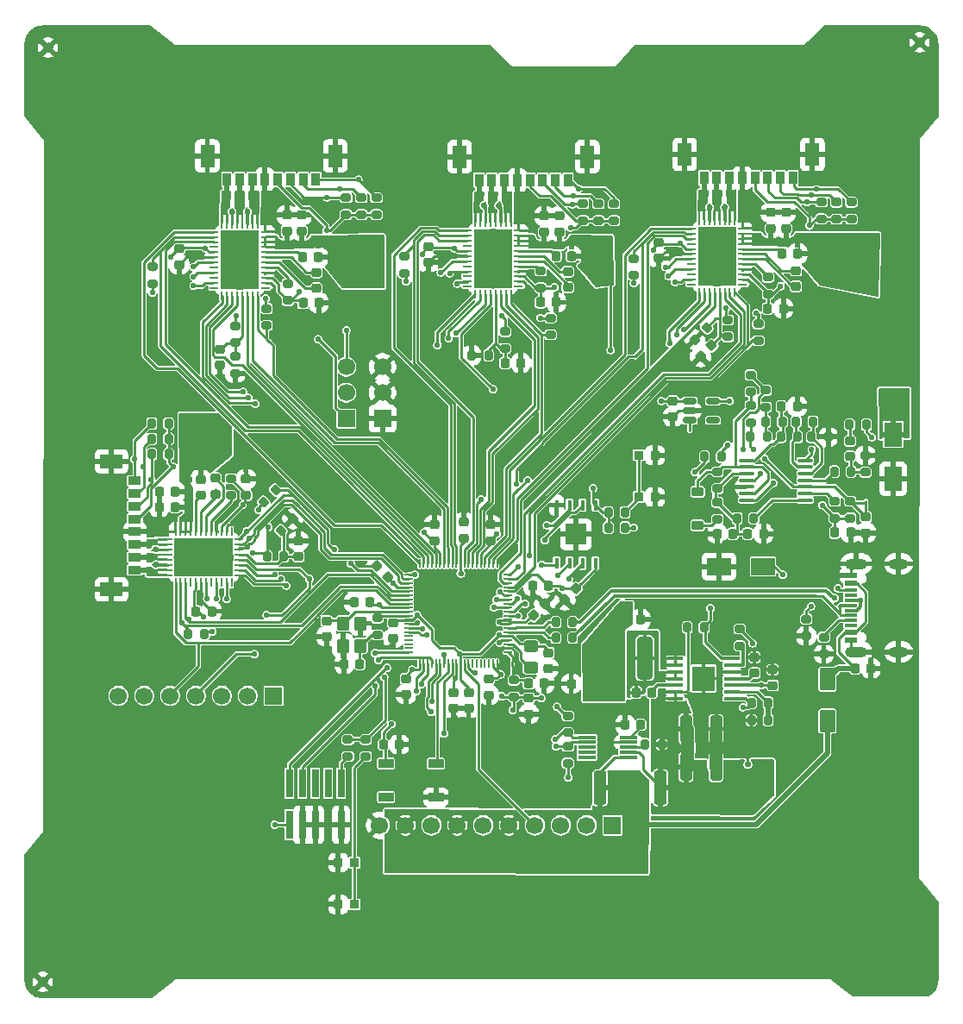
<source format=gtl>
%TF.GenerationSoftware,KiCad,Pcbnew,9.0.5-9.0.5~ubuntu24.04.1*%
%TF.CreationDate,2025-10-12T15:57:20-07:00*%
%TF.ProjectId,motor_board,6d6f746f-725f-4626-9f61-72642e6b6963,1.3*%
%TF.SameCoordinates,Original*%
%TF.FileFunction,Copper,L1,Top*%
%TF.FilePolarity,Positive*%
%FSLAX46Y46*%
G04 Gerber Fmt 4.6, Leading zero omitted, Abs format (unit mm)*
G04 Created by KiCad (PCBNEW 9.0.5-9.0.5~ubuntu24.04.1) date 2025-10-12 15:57:20*
%MOMM*%
%LPD*%
G01*
G04 APERTURE LIST*
G04 Aperture macros list*
%AMRoundRect*
0 Rectangle with rounded corners*
0 $1 Rounding radius*
0 $2 $3 $4 $5 $6 $7 $8 $9 X,Y pos of 4 corners*
0 Add a 4 corners polygon primitive as box body*
4,1,4,$2,$3,$4,$5,$6,$7,$8,$9,$2,$3,0*
0 Add four circle primitives for the rounded corners*
1,1,$1+$1,$2,$3*
1,1,$1+$1,$4,$5*
1,1,$1+$1,$6,$7*
1,1,$1+$1,$8,$9*
0 Add four rect primitives between the rounded corners*
20,1,$1+$1,$2,$3,$4,$5,0*
20,1,$1+$1,$4,$5,$6,$7,0*
20,1,$1+$1,$6,$7,$8,$9,0*
20,1,$1+$1,$8,$9,$2,$3,0*%
G04 Aperture macros list end*
%TA.AperFunction,SMDPad,CuDef*%
%ADD10R,1.600200X0.304800*%
%TD*%
%TA.AperFunction,SMDPad,CuDef*%
%ADD11R,2.310000X2.460000*%
%TD*%
%TA.AperFunction,SMDPad,CuDef*%
%ADD12RoundRect,0.225000X0.225000X0.250000X-0.225000X0.250000X-0.225000X-0.250000X0.225000X-0.250000X0*%
%TD*%
%TA.AperFunction,SMDPad,CuDef*%
%ADD13RoundRect,0.225000X-0.225000X-0.250000X0.225000X-0.250000X0.225000X0.250000X-0.225000X0.250000X0*%
%TD*%
%TA.AperFunction,SMDPad,CuDef*%
%ADD14RoundRect,0.200000X0.275000X-0.200000X0.275000X0.200000X-0.275000X0.200000X-0.275000X-0.200000X0*%
%TD*%
%TA.AperFunction,SMDPad,CuDef*%
%ADD15RoundRect,0.225000X0.250000X-0.225000X0.250000X0.225000X-0.250000X0.225000X-0.250000X-0.225000X0*%
%TD*%
%TA.AperFunction,ComponentPad*%
%ADD16C,5.600000*%
%TD*%
%TA.AperFunction,SMDPad,CuDef*%
%ADD17C,1.000000*%
%TD*%
%TA.AperFunction,SMDPad,CuDef*%
%ADD18RoundRect,0.200000X0.200000X0.275000X-0.200000X0.275000X-0.200000X-0.275000X0.200000X-0.275000X0*%
%TD*%
%TA.AperFunction,SMDPad,CuDef*%
%ADD19RoundRect,0.200000X-0.200000X-0.275000X0.200000X-0.275000X0.200000X0.275000X-0.200000X0.275000X0*%
%TD*%
%TA.AperFunction,SMDPad,CuDef*%
%ADD20RoundRect,0.250000X0.362500X1.425000X-0.362500X1.425000X-0.362500X-1.425000X0.362500X-1.425000X0*%
%TD*%
%TA.AperFunction,SMDPad,CuDef*%
%ADD21RoundRect,0.333000X0.417000X1.767000X-0.417000X1.767000X-0.417000X-1.767000X0.417000X-1.767000X0*%
%TD*%
%TA.AperFunction,SMDPad,CuDef*%
%ADD22RoundRect,0.250000X-0.325000X-1.100000X0.325000X-1.100000X0.325000X1.100000X-0.325000X1.100000X0*%
%TD*%
%TA.AperFunction,SMDPad,CuDef*%
%ADD23R,1.778000X0.330200*%
%TD*%
%TA.AperFunction,SMDPad,CuDef*%
%ADD24R,1.150000X0.600000*%
%TD*%
%TA.AperFunction,SMDPad,CuDef*%
%ADD25R,1.150000X0.300000*%
%TD*%
%TA.AperFunction,ComponentPad*%
%ADD26O,2.150000X1.050000*%
%TD*%
%TA.AperFunction,ComponentPad*%
%ADD27O,1.850000X1.050000*%
%TD*%
%TA.AperFunction,SMDPad,CuDef*%
%ADD28RoundRect,0.225000X0.335876X0.017678X0.017678X0.335876X-0.335876X-0.017678X-0.017678X-0.335876X0*%
%TD*%
%TA.AperFunction,SMDPad,CuDef*%
%ADD29RoundRect,0.225000X-0.250000X0.225000X-0.250000X-0.225000X0.250000X-0.225000X0.250000X0.225000X0*%
%TD*%
%TA.AperFunction,SMDPad,CuDef*%
%ADD30RoundRect,0.200000X-0.275000X0.200000X-0.275000X-0.200000X0.275000X-0.200000X0.275000X0.200000X0*%
%TD*%
%TA.AperFunction,SMDPad,CuDef*%
%ADD31R,0.242473X0.906066*%
%TD*%
%TA.AperFunction,SMDPad,CuDef*%
%ADD32R,0.906066X0.242473*%
%TD*%
%TA.AperFunction,ComponentPad*%
%ADD33C,0.300000*%
%TD*%
%TA.AperFunction,SMDPad,CuDef*%
%ADD34R,5.800001X3.800000*%
%TD*%
%TA.AperFunction,SMDPad,CuDef*%
%ADD35RoundRect,0.150000X-0.512500X-0.150000X0.512500X-0.150000X0.512500X0.150000X-0.512500X0.150000X0*%
%TD*%
%TA.AperFunction,ComponentPad*%
%ADD36R,1.700000X1.700000*%
%TD*%
%TA.AperFunction,ComponentPad*%
%ADD37C,1.700000*%
%TD*%
%TA.AperFunction,SMDPad,CuDef*%
%ADD38RoundRect,0.168300X0.596700X-0.936700X0.596700X0.936700X-0.596700X0.936700X-0.596700X-0.936700X0*%
%TD*%
%TA.AperFunction,SMDPad,CuDef*%
%ADD39R,3.800000X5.800001*%
%TD*%
%TA.AperFunction,SMDPad,CuDef*%
%ADD40RoundRect,0.200000X-0.053033X0.335876X-0.335876X0.053033X0.053033X-0.335876X0.335876X-0.053033X0*%
%TD*%
%TA.AperFunction,SMDPad,CuDef*%
%ADD41RoundRect,0.090000X-0.660000X-0.360000X0.660000X-0.360000X0.660000X0.360000X-0.660000X0.360000X0*%
%TD*%
%TA.AperFunction,SMDPad,CuDef*%
%ADD42R,0.740000X2.790000*%
%TD*%
%TA.AperFunction,SMDPad,CuDef*%
%ADD43RoundRect,0.250000X-0.450000X0.325000X-0.450000X-0.325000X0.450000X-0.325000X0.450000X0.325000X0*%
%TD*%
%TA.AperFunction,SMDPad,CuDef*%
%ADD44R,2.350000X1.700000*%
%TD*%
%TA.AperFunction,SMDPad,CuDef*%
%ADD45R,0.900000X0.900000*%
%TD*%
%TA.AperFunction,SMDPad,CuDef*%
%ADD46R,0.838200X1.295400*%
%TD*%
%TA.AperFunction,SMDPad,CuDef*%
%ADD47R,1.397000X2.260600*%
%TD*%
%TA.AperFunction,SMDPad,CuDef*%
%ADD48RoundRect,0.250000X-0.350000X0.450000X-0.350000X-0.450000X0.350000X-0.450000X0.350000X0.450000X0*%
%TD*%
%TA.AperFunction,SMDPad,CuDef*%
%ADD49RoundRect,0.100000X0.637500X0.100000X-0.637500X0.100000X-0.637500X-0.100000X0.637500X-0.100000X0*%
%TD*%
%TA.AperFunction,SMDPad,CuDef*%
%ADD50R,0.450000X1.050000*%
%TD*%
%TA.AperFunction,SMDPad,CuDef*%
%ADD51R,2.100000X2.100000*%
%TD*%
%TA.AperFunction,SMDPad,CuDef*%
%ADD52RoundRect,0.225000X0.017678X-0.335876X0.335876X-0.017678X-0.017678X0.335876X-0.335876X0.017678X0*%
%TD*%
%TA.AperFunction,SMDPad,CuDef*%
%ADD53R,1.700000X2.350000*%
%TD*%
%TA.AperFunction,SMDPad,CuDef*%
%ADD54RoundRect,0.225000X-0.375000X0.225000X-0.375000X-0.225000X0.375000X-0.225000X0.375000X0.225000X0*%
%TD*%
%TA.AperFunction,SMDPad,CuDef*%
%ADD55RoundRect,0.055000X-0.055000X-0.335000X0.055000X-0.335000X0.055000X0.335000X-0.055000X0.335000X0*%
%TD*%
%TA.AperFunction,SMDPad,CuDef*%
%ADD56RoundRect,0.055000X-0.335000X0.055000X-0.335000X-0.055000X0.335000X-0.055000X0.335000X0.055000X0*%
%TD*%
%TA.AperFunction,ComponentPad*%
%ADD57C,0.600000*%
%TD*%
%TA.AperFunction,SMDPad,CuDef*%
%ADD58R,1.133333X1.133333*%
%TD*%
%TA.AperFunction,SMDPad,CuDef*%
%ADD59RoundRect,0.200000X0.053033X-0.335876X0.335876X-0.053033X-0.053033X0.335876X-0.335876X0.053033X0*%
%TD*%
%TA.AperFunction,SMDPad,CuDef*%
%ADD60R,1.295400X0.838200*%
%TD*%
%TA.AperFunction,SMDPad,CuDef*%
%ADD61R,2.260600X1.397000*%
%TD*%
%TA.AperFunction,SMDPad,CuDef*%
%ADD62RoundRect,0.225000X-0.017678X0.335876X-0.335876X0.017678X0.017678X-0.335876X0.335876X-0.017678X0*%
%TD*%
%TA.AperFunction,ViaPad*%
%ADD63C,0.584200*%
%TD*%
%TA.AperFunction,ViaPad*%
%ADD64C,0.600000*%
%TD*%
%TA.AperFunction,Conductor*%
%ADD65C,0.234950*%
%TD*%
%TA.AperFunction,Conductor*%
%ADD66C,0.271780*%
%TD*%
%TA.AperFunction,Conductor*%
%ADD67C,0.279400*%
%TD*%
%TA.AperFunction,Conductor*%
%ADD68C,0.305000*%
%TD*%
%TA.AperFunction,Conductor*%
%ADD69C,1.270000*%
%TD*%
%TA.AperFunction,Conductor*%
%ADD70C,0.271781*%
%TD*%
%TA.AperFunction,Conductor*%
%ADD71C,0.304800*%
%TD*%
%TA.AperFunction,Conductor*%
%ADD72C,0.313400*%
%TD*%
%TA.AperFunction,Conductor*%
%ADD73C,0.337947*%
%TD*%
%TA.AperFunction,Conductor*%
%ADD74C,0.508000*%
%TD*%
%TA.AperFunction,Conductor*%
%ADD75C,0.293370*%
%TD*%
G04 APERTURE END LIST*
D10*
X168004604Y-118740034D03*
X168004604Y-118090021D03*
X168004604Y-117440012D03*
X168004604Y-116790000D03*
X168004604Y-116139988D03*
X168004604Y-115489979D03*
X168004604Y-114839966D03*
X162467404Y-114839966D03*
X162467404Y-115489979D03*
X162467404Y-116139988D03*
X162467404Y-116790000D03*
X162467404Y-117440012D03*
X162467404Y-118090021D03*
X162467404Y-118740034D03*
D11*
X165236004Y-116790000D03*
D12*
X159069100Y-110973900D03*
X157519100Y-110973900D03*
D13*
X152225000Y-117300000D03*
X153775000Y-117300000D03*
X158603600Y-118152400D03*
X160153600Y-118152400D03*
D14*
X168776600Y-113579900D03*
X168776600Y-111929900D03*
D15*
X170237100Y-116260400D03*
X170237100Y-114710400D03*
D16*
X105946000Y-57564100D03*
X103426000Y-143294000D03*
X183426100Y-143294100D03*
X179606000Y-57564000D03*
D17*
X100330000Y-146558000D03*
D13*
X180100000Y-115800000D03*
X181650000Y-115800000D03*
D18*
X171570100Y-119168400D03*
X169920100Y-119168400D03*
D15*
X172015100Y-117466900D03*
X172015100Y-115916900D03*
D19*
X163619100Y-111773900D03*
X165269100Y-111773900D03*
X169920100Y-120882900D03*
X171570100Y-120882900D03*
D20*
X160962500Y-127500000D03*
X155037500Y-127500000D03*
D21*
X159464100Y-114786900D03*
X155864100Y-114786900D03*
D22*
X163507004Y-121743000D03*
X166457004Y-121743000D03*
X163507004Y-125454900D03*
X166457004Y-125454900D03*
D18*
X161119100Y-123223900D03*
X159469100Y-123223900D03*
D23*
X157838800Y-124549901D03*
X157838800Y-124049899D03*
X157838800Y-123549900D03*
X157838800Y-123049901D03*
X157838800Y-122549899D03*
X153749400Y-122549899D03*
X153749400Y-123049901D03*
X153749400Y-123549900D03*
X153749400Y-124049899D03*
X153749400Y-124549901D03*
D13*
X157519100Y-121323900D03*
X159069100Y-121323900D03*
D24*
X179660000Y-113050000D03*
X179660000Y-112250000D03*
D25*
X179660000Y-111100000D03*
X179660000Y-110100000D03*
X179660000Y-109600000D03*
X179660000Y-108600000D03*
D24*
X179660000Y-107450000D03*
X179660000Y-106650000D03*
D25*
X179660000Y-108100000D03*
X179660000Y-109100000D03*
X179660000Y-110600000D03*
X179660000Y-111600000D03*
D26*
X180235000Y-114170000D03*
D27*
X184375000Y-114170000D03*
D26*
X180235000Y-105530000D03*
D27*
X184375000Y-105530000D03*
D28*
X134217108Y-106846908D03*
X133121092Y-105750892D03*
D13*
X125897132Y-79926933D03*
X127447132Y-79926933D03*
D29*
X140650000Y-118175000D03*
X140650000Y-119725000D03*
D15*
X115823592Y-98815914D03*
X115823592Y-97265914D03*
D14*
X158400000Y-77225000D03*
X158400000Y-75575000D03*
D13*
X125847132Y-75451933D03*
X127397132Y-75451933D03*
D30*
X122300000Y-80475000D03*
X122300000Y-82125000D03*
D19*
X150719100Y-112773900D03*
X152369100Y-112773900D03*
D18*
X181219100Y-91873900D03*
X179569100Y-91873900D03*
D30*
X124397132Y-78051933D03*
X124397132Y-79701933D03*
D17*
X186436000Y-54356000D03*
D29*
X160847132Y-74001933D03*
X160847132Y-75551933D03*
D15*
X141694100Y-102998900D03*
X141694100Y-101448900D03*
D18*
X116225000Y-112400000D03*
X114575000Y-112400000D03*
D31*
X118866637Y-102380330D03*
X118366638Y-102380330D03*
X117866636Y-102380330D03*
X117366637Y-102380330D03*
X116866638Y-102380330D03*
X116366637Y-102380330D03*
X115866637Y-102380330D03*
X115366636Y-102380330D03*
X114866637Y-102380330D03*
X114366638Y-102380330D03*
X113866636Y-102380330D03*
X113366637Y-102380330D03*
D32*
X112613604Y-103133364D03*
X112613604Y-103633363D03*
X112613604Y-104133362D03*
X112613604Y-104633363D03*
X112613604Y-105133363D03*
X112613604Y-105633364D03*
X112613604Y-106133363D03*
X112613604Y-106633362D03*
D31*
X113366637Y-107386396D03*
X113866636Y-107386396D03*
X114366638Y-107386396D03*
X114866637Y-107386396D03*
X115366636Y-107386396D03*
X115866637Y-107386396D03*
X116366637Y-107386396D03*
X116866638Y-107386396D03*
X117366637Y-107386396D03*
X117866636Y-107386396D03*
X118366638Y-107386396D03*
X118866637Y-107386396D03*
D32*
X119619670Y-106633362D03*
X119619670Y-106133363D03*
X119619670Y-105633364D03*
X119619670Y-105133363D03*
X119619670Y-104633363D03*
X119619670Y-104133362D03*
X119619670Y-103633363D03*
X119619670Y-103133364D03*
D33*
X117366637Y-103383363D03*
X116116637Y-103383363D03*
X114866637Y-103383363D03*
X118616637Y-104383363D03*
X117366637Y-104383363D03*
X116116637Y-104383363D03*
X114866637Y-104383363D03*
X113616637Y-104383363D03*
D34*
X116116637Y-104883363D03*
D33*
X118616637Y-105383363D03*
X117366637Y-105383363D03*
X116116637Y-105383363D03*
X114866637Y-105383363D03*
X113616637Y-105383363D03*
X117366637Y-106383363D03*
X116116637Y-106383363D03*
X114866637Y-106383363D03*
D14*
X166594100Y-98148900D03*
X166594100Y-96498900D03*
D13*
X111773592Y-98465914D03*
X113323592Y-98465914D03*
D35*
X163862500Y-89550000D03*
X163862500Y-90500000D03*
X163862500Y-91450000D03*
X166137500Y-91450000D03*
X166137500Y-89550000D03*
D30*
X119222132Y-85201933D03*
X119222132Y-86851933D03*
D19*
X150719100Y-111273900D03*
X152369100Y-111273900D03*
D15*
X125438605Y-104836395D03*
X125438605Y-103286395D03*
D18*
X170169100Y-101073900D03*
X168519100Y-101073900D03*
X112688605Y-93261395D03*
X111038605Y-93261395D03*
D14*
X177032000Y-114387000D03*
X177032000Y-112737000D03*
D29*
X125757132Y-71301933D03*
X125757132Y-72851933D03*
D36*
X122996637Y-118483363D03*
D37*
X120456637Y-118483363D03*
X117916637Y-118483363D03*
X115376637Y-118483363D03*
X112836637Y-118483363D03*
X110296637Y-118483363D03*
X107756637Y-118483363D03*
D14*
X176797132Y-71676933D03*
X176797132Y-70026933D03*
D19*
X169819100Y-93073900D03*
X171469100Y-93073900D03*
D30*
X170600000Y-81975000D03*
X170600000Y-83625000D03*
D19*
X172819100Y-93073900D03*
X174469100Y-93073900D03*
D38*
X177400000Y-116850000D03*
X177400000Y-120950000D03*
D29*
X113747132Y-74601933D03*
X113747132Y-76151933D03*
D12*
X132444100Y-109323900D03*
X130894100Y-109323900D03*
D32*
X147050165Y-78326933D03*
X147050165Y-77826934D03*
X147050165Y-77326932D03*
X147050165Y-76826933D03*
X147050165Y-76326934D03*
X147050165Y-75826933D03*
X147050165Y-75326933D03*
X147050165Y-74826932D03*
X147050165Y-74326933D03*
X147050165Y-73826934D03*
X147050165Y-73326932D03*
X147050165Y-72826933D03*
D31*
X146297131Y-72073900D03*
X145797132Y-72073900D03*
X145297133Y-72073900D03*
X144797132Y-72073900D03*
X144297132Y-72073900D03*
X143797131Y-72073900D03*
X143297132Y-72073900D03*
X142797133Y-72073900D03*
D32*
X142044099Y-72826933D03*
X142044099Y-73326932D03*
X142044099Y-73826934D03*
X142044099Y-74326933D03*
X142044099Y-74826932D03*
X142044099Y-75326933D03*
X142044099Y-75826933D03*
X142044099Y-76326934D03*
X142044099Y-76826933D03*
X142044099Y-77326932D03*
X142044099Y-77826934D03*
X142044099Y-78326933D03*
D31*
X142797133Y-79079966D03*
X143297132Y-79079966D03*
X143797131Y-79079966D03*
X144297132Y-79079966D03*
X144797132Y-79079966D03*
X145297133Y-79079966D03*
X145797132Y-79079966D03*
X146297131Y-79079966D03*
D33*
X146047132Y-76826933D03*
X146047132Y-75576933D03*
X146047132Y-74326933D03*
X145047132Y-78076933D03*
X145047132Y-76826933D03*
X145047132Y-75576933D03*
X145047132Y-74326933D03*
X145047132Y-73076933D03*
D39*
X144547132Y-75576933D03*
D33*
X144047132Y-78076933D03*
X144047132Y-76826933D03*
X144047132Y-75576933D03*
X144047132Y-74326933D03*
X144047132Y-73076933D03*
X143047132Y-76826933D03*
X143047132Y-75576933D03*
X143047132Y-74326933D03*
D29*
X173322132Y-71051933D03*
X173322132Y-72601933D03*
X128200000Y-111125000D03*
X128200000Y-112675000D03*
D19*
X175819100Y-93073900D03*
X177469100Y-93073900D03*
D12*
X174419100Y-90073900D03*
X172869100Y-90073900D03*
D18*
X157519100Y-100473900D03*
X155869100Y-100473900D03*
D15*
X144294100Y-103248900D03*
X144294100Y-101698900D03*
D13*
X111773592Y-99965914D03*
X113323592Y-99965914D03*
D15*
X138794100Y-103248900D03*
X138794100Y-101698900D03*
D30*
X169844100Y-89998900D03*
X169844100Y-91648900D03*
X178112850Y-99398900D03*
X178112850Y-101048900D03*
D19*
X122338605Y-104786395D03*
X123988605Y-104786395D03*
D29*
X135994100Y-116798900D03*
X135994100Y-118348900D03*
D12*
X131469100Y-115373900D03*
X129919100Y-115373900D03*
D14*
X130122132Y-71251933D03*
X130122132Y-69601933D03*
D12*
X171119100Y-102573900D03*
X169569100Y-102573900D03*
D29*
X134750000Y-111298900D03*
X134750000Y-112848900D03*
D30*
X119222132Y-82201933D03*
X119222132Y-83851933D03*
D40*
X165530495Y-82368570D03*
X164363769Y-83535296D03*
D41*
X134044100Y-125123900D03*
X134044100Y-128423900D03*
X138944100Y-128423900D03*
X138944100Y-125123900D03*
D13*
X166569100Y-102573900D03*
X168119100Y-102573900D03*
D29*
X179619100Y-93448900D03*
X179619100Y-94998900D03*
D13*
X150719100Y-75323900D03*
X152269100Y-75323900D03*
X149219100Y-79873900D03*
X150769100Y-79873900D03*
D18*
X112698592Y-94765914D03*
X111048592Y-94765914D03*
D13*
X172922132Y-75076933D03*
X174472132Y-75076933D03*
D30*
X181119100Y-94898900D03*
X181119100Y-96548900D03*
D29*
X162200000Y-89550000D03*
X162200000Y-91100000D03*
D14*
X175300000Y-112600000D03*
X175300000Y-110950000D03*
D42*
X124547500Y-131141400D03*
X124547500Y-127071400D03*
X125817500Y-131141400D03*
X125817500Y-127071400D03*
X127087500Y-131141400D03*
X127087500Y-127071400D03*
X128357500Y-127071400D03*
X129627500Y-131141400D03*
X129627500Y-127071400D03*
D43*
X148294100Y-113648900D03*
X148294100Y-115698900D03*
D14*
X146594100Y-118598900D03*
X146594100Y-116948900D03*
D30*
X149244100Y-76798900D03*
X149244100Y-78448900D03*
D44*
X171060694Y-105800000D03*
X166760694Y-105800000D03*
D45*
X158844100Y-94873900D03*
X158844100Y-98973900D03*
X160444100Y-94873900D03*
X160444100Y-98973900D03*
D46*
X151919100Y-67868100D03*
X150669100Y-67868100D03*
X149419100Y-67868100D03*
X148169100Y-67868100D03*
X146919100Y-67868100D03*
X145669100Y-67868100D03*
X144419100Y-67868100D03*
X143169100Y-67868100D03*
D47*
X141269099Y-65573210D03*
X153819101Y-65573210D03*
D13*
X171522132Y-80476933D03*
X173072132Y-80476933D03*
D14*
X154919100Y-71848900D03*
X154919100Y-70198900D03*
X118800000Y-98825000D03*
X118800000Y-97175000D03*
D18*
X144119100Y-85073900D03*
X142469100Y-85073900D03*
D14*
X131622132Y-71251933D03*
X131622132Y-69601933D03*
X179644100Y-101048900D03*
X179644100Y-99398900D03*
D13*
X148044100Y-117273900D03*
X149594100Y-117273900D03*
D18*
X179719100Y-96473900D03*
X178069100Y-96473900D03*
D12*
X179669100Y-102473900D03*
X178119100Y-102473900D03*
D17*
X100838000Y-54864000D03*
D18*
X112688605Y-91761395D03*
X111038605Y-91761395D03*
D19*
X174319100Y-91573900D03*
X175969100Y-91573900D03*
D29*
X148069100Y-118723900D03*
X148069100Y-120273900D03*
D14*
X133097132Y-71251933D03*
X133097132Y-69601933D03*
X132044100Y-124436400D03*
X132044100Y-122786400D03*
X135800000Y-77025000D03*
X135800000Y-75375000D03*
D29*
X124297132Y-71301933D03*
X124297132Y-72851933D03*
D30*
X171547132Y-77401933D03*
X171547132Y-79051933D03*
D36*
X133700000Y-91290000D03*
D37*
X133700000Y-88750000D03*
X133700000Y-86210000D03*
D29*
X171822132Y-71051933D03*
X171822132Y-72601933D03*
D30*
X169844100Y-86998900D03*
X169844100Y-88648900D03*
D18*
X166969100Y-95023900D03*
X165319100Y-95023900D03*
D12*
X150019100Y-107723900D03*
X148469100Y-107723900D03*
D48*
X129844100Y-111373900D03*
X129844100Y-113573900D03*
X131544100Y-113573900D03*
X131544100Y-111373900D03*
D30*
X150200000Y-81400000D03*
X150200000Y-83050000D03*
D29*
X127197132Y-76926933D03*
X127197132Y-78476933D03*
D49*
X175206600Y-99273900D03*
X175206600Y-98623900D03*
X175206600Y-97973900D03*
X175206600Y-97323900D03*
X175206600Y-96673900D03*
X175206600Y-96023900D03*
X175206600Y-95373900D03*
X169481600Y-95373900D03*
X169481600Y-96023900D03*
X169481600Y-96673900D03*
X169481600Y-97323900D03*
X169481600Y-97973900D03*
X169481600Y-98623900D03*
X169481600Y-99273900D03*
D29*
X142150000Y-118175000D03*
X142150000Y-119725000D03*
D50*
X154599100Y-99773900D03*
X153329100Y-99773900D03*
X152059100Y-99773900D03*
X150789100Y-99773900D03*
X150789100Y-105473900D03*
X152059100Y-105473900D03*
X153329100Y-105473900D03*
X154599100Y-105473900D03*
D51*
X152694100Y-102623900D03*
D13*
X133794100Y-123273900D03*
X135344100Y-123273900D03*
D14*
X133194100Y-112498900D03*
X133194100Y-110848900D03*
D29*
X117747132Y-84476933D03*
X117747132Y-86026933D03*
D46*
X174022132Y-67651933D03*
X172772132Y-67651933D03*
X171522132Y-67651933D03*
X170272132Y-67651933D03*
X169022132Y-67651933D03*
X167772132Y-67651933D03*
X166522132Y-67651933D03*
X165272132Y-67651933D03*
D47*
X163372131Y-65357043D03*
X175922133Y-65357043D03*
D32*
X169050165Y-78126933D03*
X169050165Y-77626934D03*
X169050165Y-77126932D03*
X169050165Y-76626933D03*
X169050165Y-76126934D03*
X169050165Y-75626933D03*
X169050165Y-75126933D03*
X169050165Y-74626932D03*
X169050165Y-74126933D03*
X169050165Y-73626934D03*
X169050165Y-73126932D03*
X169050165Y-72626933D03*
D31*
X168297131Y-71873900D03*
X167797132Y-71873900D03*
X167297133Y-71873900D03*
X166797132Y-71873900D03*
X166297132Y-71873900D03*
X165797131Y-71873900D03*
X165297132Y-71873900D03*
X164797133Y-71873900D03*
D32*
X164044099Y-72626933D03*
X164044099Y-73126932D03*
X164044099Y-73626934D03*
X164044099Y-74126933D03*
X164044099Y-74626932D03*
X164044099Y-75126933D03*
X164044099Y-75626933D03*
X164044099Y-76126934D03*
X164044099Y-76626933D03*
X164044099Y-77126932D03*
X164044099Y-77626934D03*
X164044099Y-78126933D03*
D31*
X164797133Y-78879966D03*
X165297132Y-78879966D03*
X165797131Y-78879966D03*
X166297132Y-78879966D03*
X166797132Y-78879966D03*
X167297133Y-78879966D03*
X167797132Y-78879966D03*
X168297131Y-78879966D03*
D33*
X168047132Y-76626933D03*
X168047132Y-75376933D03*
X168047132Y-74126933D03*
X167047132Y-77876933D03*
X167047132Y-76626933D03*
X167047132Y-75376933D03*
X167047132Y-74126933D03*
X167047132Y-72876933D03*
D39*
X166547132Y-75376933D03*
D33*
X166047132Y-77876933D03*
X166047132Y-76626933D03*
X166047132Y-75376933D03*
X166047132Y-74126933D03*
X166047132Y-72876933D03*
X165047132Y-76626933D03*
X165047132Y-75376933D03*
X165047132Y-74126933D03*
D52*
X148546092Y-110596908D03*
X149642108Y-109500892D03*
D45*
X130940425Y-138957500D03*
X130940425Y-134857500D03*
X129340425Y-138957500D03*
X129340425Y-134857500D03*
D14*
X111100000Y-78025000D03*
X111100000Y-76375000D03*
X179747132Y-71701933D03*
X179747132Y-70051933D03*
D13*
X115388605Y-110186395D03*
X116938605Y-110186395D03*
D53*
X183844100Y-92873900D03*
X183844100Y-97173900D03*
D13*
X145719100Y-85823900D03*
X147269100Y-85823900D03*
D29*
X149994100Y-114248900D03*
X149994100Y-115798900D03*
D19*
X171319100Y-91573900D03*
X172969100Y-91573900D03*
D29*
X151894100Y-76848900D03*
X151894100Y-78398900D03*
D36*
X130150000Y-91280000D03*
D37*
X130150000Y-88740000D03*
X130150000Y-86200000D03*
D29*
X181169100Y-100948900D03*
X181169100Y-102498900D03*
X138194100Y-74398900D03*
X138194100Y-75948900D03*
D32*
X122175165Y-78451933D03*
X122175165Y-77951934D03*
X122175165Y-77451932D03*
X122175165Y-76951933D03*
X122175165Y-76451934D03*
X122175165Y-75951933D03*
X122175165Y-75451933D03*
X122175165Y-74951932D03*
X122175165Y-74451933D03*
X122175165Y-73951934D03*
X122175165Y-73451932D03*
X122175165Y-72951933D03*
D31*
X121422131Y-72198900D03*
X120922132Y-72198900D03*
X120422133Y-72198900D03*
X119922132Y-72198900D03*
X119422132Y-72198900D03*
X118922131Y-72198900D03*
X118422132Y-72198900D03*
X117922133Y-72198900D03*
D32*
X117169099Y-72951933D03*
X117169099Y-73451932D03*
X117169099Y-73951934D03*
X117169099Y-74451933D03*
X117169099Y-74951932D03*
X117169099Y-75451933D03*
X117169099Y-75951933D03*
X117169099Y-76451934D03*
X117169099Y-76951933D03*
X117169099Y-77451932D03*
X117169099Y-77951934D03*
X117169099Y-78451933D03*
D31*
X117922133Y-79204966D03*
X118422132Y-79204966D03*
X118922131Y-79204966D03*
X119422132Y-79204966D03*
X119922132Y-79204966D03*
X120422133Y-79204966D03*
X120922132Y-79204966D03*
X121422131Y-79204966D03*
D33*
X121172132Y-76951933D03*
X121172132Y-75701933D03*
X121172132Y-74451933D03*
X120172132Y-78201933D03*
X120172132Y-76951933D03*
X120172132Y-75701933D03*
X120172132Y-74451933D03*
X120172132Y-73201933D03*
D39*
X119672132Y-75701933D03*
D33*
X119172132Y-78201933D03*
X119172132Y-76951933D03*
X119172132Y-75701933D03*
X119172132Y-74451933D03*
X119172132Y-73201933D03*
X118172132Y-76951933D03*
X118172132Y-75701933D03*
X118172132Y-74451933D03*
D29*
X174297132Y-76751933D03*
X174297132Y-78301933D03*
D30*
X167597132Y-81601933D03*
X167597132Y-83251933D03*
X166594100Y-99498900D03*
X166594100Y-101148900D03*
X171344100Y-88498900D03*
X171344100Y-90148900D03*
D14*
X178272132Y-71701933D03*
X178272132Y-70051933D03*
X153394100Y-71848900D03*
X153394100Y-70198900D03*
D29*
X144144100Y-116848900D03*
X144144100Y-118398900D03*
D15*
X117300000Y-98675000D03*
X117300000Y-97125000D03*
D30*
X151894100Y-123448900D03*
X151894100Y-125098900D03*
D19*
X155869100Y-101973900D03*
X157519100Y-101973900D03*
D54*
X164644100Y-98473900D03*
X164644100Y-101773900D03*
D29*
X149584100Y-71398900D03*
X149584100Y-72948900D03*
D15*
X120300000Y-98775000D03*
X120300000Y-97225000D03*
D55*
X144944100Y-105527400D03*
X144544100Y-105527400D03*
X144144100Y-105527400D03*
X143744100Y-105527400D03*
X143344100Y-105527400D03*
X142944100Y-105527400D03*
X142544100Y-105527400D03*
X142144100Y-105527400D03*
X141744100Y-105527400D03*
X141344100Y-105527400D03*
X140944100Y-105527400D03*
X140544100Y-105527400D03*
X140144100Y-105527400D03*
X139744100Y-105527400D03*
X139344100Y-105527400D03*
X138944100Y-105527400D03*
X138544100Y-105527400D03*
X138144100Y-105527400D03*
X137744100Y-105527400D03*
X137344100Y-105527400D03*
D56*
X136247600Y-106623900D03*
X136247600Y-107023900D03*
X136247600Y-107423900D03*
X136247600Y-107823900D03*
X136247600Y-108223900D03*
X136247600Y-108623900D03*
X136247600Y-109023900D03*
X136247600Y-109423900D03*
X136247600Y-109823900D03*
X136247600Y-110223900D03*
X136247600Y-110623900D03*
X136247600Y-111023900D03*
X136247600Y-111423900D03*
X136247600Y-111823900D03*
X136247600Y-112223900D03*
X136247600Y-112623900D03*
X136247600Y-113023900D03*
X136247600Y-113423900D03*
X136247600Y-113823900D03*
X136247600Y-114223900D03*
D55*
X137344100Y-115320400D03*
X137744100Y-115320400D03*
X138144100Y-115320400D03*
X138544100Y-115320400D03*
X138944100Y-115320400D03*
X139344100Y-115320400D03*
X139744100Y-115320400D03*
X140144100Y-115320400D03*
X140544100Y-115320400D03*
X140944100Y-115320400D03*
X141344100Y-115320400D03*
X141744100Y-115320400D03*
X142144100Y-115320400D03*
X142544100Y-115320400D03*
X142944100Y-115320400D03*
X143344100Y-115320400D03*
X143744100Y-115320400D03*
X144144100Y-115320400D03*
X144544100Y-115320400D03*
X144944100Y-115320400D03*
D56*
X146040600Y-114223900D03*
X146040600Y-113823900D03*
X146040600Y-113423900D03*
X146040600Y-113023900D03*
X146040600Y-112623900D03*
X146040600Y-112223900D03*
X146040600Y-111823900D03*
X146040600Y-111423900D03*
X146040600Y-111023900D03*
X146040600Y-110623900D03*
X146040600Y-110223900D03*
X146040600Y-109823900D03*
X146040600Y-109423900D03*
X146040600Y-109023900D03*
X146040600Y-108623900D03*
X146040600Y-108223900D03*
X146040600Y-107823900D03*
X146040600Y-107423900D03*
X146040600Y-107023900D03*
X146040600Y-106623900D03*
D57*
X142277433Y-109290567D03*
D58*
X142277433Y-109290567D03*
D57*
X141144100Y-109290567D03*
D58*
X141144100Y-109290567D03*
D57*
X140010767Y-109290567D03*
D58*
X140010767Y-109290567D03*
D57*
X142277433Y-110423900D03*
D58*
X142277433Y-110423900D03*
D57*
X141144100Y-110423900D03*
D58*
X141144100Y-110423900D03*
D57*
X140010767Y-110423900D03*
D58*
X140010767Y-110423900D03*
D57*
X142277433Y-111557233D03*
D58*
X142277433Y-111557233D03*
D57*
X141144100Y-111557233D03*
D58*
X141144100Y-111557233D03*
D57*
X140010767Y-111557233D03*
D58*
X140010767Y-111557233D03*
D30*
X145744100Y-82748900D03*
X145744100Y-84398900D03*
D59*
X122016637Y-99483363D03*
X123183363Y-98316637D03*
D60*
X109373592Y-97390914D03*
X109373592Y-98640914D03*
X109373592Y-99890914D03*
X109373592Y-101140914D03*
X109373592Y-102390914D03*
X109373592Y-103640914D03*
X109373592Y-104890914D03*
X109373592Y-106140914D03*
D61*
X107078702Y-108040915D03*
X107078702Y-95490913D03*
D59*
X123716637Y-102283363D03*
X124883363Y-101116637D03*
D62*
X152692108Y-107975892D03*
X151596092Y-109071908D03*
D46*
X127147132Y-67796133D03*
X125897132Y-67796133D03*
X124647132Y-67796133D03*
X123397132Y-67796133D03*
X122147132Y-67796133D03*
X120897132Y-67796133D03*
X119647132Y-67796133D03*
X118397132Y-67796133D03*
D47*
X116497131Y-65501243D03*
X129047133Y-65501243D03*
D29*
X151094100Y-71398900D03*
X151094100Y-72948900D03*
D14*
X130294100Y-124436400D03*
X130294100Y-122786400D03*
X151894100Y-122098900D03*
X151894100Y-120448900D03*
X156444100Y-71848900D03*
X156444100Y-70198900D03*
D62*
X166020140Y-84103925D03*
X164924124Y-85199941D03*
D36*
X156282000Y-131200000D03*
D37*
X153742000Y-131200000D03*
X151202000Y-131200000D03*
X148662000Y-131200000D03*
X146122000Y-131200000D03*
X143582000Y-131200000D03*
X141042000Y-131200000D03*
X138502000Y-131200000D03*
X135962000Y-131200000D03*
X133422000Y-131200000D03*
D63*
X182594100Y-126973900D03*
D64*
X124866587Y-93048519D03*
D63*
X165400000Y-88300000D03*
X152219100Y-79848900D03*
X139594100Y-66973900D03*
X122922132Y-71248900D03*
X156300000Y-121300000D03*
X172994100Y-115673900D03*
X162897132Y-85276933D03*
X172997132Y-79326933D03*
X174944100Y-104423900D03*
X125113605Y-108000000D03*
X158800000Y-92700000D03*
X137598100Y-137011900D03*
X123900000Y-86700000D03*
X147294100Y-86973900D03*
X169344100Y-100073900D03*
X129694100Y-116673900D03*
X147524100Y-141383900D03*
X167308776Y-103488576D03*
X156737732Y-95396943D03*
X177794100Y-64473900D03*
X129700000Y-109400000D03*
X168094100Y-97973900D03*
X128519120Y-91050000D03*
X162300000Y-100000000D03*
X118922131Y-70970869D03*
X114894100Y-64173900D03*
X161494100Y-64473900D03*
X114847132Y-81726933D03*
X150044100Y-139973900D03*
X167794100Y-122573900D03*
X160600000Y-84800000D03*
X155994100Y-64673900D03*
X160294100Y-110973900D03*
X141694100Y-120773900D03*
X158100000Y-119800000D03*
X137904100Y-144063900D03*
X172094100Y-101823900D03*
X161894100Y-98973900D03*
X136299575Y-84900000D03*
X154794100Y-103173900D03*
X156194100Y-123073900D03*
X137994100Y-77073900D03*
X117847132Y-87026933D03*
X138794100Y-100373900D03*
X119222132Y-88101933D03*
X172703675Y-94621915D03*
X177694100Y-65673900D03*
X135894100Y-119673900D03*
X172569100Y-85948900D03*
X119787408Y-101965828D03*
X139214100Y-145453900D03*
X162200000Y-92300000D03*
X165600000Y-92900000D03*
X111424980Y-102062309D03*
X152300000Y-116200000D03*
X171300000Y-114700000D03*
X174394100Y-88698900D03*
X168344100Y-99823900D03*
X150494100Y-110173900D03*
X175644100Y-90223900D03*
X148044100Y-69548900D03*
X143666577Y-70365643D03*
X175700000Y-115750000D03*
X153200000Y-91300000D03*
X170447132Y-77126933D03*
X182394100Y-102673900D03*
X125263605Y-107000000D03*
X127700000Y-98800000D03*
X128594100Y-79873900D03*
X130200000Y-107200000D03*
X165344100Y-102823900D03*
X128544100Y-105798900D03*
X169794100Y-121973900D03*
X179694100Y-103973900D03*
X167100000Y-87700000D03*
X107563605Y-93386395D03*
X127790425Y-136820000D03*
X144294100Y-100373900D03*
X120594100Y-123873900D03*
X125800000Y-101900000D03*
X131519100Y-105648900D03*
X126800000Y-112900000D03*
X180994100Y-93673900D03*
X131194100Y-65973900D03*
X115747132Y-75226933D03*
X169997132Y-78276933D03*
X128621575Y-131138400D03*
X113694100Y-77473900D03*
X147200000Y-125700000D03*
X123600000Y-112600000D03*
X120300000Y-96300000D03*
X114794100Y-66773900D03*
X167594100Y-121373900D03*
X140744100Y-141348900D03*
X123347132Y-77201933D03*
X149144100Y-127623900D03*
X164044100Y-118723900D03*
X111700000Y-85600000D03*
X177800000Y-81200000D03*
X175500000Y-117600000D03*
X126600000Y-102700000D03*
X122194100Y-66073900D03*
X155594100Y-137673900D03*
X175194100Y-105673900D03*
X177144100Y-91923900D03*
X148019100Y-71198900D03*
X160267771Y-92092648D03*
X163300000Y-79400000D03*
X165822132Y-70558733D03*
X144094100Y-119873900D03*
X146894100Y-66473900D03*
X115684967Y-108391828D03*
X170536575Y-104031425D03*
X139494100Y-64773900D03*
X117749736Y-101214769D03*
X111427415Y-104109276D03*
X178178734Y-86431675D03*
X147794100Y-78823900D03*
X158200000Y-84600000D03*
X173097132Y-81676933D03*
X161494100Y-66173900D03*
X155694100Y-66373900D03*
X162972132Y-74913333D03*
X147894100Y-121373900D03*
X138000000Y-84600000D03*
X127381955Y-105107551D03*
X146969100Y-115348900D03*
X169597132Y-71251933D03*
X140794100Y-120673900D03*
X178984707Y-97684707D03*
X137119100Y-91498900D03*
X171600000Y-110900000D03*
X106324980Y-109962309D03*
X122349980Y-109737309D03*
X148394100Y-139573900D03*
X126938605Y-103186395D03*
X177432000Y-106562000D03*
X111442517Y-105609278D03*
X128200000Y-113790425D03*
X163844100Y-104173900D03*
X159900000Y-106800000D03*
X172544100Y-103423900D03*
X150694100Y-87373900D03*
X166397132Y-85426933D03*
X162094100Y-94873900D03*
X112524980Y-101262309D03*
X176544100Y-102773900D03*
X167694100Y-123973900D03*
X131094100Y-64473900D03*
X170522132Y-72101933D03*
X148065279Y-77052721D03*
X174572132Y-72176933D03*
X166294100Y-118973900D03*
X164994100Y-124148900D03*
X133550000Y-113600000D03*
X173800000Y-125900000D03*
X107524980Y-109962309D03*
X164794100Y-119473900D03*
X129500000Y-136800000D03*
X133794100Y-111673900D03*
X150094100Y-141773900D03*
X169576700Y-125200900D03*
X121946968Y-122903032D03*
X120422132Y-70979965D03*
X106563605Y-93286395D03*
X142594100Y-128073900D03*
X158500000Y-86000000D03*
X149569100Y-70048900D03*
X143394100Y-86173900D03*
X122694100Y-69673900D03*
X158994100Y-109773900D03*
X141794100Y-100423900D03*
X127000000Y-85950000D03*
X180047132Y-84176933D03*
X140317426Y-75297392D03*
X150794100Y-117273900D03*
X152144100Y-80823900D03*
X145116577Y-70365643D03*
X123022132Y-79051933D03*
X139819100Y-87323900D03*
X160547132Y-76626933D03*
X175694100Y-84073900D03*
X167297132Y-70558733D03*
X183844100Y-99200000D03*
X152694100Y-109973900D03*
X151094100Y-115873900D03*
X137794100Y-102473900D03*
X145194100Y-111273900D03*
X158394100Y-101973900D03*
X150844100Y-119573900D03*
X140834525Y-116717233D03*
X149269100Y-118698900D03*
X134594100Y-121273900D03*
X144894100Y-102573900D03*
X145194100Y-113273900D03*
X134750000Y-107450000D03*
X155044100Y-118073900D03*
X157194100Y-118273900D03*
X151944100Y-126473900D03*
X146469100Y-119898900D03*
X133406600Y-109561400D03*
X151294100Y-107923900D03*
X169094046Y-119612900D03*
X136631050Y-115936950D03*
X173000000Y-106600000D03*
X145294100Y-116373900D03*
X123100000Y-131141400D03*
X145394100Y-118523900D03*
X137100000Y-111314325D03*
X132979424Y-117509224D03*
X134119100Y-115723900D03*
X137610324Y-111889676D03*
X117136375Y-94575914D03*
X156100000Y-84550000D03*
X178747132Y-75226933D03*
X176797132Y-75326933D03*
X155500000Y-76200000D03*
X184894100Y-88923900D03*
X177947132Y-76876933D03*
X161100000Y-89550000D03*
X155400000Y-74000000D03*
X155200000Y-75000000D03*
X130222132Y-76276933D03*
X181397132Y-77776933D03*
X167294100Y-127973900D03*
X131972132Y-76326933D03*
X132972132Y-74476933D03*
X180347132Y-76626933D03*
X180197132Y-78026933D03*
X153300000Y-74000000D03*
X184894100Y-90573900D03*
X114520724Y-93011782D03*
X179097132Y-77076933D03*
X154044100Y-76373900D03*
X115220724Y-93811782D03*
X183744100Y-89073900D03*
X179997132Y-75026933D03*
X165594100Y-128173900D03*
X115048592Y-91865914D03*
X184344100Y-89873900D03*
X178897132Y-73426933D03*
X183594100Y-90473900D03*
X154200000Y-74800000D03*
X163794100Y-128073900D03*
X181547132Y-75976933D03*
X177047132Y-73676933D03*
X116800000Y-93300000D03*
X181097132Y-73676933D03*
X166794100Y-129273900D03*
X115720724Y-91586782D03*
X114523592Y-94165914D03*
X117200000Y-91786782D03*
X155500000Y-77500000D03*
X162694100Y-128673900D03*
X164394100Y-129373900D03*
X130272132Y-74226933D03*
X131072132Y-77476933D03*
X131400000Y-75100000D03*
X133022132Y-77326933D03*
X178100000Y-108900000D03*
X180616000Y-109136000D03*
X170019100Y-113323900D03*
X170921710Y-117440012D03*
X175844100Y-94323900D03*
X176894100Y-99773900D03*
X175772000Y-109702000D03*
X178390000Y-107910000D03*
X170400000Y-80900000D03*
X167416300Y-80407765D03*
X162969100Y-74073900D03*
X158400000Y-78000000D03*
X160341657Y-74760553D03*
X141294100Y-114373900D03*
X137094100Y-110573900D03*
X141394100Y-106473900D03*
X145194100Y-112473900D03*
X150691754Y-122765244D03*
X138584525Y-119073900D03*
X138494100Y-120073900D03*
X150719100Y-123448900D03*
X133854424Y-116634224D03*
X138018200Y-112500000D03*
X145258501Y-108267989D03*
X154344100Y-98123900D03*
X164394100Y-96523900D03*
X165894100Y-109873900D03*
X142825000Y-116200000D03*
X181750000Y-93100000D03*
X146952075Y-108915925D03*
X149844100Y-101723900D03*
X150945327Y-106675127D03*
X147694100Y-109473900D03*
X144644100Y-109773900D03*
X149344100Y-105623900D03*
X144894100Y-109023900D03*
X149644100Y-103223900D03*
X151994100Y-107023900D03*
X146994100Y-110673900D03*
X170831599Y-96711399D03*
X169094100Y-94323900D03*
X172094100Y-97573900D03*
X167594100Y-93873900D03*
X170094100Y-94323900D03*
X171219100Y-95198900D03*
X167800000Y-89550000D03*
X175622132Y-72326933D03*
X172797132Y-78276933D03*
X149200000Y-81400000D03*
X137653674Y-75176273D03*
X140779424Y-74588576D03*
X136000000Y-77800000D03*
X145394100Y-81173900D03*
X150594100Y-78373900D03*
X152144100Y-72523900D03*
X112909575Y-75400000D03*
X119322132Y-81151933D03*
X111100000Y-78900000D03*
X116323966Y-74550099D03*
X122200000Y-79500000D03*
X128197132Y-72801933D03*
X125522132Y-78826933D03*
X120900000Y-104500000D03*
X121500000Y-100200000D03*
X122504031Y-101919863D03*
X117000000Y-112200000D03*
X116100000Y-110723814D03*
X137520834Y-117350000D03*
X137011259Y-118025995D03*
X139761754Y-122188246D03*
X121197132Y-89801933D03*
X132950000Y-114300000D03*
X161897132Y-83876933D03*
X139094100Y-84073900D03*
X124263605Y-107650489D03*
X146850000Y-97700000D03*
X143400000Y-99200000D03*
X148083774Y-104722068D03*
X146985233Y-105820608D03*
X163247132Y-82576933D03*
X123100000Y-106567964D03*
X130150000Y-82600000D03*
X139750000Y-114450000D03*
X140944100Y-82914325D03*
X119997132Y-88651933D03*
X120547132Y-89251933D03*
X123704030Y-107041289D03*
X162597132Y-83076933D03*
X127400000Y-83492358D03*
X133273676Y-114973676D03*
X140200000Y-83423900D03*
X113963605Y-111286395D03*
X114700000Y-111000000D03*
X120593845Y-103056154D03*
X120470487Y-103907816D03*
X136850000Y-106600000D03*
X121125000Y-114400000D03*
X122324980Y-110562309D03*
X126494166Y-107013950D03*
X147950000Y-97350000D03*
X144550000Y-88400000D03*
X128950000Y-104105475D03*
X130600000Y-105500000D03*
X120376497Y-102313826D03*
X162397132Y-77876933D03*
X175372132Y-70026933D03*
X175772132Y-69326933D03*
X161787557Y-77276933D03*
X161452607Y-76405985D03*
X176347132Y-68751933D03*
X152469100Y-69423900D03*
X140286176Y-77006824D03*
X152344100Y-70248900D03*
X141032961Y-78032961D03*
X139432960Y-76932960D03*
X152969100Y-68698900D03*
X115137300Y-77334296D03*
X129497132Y-68711308D03*
X115137300Y-76401652D03*
X131341332Y-67846133D03*
X128247132Y-69551933D03*
X115137301Y-78257412D03*
X117359967Y-108916828D03*
X110200142Y-96012309D03*
X109334967Y-95262309D03*
X116473592Y-108940914D03*
X118369542Y-108982253D03*
X110982149Y-97309491D03*
X113154080Y-96037309D03*
X119967874Y-99767874D03*
D65*
X148469100Y-108327884D02*
X149642108Y-109500892D01*
D66*
X183844100Y-99200000D02*
X183844100Y-97173900D01*
D65*
X131621092Y-105750892D02*
X131519100Y-105648900D01*
X115684967Y-108932757D02*
X116938605Y-110186395D01*
X114447132Y-75451933D02*
X117169099Y-75451933D01*
X128800000Y-107500000D02*
X129100000Y-107200000D01*
X147794100Y-78061649D02*
X147556351Y-77823900D01*
X146969100Y-115348900D02*
X146969100Y-115423900D01*
X115723592Y-108415914D02*
X115866637Y-108272869D01*
X133550000Y-113600000D02*
X134300000Y-113600000D01*
X113747132Y-76151933D02*
X114447132Y-75451933D01*
X165822640Y-70559241D02*
X165822640Y-71968677D01*
X167322642Y-70584243D02*
X167322642Y-71968677D01*
X118366638Y-101871110D02*
X118366638Y-102380330D01*
X165822132Y-70558733D02*
X165822640Y-70559241D01*
X145297133Y-72073900D02*
X145297133Y-70546199D01*
X129100000Y-107200000D02*
X130200000Y-107200000D01*
X154143153Y-90356847D02*
X153200000Y-91300000D01*
X123097132Y-76951933D02*
X123347132Y-77201933D01*
X123400000Y-112400000D02*
X123600000Y-112600000D01*
X115823592Y-108415914D02*
X115848592Y-108440914D01*
X169947132Y-76626933D02*
X169050165Y-76626933D01*
D67*
X179660000Y-106105000D02*
X180235000Y-105530000D01*
D65*
X147794100Y-78823900D02*
X147794100Y-78061649D01*
X135900000Y-83687500D02*
X135900000Y-84500000D01*
D68*
X160900000Y-84500000D02*
X160600000Y-84800000D01*
D66*
X129867000Y-131141400D02*
X128600000Y-131141400D01*
D65*
X123347132Y-77201933D02*
X123347132Y-77351933D01*
X143797131Y-72073900D02*
X143794100Y-72070869D01*
D68*
X160900000Y-82687500D02*
X160900000Y-84500000D01*
D65*
X118922131Y-70970869D02*
X118922131Y-72198900D01*
X162200000Y-91100000D02*
X162200000Y-92300000D01*
X162972132Y-74913333D02*
X163142516Y-74913333D01*
X170447132Y-77126933D02*
X169947132Y-76626933D01*
D68*
X138000000Y-82887500D02*
X138000000Y-84600000D01*
D65*
X163356116Y-75126933D02*
X164044099Y-75126933D01*
X148469100Y-107723900D02*
X148469100Y-108327884D01*
X123022132Y-78289681D02*
X123022132Y-79051933D01*
X169997132Y-78276933D02*
X169997132Y-78064681D01*
X120422132Y-70979965D02*
X120422132Y-72198899D01*
X138816067Y-75326933D02*
X142044099Y-75326933D01*
X148065279Y-77052721D02*
X147836457Y-76823899D01*
X147836457Y-76823899D02*
X146939490Y-76823899D01*
X111481142Y-105633364D02*
X112613604Y-105633364D01*
X134300000Y-113600000D02*
X134619100Y-113280900D01*
X134619100Y-113280900D02*
X134619100Y-112848900D01*
D67*
X179660000Y-113595000D02*
X180235000Y-114170000D01*
D65*
X119698592Y-101990914D02*
X119417500Y-101709822D01*
X115723592Y-108415914D02*
X115823592Y-108415914D01*
X154243153Y-90356847D02*
X154143153Y-90356847D01*
X117873592Y-101090914D02*
X117366637Y-101597869D01*
D67*
X179660000Y-113050000D02*
X179660000Y-113595000D01*
D65*
X111100000Y-84187500D02*
X111100000Y-85000000D01*
X115684967Y-108391828D02*
X115684967Y-108932757D01*
X146969100Y-115348900D02*
X146969100Y-114362401D01*
X117366637Y-101597869D02*
X117366637Y-102380330D01*
X140346967Y-75326933D02*
X142044099Y-75326933D01*
X146430599Y-113823900D02*
X146040600Y-113823900D01*
D66*
X158300000Y-84500000D02*
X158200000Y-84600000D01*
D69*
X166382004Y-125454900D02*
X166382004Y-121743000D01*
D65*
X145297133Y-70546199D02*
X145116577Y-70365643D01*
X138194100Y-75948900D02*
X138816067Y-75326933D01*
X111100000Y-85000000D02*
X111700000Y-85600000D01*
X161485732Y-74913333D02*
X162972132Y-74913333D01*
X111466040Y-104133362D02*
X112613604Y-104133362D01*
X147556351Y-77823900D02*
X146939490Y-77823900D01*
D66*
X158300000Y-83487500D02*
X158300000Y-84500000D01*
D65*
X115866637Y-108272869D02*
X115866637Y-107386396D01*
X143794100Y-70493166D02*
X143666577Y-70365643D01*
X162800000Y-90500000D02*
X162200000Y-91100000D01*
X136300000Y-84900000D02*
X136299575Y-84900000D01*
X122175165Y-76951933D02*
X123097132Y-76951933D01*
X169997132Y-78064681D02*
X169559385Y-77626934D01*
X143794100Y-72070869D02*
X143794100Y-70493166D01*
X140317426Y-75297392D02*
X140346967Y-75326933D01*
D66*
X129176100Y-131141400D02*
X125817500Y-131141400D01*
D65*
X111466040Y-104133362D02*
X111298592Y-103965914D01*
X120422132Y-72198899D02*
X120422133Y-72198900D01*
X123347132Y-77351933D02*
X123297132Y-77401933D01*
X135900000Y-84500000D02*
X136300000Y-84900000D01*
D67*
X179660000Y-106650000D02*
X179660000Y-106105000D01*
D65*
X119417500Y-101709822D02*
X118527926Y-101709822D01*
X122175165Y-77951934D02*
X122684385Y-77951934D01*
X167297132Y-70558733D02*
X167322642Y-70584243D01*
X133121092Y-105750892D02*
X131621092Y-105750892D01*
X146969100Y-114362401D02*
X146430599Y-113823900D01*
X122684385Y-77951934D02*
X123022132Y-78289681D01*
X118527926Y-101709822D02*
X118366638Y-101871110D01*
X163142516Y-74913333D02*
X163356116Y-75126933D01*
X162800000Y-90500000D02*
X163862500Y-90500000D01*
X160847132Y-75551933D02*
X161485732Y-74913333D01*
X169559385Y-77626934D02*
X169050165Y-77626934D01*
X138844100Y-103973900D02*
X138844100Y-103298900D01*
X140950767Y-116717233D02*
X140950767Y-115330400D01*
X148276670Y-106598900D02*
X148894100Y-106598900D01*
X137263050Y-115936950D02*
X137344100Y-115855900D01*
D70*
X169957600Y-119295400D02*
X169640100Y-119612900D01*
D65*
X146494100Y-111266751D02*
X146214416Y-111266751D01*
X133994100Y-125073900D02*
X133994100Y-123473900D01*
X157444100Y-101973900D02*
X158394100Y-101973900D01*
X134217108Y-106846908D02*
X134217108Y-106917108D01*
X136247600Y-107823900D02*
X135123900Y-107823900D01*
X148894100Y-106598900D02*
X150019100Y-107723900D01*
X144950767Y-116030567D02*
X144950767Y-115330400D01*
X147944100Y-118598900D02*
X148069100Y-118723900D01*
X146214416Y-111266751D02*
X146047267Y-111433900D01*
X151094100Y-107723900D02*
X150019100Y-107723900D01*
X144550767Y-115630567D02*
X144550767Y-115330400D01*
X154599100Y-106068900D02*
X153044100Y-107623900D01*
X146594100Y-118598900D02*
X147944100Y-118598900D01*
D66*
X151719100Y-120448900D02*
X150844100Y-119573900D01*
D65*
X146047267Y-111033900D02*
X145434100Y-111033900D01*
X144294100Y-103248900D02*
X144294100Y-103573900D01*
D70*
X169640100Y-119612900D02*
X169094046Y-119612900D01*
D65*
X133679100Y-109833900D02*
X136254267Y-109833900D01*
X139350767Y-105537400D02*
X139350767Y-104480567D01*
X145294100Y-116373900D02*
X144550767Y-115630567D01*
X151294100Y-107923900D02*
X152794100Y-107923900D01*
X171060694Y-105800000D02*
X172200000Y-105800000D01*
X146651670Y-108223900D02*
X148276670Y-106598900D01*
X140834525Y-116717233D02*
X140950767Y-116717233D01*
X136631050Y-115936950D02*
X137263050Y-115936950D01*
X146047267Y-113033900D02*
X145434100Y-113033900D01*
X146047267Y-111433900D02*
X145354100Y-111433900D01*
X145434100Y-113033900D02*
X145194100Y-113273900D01*
X133794100Y-123273900D02*
X133794100Y-122073900D01*
D66*
X124547500Y-131141400D02*
X123100000Y-131141400D01*
D65*
X135123900Y-107823900D02*
X134750000Y-107450000D01*
X148346092Y-110621908D02*
X147701249Y-111266751D01*
X145354100Y-111433900D02*
X145194100Y-111273900D01*
X147701249Y-111266751D02*
X146494100Y-111266751D01*
X134217108Y-106917108D02*
X134750000Y-107450000D01*
X143350767Y-104517233D02*
X143350767Y-105537400D01*
X146280118Y-111266751D02*
X146494100Y-111266751D01*
D71*
X168004604Y-118740034D02*
X169402234Y-118740034D01*
D65*
X146594100Y-118598900D02*
X145469100Y-118598900D01*
X154599100Y-105473900D02*
X154599100Y-105868900D01*
X145294100Y-116373900D02*
X144919100Y-116748900D01*
X140950767Y-116717233D02*
X140650000Y-117018000D01*
X133406600Y-109561400D02*
X132681600Y-109561400D01*
X133994100Y-123473900D02*
X133744100Y-123223900D01*
X145469100Y-118598900D02*
X145394100Y-118523900D01*
D66*
X151894100Y-120448900D02*
X151719100Y-120448900D01*
D71*
X169402234Y-118740034D02*
X169957600Y-119295400D01*
D65*
X146047267Y-111033900D02*
X146280118Y-111266751D01*
X146594100Y-118598900D02*
X146594100Y-119773900D01*
D66*
X151944100Y-125148900D02*
X151894100Y-125098900D01*
D65*
X138569100Y-103248900D02*
X137794100Y-102473900D01*
X144294100Y-103573900D02*
X143350767Y-104517233D01*
X133406600Y-109561400D02*
X133679100Y-109833900D01*
X139350767Y-104480567D02*
X138844100Y-103973900D01*
D66*
X123041400Y-131141400D02*
X123000000Y-131100000D01*
D65*
X148069100Y-118723900D02*
X149244100Y-118723900D01*
X149244100Y-118723900D02*
X149269100Y-118698900D01*
X137344100Y-115855900D02*
X137344100Y-115320400D01*
X144894100Y-102573900D02*
X144294100Y-103173900D01*
X145434100Y-111033900D02*
X145194100Y-111273900D01*
D66*
X151944100Y-126473900D02*
X151944100Y-125148900D01*
D65*
X146594100Y-119773900D02*
X146469100Y-119898900D01*
X138844100Y-103298900D02*
X138794100Y-103248900D01*
D66*
X123100000Y-131141400D02*
X123041400Y-131141400D01*
D65*
X145294100Y-116373900D02*
X144950767Y-116030567D01*
X140650000Y-117018000D02*
X140650000Y-118175000D01*
X172200000Y-105800000D02*
X173000000Y-106600000D01*
X133794100Y-122073900D02*
X134594100Y-121273900D01*
X152794100Y-107923900D02*
X152992108Y-107725892D01*
X146040600Y-108223900D02*
X146651670Y-108223900D01*
X151294100Y-107923900D02*
X151094100Y-107723900D01*
X136631050Y-115936950D02*
X135994100Y-116573900D01*
X132681600Y-109561400D02*
X132444100Y-109323900D01*
X144919100Y-116748900D02*
X144244100Y-116748900D01*
X154599100Y-105473900D02*
X154599100Y-106068900D01*
X132979424Y-117509224D02*
X132979424Y-118338576D01*
X132979424Y-118338576D02*
X125817500Y-125500500D01*
X136980425Y-111433900D02*
X136254267Y-111433900D01*
X125817500Y-125500500D02*
X125817500Y-127071400D01*
X137100000Y-111314325D02*
X136980425Y-111433900D01*
X134119100Y-115723900D02*
X134044100Y-115723900D01*
X137544548Y-111823900D02*
X136247600Y-111823900D01*
X134044100Y-115723900D02*
X124547500Y-125220500D01*
X124547500Y-125220500D02*
X124547500Y-127071400D01*
X137610324Y-111889676D02*
X137544548Y-111823900D01*
X130294100Y-124436400D02*
X129627500Y-125103000D01*
X129627500Y-125103000D02*
X129627500Y-126249800D01*
D66*
X161100000Y-89550000D02*
X162200000Y-89550000D01*
D65*
X163694100Y-117898375D02*
X163502454Y-118090021D01*
D66*
X159294100Y-125723900D02*
X160981600Y-127411400D01*
X162200000Y-89550000D02*
X163862500Y-89550000D01*
D65*
X163619100Y-111773900D02*
X163694100Y-111848900D01*
D66*
X156100000Y-74700000D02*
X155400000Y-74000000D01*
X156100000Y-84550000D02*
X156100000Y-74700000D01*
X157838800Y-124049899D02*
X158864678Y-124049899D01*
D65*
X163502454Y-118090021D02*
X162467404Y-118090021D01*
D66*
X159294100Y-124479321D02*
X159294100Y-125723900D01*
D65*
X163694100Y-111848900D02*
X163694100Y-117898375D01*
D69*
X163582004Y-125454900D02*
X163582004Y-121743000D01*
D66*
X158864678Y-124049899D02*
X159294100Y-124479321D01*
D72*
X180616000Y-109736000D02*
X180252000Y-110100000D01*
X156172332Y-108173900D02*
X153072332Y-111273900D01*
X178100000Y-108900000D02*
X178000000Y-108900000D01*
X180616000Y-109136000D02*
X180616000Y-109736000D01*
X176495805Y-108173900D02*
X156172332Y-108173900D01*
X178000000Y-108900000D02*
X177273900Y-108173900D01*
X153072332Y-111273900D02*
X152369100Y-111273900D01*
X180252000Y-110100000D02*
X179420000Y-110100000D01*
X180616000Y-109136000D02*
X180580000Y-109100000D01*
X177273900Y-108173900D02*
X176495805Y-108173900D01*
X180580000Y-109100000D02*
X179420000Y-109100000D01*
D67*
X176873900Y-108673900D02*
X178588300Y-110388300D01*
X176199037Y-108673900D02*
X176873900Y-108673900D01*
X178715600Y-110600000D02*
X178588300Y-110472700D01*
X179420000Y-110600000D02*
X178715600Y-110600000D01*
D72*
X156469100Y-108673900D02*
X152369100Y-112773900D01*
X179420000Y-109600000D02*
X178681600Y-109600000D01*
D67*
X178588300Y-110388300D02*
X178588300Y-110472700D01*
X178588300Y-110472700D02*
X178588300Y-110236000D01*
D72*
X176199037Y-108673900D02*
X156469100Y-108673900D01*
D67*
X178588300Y-110236000D02*
X178588300Y-109693300D01*
D72*
X178681600Y-109600000D02*
X178588300Y-109693300D01*
D66*
X179719100Y-95098900D02*
X179619100Y-94998900D01*
X181069100Y-96473900D02*
X179719100Y-96473900D01*
X179719100Y-96473900D02*
X179719100Y-95098900D01*
D65*
X179619100Y-91923900D02*
X179569100Y-91873900D01*
X179619100Y-93448900D02*
X179619100Y-91923900D01*
D71*
X160751488Y-117440012D02*
X160166100Y-118025400D01*
X162467404Y-117440012D02*
X160751488Y-117440012D01*
D65*
X130994100Y-110223900D02*
X136247600Y-110223900D01*
X129844100Y-111373900D02*
X130994100Y-110223900D01*
X128194100Y-111048900D02*
X129519100Y-111048900D01*
X129519100Y-111048900D02*
X129844100Y-111373900D01*
X133419100Y-110623900D02*
X133194100Y-110848900D01*
X136247600Y-110623900D02*
X133419100Y-110623900D01*
D71*
X170211600Y-116272900D02*
X169694500Y-116790000D01*
X169694500Y-116790000D02*
X168538004Y-116790000D01*
D67*
X172307094Y-117453894D02*
X170935592Y-117453894D01*
D65*
X170019100Y-113172400D02*
X170019100Y-113323900D01*
X170019100Y-113323900D02*
X170019100Y-113398900D01*
D71*
X170921710Y-117440012D02*
X168004604Y-117440012D01*
D65*
X168776600Y-111929900D02*
X170019100Y-113172400D01*
D66*
X159069100Y-121473900D02*
X157993101Y-122549899D01*
D65*
X133194100Y-112498900D02*
X132619100Y-112498900D01*
X131469100Y-115373900D02*
X131469100Y-113648900D01*
X132619100Y-112498900D02*
X131544100Y-113573900D01*
X131469100Y-113648900D02*
X131544100Y-113573900D01*
D66*
X178099100Y-101048900D02*
X179644100Y-101048900D01*
X175844100Y-94736400D02*
X175206600Y-95373900D01*
D65*
X178112850Y-101048900D02*
X178112850Y-100992650D01*
X178112850Y-100992650D02*
X176894100Y-99773900D01*
D66*
X175844100Y-94323900D02*
X175844100Y-94736400D01*
X178111600Y-102491400D02*
X178111600Y-101323900D01*
D65*
X178316000Y-107836000D02*
X178580000Y-108100000D01*
X178580000Y-108100000D02*
X179420000Y-108100000D01*
X175300000Y-110174000D02*
X175772000Y-109702000D01*
X175300000Y-110950000D02*
X175300000Y-110174000D01*
X178458050Y-111150000D02*
X177082000Y-112526050D01*
X178508050Y-111100000D02*
X178458050Y-111150000D01*
X179420000Y-111100000D02*
X178508050Y-111100000D01*
X166797132Y-81451933D02*
X166797132Y-82876933D01*
X166447132Y-81451933D02*
X165530495Y-82368570D01*
X167172132Y-83251933D02*
X166797132Y-82876933D01*
X166797132Y-78879966D02*
X166797132Y-81451933D01*
X166797132Y-82876933D02*
X166797132Y-83326933D01*
X166797132Y-81451933D02*
X166447132Y-81451933D01*
X167597132Y-83251933D02*
X167172132Y-83251933D01*
X166797132Y-83326933D02*
X166020140Y-84103925D01*
X163534879Y-74626932D02*
X164044099Y-74626932D01*
X160341657Y-74760553D02*
X160341657Y-74507408D01*
X167416300Y-81121101D02*
X167497132Y-81201933D01*
X160341657Y-74507408D02*
X160847132Y-74001933D01*
X163373591Y-74465644D02*
X163534879Y-74626932D01*
D66*
X162891067Y-74151933D02*
X161147132Y-74151933D01*
D73*
X170600000Y-81100000D02*
X170400000Y-80900000D01*
D65*
X158400000Y-77025000D02*
X158400000Y-78000000D01*
X162969100Y-74073900D02*
X163360844Y-74465644D01*
X167416300Y-80407765D02*
X167416300Y-81121101D01*
D73*
X170600000Y-81975000D02*
X170600000Y-81100000D01*
D65*
X163360844Y-74465644D02*
X163373591Y-74465644D01*
D66*
X162969100Y-74073900D02*
X162891067Y-74151933D01*
D65*
X169050165Y-75626933D02*
X171273442Y-75626933D01*
X171273442Y-75626933D02*
X173948442Y-78301933D01*
X173948442Y-78301933D02*
X174297132Y-78301933D01*
X141350767Y-105537400D02*
X141350767Y-106430567D01*
X149544100Y-113598900D02*
X150194100Y-114248900D01*
X137094100Y-110573900D02*
X136874713Y-110793287D01*
X141344100Y-116914357D02*
X141344100Y-115320400D01*
X136874713Y-110793287D02*
X136855075Y-110793287D01*
X142150000Y-117720257D02*
X141344100Y-116914357D01*
D67*
X140720200Y-113800000D02*
X139350000Y-113800000D01*
D65*
X141794100Y-103248900D02*
X141350767Y-103692233D01*
D67*
X139350000Y-113800000D02*
X138550000Y-113000000D01*
D65*
X141350767Y-106430567D02*
X141394100Y-106473900D01*
X146430599Y-112623900D02*
X147205599Y-113398900D01*
X141350767Y-103692233D02*
X141350767Y-105537400D01*
D67*
X137111654Y-110573900D02*
X137094100Y-110573900D01*
D65*
X145354100Y-112633900D02*
X146047267Y-112633900D01*
D67*
X138550000Y-113000000D02*
X138550000Y-112012246D01*
X143294100Y-114373900D02*
X145194100Y-112473900D01*
D65*
X141350767Y-114430567D02*
X141294100Y-114373900D01*
X148494100Y-113598900D02*
X149544100Y-113598900D01*
D67*
X141294100Y-114373900D02*
X143294100Y-114373900D01*
D65*
X146040600Y-112623900D02*
X146430599Y-112623900D01*
X136614462Y-111033900D02*
X135059100Y-111033900D01*
X136855075Y-110793287D02*
X136614462Y-111033900D01*
D67*
X138550000Y-112012246D02*
X137111654Y-110573900D01*
D65*
X147205599Y-113398900D02*
X148294100Y-113398900D01*
X142150000Y-118175000D02*
X142150000Y-117720257D01*
D67*
X141294100Y-114373900D02*
X140720200Y-113800000D01*
D65*
X145194100Y-112473900D02*
X145354100Y-112633900D01*
X141350767Y-115330400D02*
X141350767Y-114430567D01*
D67*
X141194100Y-106473900D02*
X141394100Y-106473900D01*
D65*
X146469100Y-114652400D02*
X146469100Y-115128252D01*
X146469100Y-115128252D02*
X146459525Y-115137827D01*
X146459525Y-115559973D02*
X146469100Y-115569548D01*
X146469100Y-115569548D02*
X146469100Y-116823900D01*
X146459525Y-115137827D02*
X146459525Y-115559973D01*
X147719100Y-116948900D02*
X148044100Y-117273900D01*
X146594100Y-116948900D02*
X147719100Y-116948900D01*
X146469100Y-116823900D02*
X146594100Y-116948900D01*
X146040600Y-114223900D02*
X146469100Y-114652400D01*
D66*
X169481600Y-96023900D02*
X170984240Y-96023900D01*
X169844100Y-89998900D02*
X168344100Y-91498900D01*
X170984240Y-96023900D02*
X171594100Y-96633760D01*
X164644100Y-98473900D02*
X164644100Y-97373900D01*
X168344100Y-91498900D02*
X168344100Y-96023900D01*
X167069100Y-96023900D02*
X166594100Y-96498900D01*
X169844100Y-88648900D02*
X169844100Y-89998900D01*
X164644100Y-97373900D02*
X165519100Y-96498900D01*
X168344100Y-96023900D02*
X167069100Y-96023900D01*
X166594100Y-96498900D02*
X165519100Y-96498900D01*
X171594100Y-97248899D02*
X170219099Y-98623900D01*
X169481600Y-96023900D02*
X168344100Y-96023900D01*
X170219099Y-98623900D02*
X169481600Y-98623900D01*
X171594100Y-96633760D02*
X171594100Y-97248899D01*
D65*
X139344100Y-116424166D02*
X139344100Y-115320400D01*
D66*
X150691754Y-122765244D02*
X151358098Y-122098900D01*
D65*
X138594100Y-117174166D02*
X139344100Y-116424166D01*
D66*
X138544100Y-117224166D02*
X138594100Y-117174166D01*
X151358098Y-122098900D02*
X151894100Y-122098900D01*
X153749400Y-122549899D02*
X152345099Y-122549899D01*
X152345099Y-122549899D02*
X151894100Y-122098900D01*
D65*
X138584525Y-119073900D02*
X138544100Y-119033475D01*
X138544100Y-119033475D02*
X138544100Y-117224166D01*
X138074950Y-118725050D02*
X138209150Y-118590850D01*
D66*
X151894100Y-123448900D02*
X150719100Y-123448900D01*
X153749400Y-123049901D02*
X152293099Y-123049901D01*
D65*
X138209150Y-117388950D02*
X138190734Y-117370534D01*
X138190734Y-117077798D02*
X138944100Y-116324432D01*
X138190734Y-117370534D02*
X138190734Y-117077798D01*
X138209150Y-118590850D02*
X138209150Y-117388950D01*
D66*
X150719100Y-123448900D02*
X150694100Y-123423900D01*
D65*
X138074950Y-119654750D02*
X138074950Y-118725050D01*
X138494100Y-120073900D02*
X138074950Y-119654750D01*
D66*
X152293099Y-123049901D02*
X151894100Y-123448900D01*
D65*
X138944100Y-116324432D02*
X138944100Y-115320400D01*
D66*
X165969100Y-101773900D02*
X166594100Y-101148900D01*
X164644100Y-101773900D02*
X165969100Y-101773900D01*
D65*
X139094100Y-117173900D02*
X139094100Y-124973900D01*
X140144100Y-116123900D02*
X139094100Y-117173900D01*
X139094100Y-124973900D02*
X138944100Y-125123900D01*
X140144100Y-115320400D02*
X140144100Y-116123900D01*
D74*
X177400000Y-124100000D02*
X170400000Y-131100000D01*
D66*
X156468099Y-124549901D02*
X155056600Y-125961400D01*
D74*
X170400000Y-131100000D02*
X158700000Y-131100000D01*
X177400000Y-120950000D02*
X177400000Y-124100000D01*
D66*
X157838800Y-124549901D02*
X156468099Y-124549901D01*
D65*
X146040600Y-113423900D02*
X146504290Y-113423900D01*
X147304050Y-114223660D02*
X147304050Y-114858850D01*
X148494100Y-115648900D02*
X148494100Y-115500538D01*
X147304050Y-114858850D02*
X148144100Y-115698900D01*
X148144100Y-115698900D02*
X148294100Y-115698900D01*
X146504290Y-113423900D02*
X147304050Y-114223660D01*
X130940425Y-125540075D02*
X132044100Y-124436400D01*
X130940425Y-134857500D02*
X130940425Y-125540075D01*
X130940425Y-134857500D02*
X130940425Y-138957500D01*
X131594100Y-124886400D02*
X132044100Y-124436400D01*
X133969100Y-116748900D02*
X133969100Y-120861400D01*
X138018200Y-112500000D02*
X137500000Y-112500000D01*
X133854424Y-116634224D02*
X133969100Y-116748900D01*
X130294100Y-122786400D02*
X132044100Y-122786400D01*
X133969100Y-120861400D02*
X132044100Y-122786400D01*
X137223900Y-112223900D02*
X136247600Y-112223900D01*
X137500000Y-112500000D02*
X137223900Y-112223900D01*
D74*
X171532600Y-120882900D02*
X171532600Y-119295400D01*
D66*
X170491721Y-118090021D02*
X171570100Y-119168400D01*
X168004604Y-118090021D02*
X170491721Y-118090021D01*
D71*
X169094100Y-113859900D02*
X169094100Y-115485400D01*
X169094100Y-115485400D02*
X169089521Y-115489979D01*
X168776600Y-113542400D02*
X169094100Y-113859900D01*
X169089521Y-115489979D02*
X168004604Y-115489979D01*
D66*
X159469100Y-123223900D02*
X159143100Y-123549900D01*
X159143100Y-123549900D02*
X157838800Y-123549900D01*
D65*
X145624412Y-108633900D02*
X146047267Y-108633900D01*
X155869100Y-100473900D02*
X155299100Y-100473900D01*
X145258501Y-108267989D02*
X145624412Y-108633900D01*
X155869100Y-101973900D02*
X155869100Y-100473900D01*
X155299100Y-100473900D02*
X154599100Y-99773900D01*
X154344100Y-98123900D02*
X154344100Y-99518900D01*
X154344100Y-99518900D02*
X154599100Y-99773900D01*
X158844100Y-94873900D02*
X158844100Y-98973900D01*
X158819100Y-99173900D02*
X157519100Y-100473900D01*
D71*
X168004604Y-114839966D02*
X167083392Y-114839966D01*
D66*
X166985166Y-114839966D02*
X167083392Y-114839966D01*
D65*
X165894100Y-109873900D02*
X165894100Y-111048900D01*
X165319100Y-95598900D02*
X164394100Y-96523900D01*
X165319100Y-95023900D02*
X165319100Y-95598900D01*
D66*
X165369100Y-113223900D02*
X166985166Y-114839966D01*
D65*
X165894100Y-111048900D02*
X165219100Y-111723900D01*
D66*
X165369100Y-113223900D02*
X165369100Y-111873900D01*
D65*
X181219100Y-92569100D02*
X181750000Y-93100000D01*
X142625000Y-116200000D02*
X142825000Y-116200000D01*
X142144100Y-115320400D02*
X142144100Y-115719100D01*
X142144100Y-115719100D02*
X142625000Y-116200000D01*
X181219100Y-91873900D02*
X181219100Y-92569100D01*
X178069100Y-96473900D02*
X177219100Y-97323900D01*
X177219100Y-97323900D02*
X175206600Y-97323900D01*
D66*
X175206600Y-98623900D02*
X176144100Y-98623900D01*
D65*
X177337850Y-98623900D02*
X176144100Y-98623900D01*
X178112850Y-99398900D02*
X177337850Y-98623900D01*
X152059100Y-100113950D02*
X152059100Y-99773900D01*
X150449150Y-101723900D02*
X152059100Y-100113950D01*
X149844100Y-101723900D02*
X150449150Y-101723900D01*
X146952075Y-108915925D02*
X146434100Y-109433900D01*
X146434100Y-109433900D02*
X146047267Y-109433900D01*
X150945327Y-106587673D02*
X152059100Y-105473900D01*
X150945327Y-106675127D02*
X150945327Y-106587673D01*
X146634100Y-110233900D02*
X146047267Y-110233900D01*
X147394100Y-109473900D02*
X146634100Y-110233900D01*
X147694100Y-109473900D02*
X147394100Y-109473900D01*
X144644100Y-109773900D02*
X144704100Y-109833900D01*
X149344100Y-105623900D02*
X150639100Y-105623900D01*
X150639100Y-105623900D02*
X150789100Y-105473900D01*
X144704100Y-109833900D02*
X146047267Y-109833900D01*
X144894100Y-109023900D02*
X144904100Y-109033900D01*
X149644100Y-103223900D02*
X149644100Y-103002640D01*
X152122840Y-100523900D02*
X152579100Y-100523900D01*
X144904100Y-109033900D02*
X146047267Y-109033900D01*
X152579100Y-100523900D02*
X153329100Y-99773900D01*
X149644100Y-103002640D02*
X152122840Y-100523900D01*
X151994100Y-107023900D02*
X151994100Y-106808900D01*
X146994100Y-110673900D02*
X146954100Y-110633900D01*
X151994100Y-106808900D02*
X153329100Y-105473900D01*
X146954100Y-110633900D02*
X146047267Y-110633900D01*
D66*
X175206600Y-99273900D02*
X171969100Y-99273900D01*
X171969100Y-99273900D02*
X170169100Y-101073900D01*
X170305194Y-90634790D02*
X170633210Y-90306774D01*
X170844100Y-96698899D02*
X170831600Y-96711399D01*
X170633210Y-90306774D02*
X170633210Y-89209790D01*
X170219099Y-97323900D02*
X169481600Y-97323900D01*
X170831599Y-96711399D02*
X170831599Y-96711400D01*
X169761226Y-90634790D02*
X170305194Y-90634790D01*
X170831599Y-96711400D02*
X170219099Y-97323900D01*
X170633210Y-89209790D02*
X171344100Y-88498900D01*
X169094100Y-94323900D02*
X169094100Y-91301916D01*
X170831600Y-96711399D02*
X170831599Y-96711399D01*
X169094100Y-91301916D02*
X169761226Y-90634790D01*
X169844100Y-86998900D02*
X171344100Y-88498900D01*
D65*
X146746020Y-111823900D02*
X146806910Y-111763010D01*
X146040600Y-111823900D02*
X146746020Y-111823900D01*
D66*
X150719100Y-111273900D02*
X150006599Y-111273900D01*
X149517489Y-111763010D02*
X146806910Y-111763010D01*
X150006599Y-111273900D02*
X149517489Y-111763010D01*
D65*
X146040600Y-112223900D02*
X146746020Y-112223900D01*
D66*
X150006599Y-112773900D02*
X149517489Y-112284790D01*
D65*
X146746020Y-112223900D02*
X146806910Y-112284790D01*
D66*
X150719100Y-112773900D02*
X150006599Y-112773900D01*
X149517489Y-112284790D02*
X146806910Y-112284790D01*
X169481600Y-99273900D02*
X170394100Y-99273900D01*
X167594100Y-93873900D02*
X166969100Y-94498900D01*
X166969100Y-94498900D02*
X166969100Y-95023900D01*
X170394100Y-99273900D02*
X172094100Y-97573900D01*
X168519100Y-102498900D02*
X168519100Y-101073900D01*
X166367710Y-98375290D02*
X166367710Y-99272510D01*
X168169100Y-101073900D02*
X166594100Y-99498900D01*
X168594100Y-102573900D02*
X168119100Y-102573900D01*
X168594100Y-102573900D02*
X168519100Y-102498900D01*
X169481600Y-96673900D02*
X168069100Y-96673900D01*
X168069100Y-96673900D02*
X166594100Y-98148900D01*
X168519100Y-101073900D02*
X168169100Y-101073900D01*
X169569100Y-102573900D02*
X168594100Y-102573900D01*
X179544100Y-99398900D02*
X178119100Y-97973900D01*
X169844100Y-91648900D02*
X169844100Y-93048900D01*
X175206600Y-97973900D02*
X173994100Y-97973900D01*
X175206600Y-97973900D02*
X178119100Y-97973900D01*
X169819100Y-94048900D02*
X170094100Y-94323900D01*
X173994100Y-97973900D02*
X171219100Y-95198900D01*
X166137500Y-89550000D02*
X167800000Y-89550000D01*
D65*
X181119100Y-99548900D02*
X179794100Y-99548900D01*
D66*
X169819100Y-93073900D02*
X169819100Y-94048900D01*
D65*
X179794100Y-99548900D02*
X179644100Y-99398900D01*
D66*
X181169100Y-100923900D02*
X179644100Y-99398900D01*
X181169100Y-99373900D02*
X181169100Y-100923900D01*
X172869100Y-90073900D02*
X172869100Y-91473900D01*
X170219099Y-95373900D02*
X171808209Y-93784790D01*
X171808209Y-93784790D02*
X172108210Y-93784790D01*
X169481600Y-95373900D02*
X170219099Y-95373900D01*
X172969100Y-91573900D02*
X172969100Y-92923900D01*
X172108210Y-93784790D02*
X172819100Y-93073900D01*
X171319100Y-91573900D02*
X171319100Y-92923900D01*
X171344100Y-90148900D02*
X171344100Y-91548900D01*
X173919100Y-95473899D02*
X174469101Y-96023900D01*
X173919100Y-95473899D02*
X173919100Y-93623900D01*
X173919100Y-93623900D02*
X174469100Y-93073900D01*
X174319100Y-91573900D02*
X174319100Y-92923900D01*
X174469101Y-96023900D02*
X175206600Y-96023900D01*
X176844100Y-95601690D02*
X175771890Y-96673900D01*
X176844100Y-94098900D02*
X176844100Y-95601690D01*
X175819100Y-93073900D02*
X176844100Y-94098900D01*
X175969100Y-91573900D02*
X175969100Y-92923900D01*
D65*
X172872132Y-76751933D02*
X171247132Y-75126933D01*
X171247132Y-75126933D02*
X169050165Y-75126933D01*
X174297132Y-76751933D02*
X172872132Y-76751933D01*
X175622132Y-72326933D02*
X175622132Y-71476933D01*
X171547132Y-79051933D02*
X171547132Y-80451933D01*
X179747132Y-71701933D02*
X176822132Y-71701933D01*
X174147132Y-70001933D02*
X171472132Y-70001933D01*
X171547132Y-79051933D02*
X172022132Y-79051933D01*
X169050165Y-77126932D02*
X169726483Y-77126932D01*
X170272132Y-68801933D02*
X170272132Y-67651933D01*
X171472132Y-70001933D02*
X170272132Y-68801933D01*
X171547132Y-78947581D02*
X171547132Y-79051933D01*
X176822132Y-71701933D02*
X176797132Y-71676933D01*
X171547132Y-80451933D02*
X171522132Y-80476933D01*
X175622132Y-71476933D02*
X174147132Y-70001933D01*
X176797132Y-71676933D02*
X176272132Y-71676933D01*
X169726483Y-77126932D02*
X171547132Y-78947581D01*
X172022132Y-79051933D02*
X172797132Y-78276933D01*
X176272132Y-71676933D02*
X175622132Y-72326933D01*
X172472131Y-74626932D02*
X169050165Y-74626932D01*
X172922132Y-75076933D02*
X172472131Y-74626932D01*
X144797132Y-79079966D02*
X144797132Y-83223900D01*
X145744100Y-85798900D02*
X145719100Y-85823900D01*
X144119100Y-84551932D02*
X144797132Y-83873900D01*
X145744100Y-84398900D02*
X145322132Y-84398900D01*
X144119100Y-85073900D02*
X144119100Y-84551932D01*
X144797132Y-83223900D02*
X144797132Y-83873900D01*
X145744100Y-84398900D02*
X145744100Y-85798900D01*
X145322132Y-84398900D02*
X144797132Y-83873900D01*
X144019100Y-84723900D02*
X144019100Y-84973900D01*
X149200000Y-81400000D02*
X150200000Y-81400000D01*
X141017780Y-74826932D02*
X140689748Y-74498900D01*
X145394100Y-81173900D02*
X145744100Y-81523900D01*
X142044099Y-74826932D02*
X141017780Y-74826932D01*
X135700000Y-77025000D02*
X136000000Y-77025000D01*
X136000000Y-77025000D02*
X136000000Y-77800000D01*
X145744100Y-81523900D02*
X145744100Y-82748900D01*
X140689748Y-74498900D02*
X138444100Y-74498900D01*
X137653674Y-74939326D02*
X138194100Y-74398900D01*
X137653674Y-75176273D02*
X137653674Y-74939326D01*
D67*
X179660000Y-112250000D02*
X180139700Y-112250000D01*
X180100000Y-115800000D02*
X178500000Y-114200000D01*
X179105600Y-112250000D02*
X179660000Y-112250000D01*
X181147800Y-111241900D02*
X181147800Y-108347800D01*
X180139700Y-112250000D02*
X181147800Y-111241900D01*
D74*
X180100000Y-115800000D02*
X178450000Y-115800000D01*
D67*
X181147800Y-108347800D02*
X180250000Y-107450000D01*
X180250000Y-107450000D02*
X179660000Y-107450000D01*
X178500000Y-114200000D02*
X178500000Y-112855600D01*
D74*
X178450000Y-115800000D02*
X177400000Y-116850000D01*
D67*
X178500000Y-112855600D02*
X179105600Y-112250000D01*
D65*
X147050165Y-75326933D02*
X149520823Y-75326933D01*
X151042790Y-76848900D02*
X151894100Y-76848900D01*
X149520823Y-75326933D02*
X151042790Y-76848900D01*
X151894100Y-78173900D02*
X149547133Y-75826933D01*
X151894100Y-78398900D02*
X151894100Y-78173900D01*
X149547133Y-75826933D02*
X147050165Y-75826933D01*
X147050165Y-74826932D02*
X150222132Y-74826932D01*
X150222132Y-74826932D02*
X150719100Y-75323900D01*
X152719100Y-72523900D02*
X153394100Y-71848900D01*
X150216513Y-69414325D02*
X152651088Y-71848900D01*
X154919100Y-71848900D02*
X156444100Y-71848900D01*
X149109525Y-69414325D02*
X148232749Y-68537549D01*
X147050165Y-77326932D02*
X147618842Y-77326932D01*
X147618842Y-77326932D02*
X148740810Y-78448900D01*
X150216513Y-69414325D02*
X149109525Y-69414325D01*
X153394100Y-71848900D02*
X154919100Y-71848900D01*
X152144100Y-72523900D02*
X152719100Y-72523900D01*
X149244100Y-79848900D02*
X149219100Y-79873900D01*
X150519100Y-78448900D02*
X150594100Y-78373900D01*
X152651088Y-71848900D02*
X153394100Y-71848900D01*
X149244100Y-78448900D02*
X150519100Y-78448900D01*
X148232749Y-68537549D02*
X148232749Y-67693100D01*
X149244100Y-78448900D02*
X149244100Y-79848900D01*
X148740810Y-78448900D02*
X149244100Y-78448900D01*
X119939607Y-83184458D02*
X119247132Y-83876933D01*
X119939607Y-80351933D02*
X119939607Y-83184458D01*
X119922132Y-79204966D02*
X119939607Y-79222441D01*
X118372132Y-83876933D02*
X117772132Y-84476933D01*
X119939607Y-79222441D02*
X119939607Y-80351933D01*
X119247132Y-83876933D02*
X118372132Y-83876933D01*
X119222132Y-83876933D02*
X119222132Y-85201933D01*
X116300800Y-74526933D02*
X113822132Y-74526933D01*
D66*
X122200000Y-79500000D02*
X122200000Y-80375000D01*
D68*
X113707642Y-74601933D02*
X112909575Y-75400000D01*
D75*
X113747132Y-74601933D02*
X113698067Y-74601933D01*
D65*
X111100000Y-78900000D02*
X111100000Y-78325000D01*
D75*
X113747132Y-74601933D02*
X113598067Y-74601933D01*
D65*
X119322132Y-81151933D02*
X119247132Y-81226933D01*
X116323966Y-74550099D02*
X116300800Y-74526933D01*
D66*
X122200000Y-80375000D02*
X122300000Y-80475000D01*
D65*
X116323966Y-74550099D02*
X116725799Y-74951932D01*
X113822132Y-74526933D02*
X113747132Y-74601933D01*
D68*
X113747132Y-74601933D02*
X113707642Y-74601933D01*
D65*
X119247132Y-81226933D02*
X119247132Y-82226933D01*
D68*
X111100000Y-78325000D02*
X111100000Y-78400000D01*
D65*
X116725799Y-74951932D02*
X117169099Y-74951932D01*
X126097132Y-78476933D02*
X127197132Y-78476933D01*
X123572132Y-75951933D02*
X126097132Y-78476933D01*
X122175165Y-75951933D02*
X123572132Y-75951933D01*
X124740144Y-75451933D02*
X126215144Y-76926933D01*
X122175165Y-75451933D02*
X124740144Y-75451933D01*
X126215144Y-76926933D02*
X127197132Y-76926933D01*
X125347131Y-74951932D02*
X125847132Y-75451933D01*
X122175165Y-74951932D02*
X125347131Y-74951932D01*
X126529657Y-70634458D02*
X128197132Y-72301933D01*
X124697132Y-79701933D02*
X124397132Y-79701933D01*
X123497132Y-78097132D02*
X123497132Y-78801933D01*
X125781857Y-70634458D02*
X126529657Y-70634458D01*
X128572132Y-72801933D02*
X130122132Y-71251933D01*
X123222132Y-67846133D02*
X123222132Y-68074733D01*
X125522132Y-78826933D02*
X125522132Y-78876933D01*
X124397132Y-79701933D02*
X125672132Y-79701933D01*
X122876483Y-77451932D02*
X122962182Y-77537631D01*
X128197132Y-72801933D02*
X128572132Y-72801933D01*
X122962182Y-77537631D02*
X122962182Y-77540673D01*
X123497132Y-78075623D02*
X123497132Y-78097132D01*
X128197132Y-72301933D02*
X128197132Y-72801933D01*
X122175165Y-77451932D02*
X122876483Y-77451932D01*
X125447132Y-78901933D02*
X125447132Y-78951933D01*
X125522132Y-78876933D02*
X124697132Y-79701933D01*
X125522132Y-78826933D02*
X125447132Y-78901933D01*
X123497132Y-78801933D02*
X124397132Y-79701933D01*
X122962182Y-77540673D02*
X123497132Y-78075623D01*
X130122132Y-71251933D02*
X133097132Y-71251933D01*
X123222132Y-68074733D02*
X125781857Y-70634458D01*
X125672132Y-79701933D02*
X125897132Y-79926933D01*
X123988605Y-102783363D02*
X123988605Y-102555331D01*
X123396130Y-105478870D02*
X124088605Y-104786395D01*
X125388605Y-104786395D02*
X125438605Y-104836395D01*
X124088605Y-104786395D02*
X125388605Y-104786395D01*
X119619670Y-104633363D02*
X120310573Y-104633363D01*
X120310573Y-104633363D02*
X121156080Y-105478870D01*
X121156080Y-105478870D02*
X123396130Y-105478870D01*
X123988605Y-102555331D02*
X123716637Y-102283363D01*
X123988605Y-104786395D02*
X123988605Y-102783363D01*
X115174392Y-108180340D02*
X115174392Y-109972182D01*
X121500000Y-100200000D02*
X121500000Y-100000000D01*
X115562581Y-110186395D02*
X116100000Y-110723814D01*
X121500000Y-100000000D02*
X122016637Y-99483363D01*
X115174392Y-109972182D02*
X115388605Y-110186395D01*
X122338605Y-102085289D02*
X122504031Y-101919863D01*
X115366636Y-107386396D02*
X115366636Y-107988096D01*
X115388605Y-110186395D02*
X115562581Y-110186395D01*
X120900000Y-104500000D02*
X122052210Y-104500000D01*
X122052210Y-104500000D02*
X122338605Y-104786395D01*
X115366636Y-107988096D02*
X115174392Y-108180340D01*
X117000000Y-112200000D02*
X116425000Y-112200000D01*
X122338605Y-104786395D02*
X122338605Y-102085289D01*
X116425000Y-112200000D02*
X116225000Y-112400000D01*
X138144100Y-115320400D02*
X138144100Y-116405900D01*
X137520834Y-117029166D02*
X137520834Y-117350000D01*
X138144100Y-116405900D02*
X137520834Y-117029166D01*
X143150000Y-117350000D02*
X143150000Y-125688000D01*
X143150000Y-125688000D02*
X148662000Y-131200000D01*
X141744100Y-115320400D02*
X141744100Y-115944100D01*
X141744100Y-115944100D02*
X143150000Y-117350000D01*
X137011259Y-118025995D02*
X137011259Y-116784116D01*
X137011259Y-116784116D02*
X137744100Y-116051275D01*
X137744100Y-116051275D02*
X137744100Y-115320400D01*
X140544100Y-116287010D02*
X139761754Y-117069356D01*
X139761754Y-117069356D02*
X139761754Y-122188246D01*
X140544100Y-115320400D02*
X140544100Y-116287010D01*
D67*
X161897132Y-83876933D02*
X161897132Y-83476933D01*
D65*
X118627337Y-89761508D02*
X116024807Y-87158978D01*
X121237557Y-89761508D02*
X118627337Y-89761508D01*
X121197132Y-89801933D02*
X121237557Y-89761508D01*
X132950000Y-114300000D02*
X133026100Y-114223900D01*
D67*
X164797133Y-79738301D02*
X164797133Y-78879966D01*
X139094100Y-82782999D02*
X139094100Y-84073900D01*
X161847132Y-83826933D02*
X161847132Y-82688302D01*
D65*
X116024807Y-81799258D02*
X117947132Y-79876933D01*
X124163980Y-107550864D02*
X121128074Y-107550864D01*
X117947132Y-79876933D02*
X117947132Y-79229965D01*
X116024807Y-87158978D02*
X116024807Y-81799258D01*
X124263605Y-107650489D02*
X124163980Y-107550864D01*
X133026100Y-114223900D02*
X136247600Y-114223900D01*
X117947132Y-79229965D02*
X117922133Y-79204966D01*
D67*
X142797133Y-79079966D02*
X139094100Y-82782999D01*
X161897132Y-83876933D02*
X161847132Y-83826933D01*
X161847132Y-82688302D02*
X164797133Y-79738301D01*
D65*
X121128074Y-107550864D02*
X120210572Y-106633362D01*
X120210572Y-106633362D02*
X119619670Y-106633362D01*
X144144100Y-104979578D02*
X146209150Y-102914528D01*
X146209150Y-102914528D02*
X146209150Y-96308850D01*
X157500000Y-85018000D02*
X157500000Y-75224065D01*
X157500000Y-75224065D02*
X160097132Y-72626933D01*
X160097132Y-72626933D02*
X164044099Y-72626933D01*
X146209150Y-96308850D02*
X157500000Y-85018000D01*
X144144100Y-105527400D02*
X144144100Y-104979578D01*
X168856117Y-81126933D02*
X167297133Y-79567949D01*
X168856117Y-83817948D02*
X168856117Y-81126933D01*
X161326153Y-86916983D02*
X165757082Y-86916983D01*
X167297133Y-79567949D02*
X167297133Y-78879966D01*
X147574200Y-100668936D02*
X161326153Y-86916983D01*
X165757082Y-86916983D02*
X168856117Y-83817948D01*
X147574200Y-106325800D02*
X147574200Y-100668936D01*
X146040600Y-107023900D02*
X146876100Y-107023900D01*
X146876100Y-107023900D02*
X147574200Y-106325800D01*
X166297132Y-78879966D02*
X166297132Y-80247581D01*
X145250000Y-106450000D02*
X145250000Y-107096425D01*
X145250000Y-107096425D02*
X145577475Y-107423900D01*
X147239250Y-99305463D02*
X147239250Y-104460750D01*
X147239250Y-104460750D02*
X145250000Y-106450000D01*
X145577475Y-107423900D02*
X146040600Y-107423900D01*
X166297132Y-80247581D02*
X147239250Y-99305463D01*
X159200000Y-81300000D02*
X159200000Y-84500000D01*
X146850000Y-96300000D02*
X149385737Y-93764263D01*
X142931725Y-103515204D02*
X142144100Y-104302829D01*
X149385737Y-93764263D02*
X149385737Y-93648989D01*
X158400000Y-74868386D02*
X159200000Y-74068386D01*
X163343398Y-72999508D02*
X160268878Y-72999508D01*
X142144100Y-104302829D02*
X142144100Y-105527400D01*
X159200000Y-74068386D02*
X159200000Y-81300000D01*
X163470822Y-73126932D02*
X163343398Y-72999508D01*
X160268878Y-72999508D02*
X159200000Y-74068386D01*
X157834726Y-85200000D02*
X157217363Y-85817363D01*
X142931725Y-99668275D02*
X142931725Y-103515204D01*
X164044099Y-73126932D02*
X163470822Y-73126932D01*
X158500000Y-85200000D02*
X157834726Y-85200000D01*
X158400000Y-75575000D02*
X158400000Y-74868386D01*
X143400000Y-99200000D02*
X142931725Y-99668275D01*
D66*
X159200000Y-84500000D02*
X158500000Y-85200000D01*
D65*
X146850000Y-97700000D02*
X146850000Y-96300000D01*
X149385737Y-93648989D02*
X157217363Y-85817363D01*
X146176100Y-106623900D02*
X146040600Y-106623900D01*
X167797132Y-79326933D02*
X169191067Y-80720868D01*
X148100000Y-100616827D02*
X148100000Y-104705842D01*
X169191067Y-80720868D02*
X169191067Y-83956689D01*
X167797132Y-78879966D02*
X167797132Y-79326933D01*
X146979392Y-105820608D02*
X146176100Y-106623900D01*
X161464894Y-87251933D02*
X148100000Y-100616827D01*
X148100000Y-104705842D02*
X148083774Y-104722068D01*
X165895823Y-87251933D02*
X161464894Y-87251933D01*
X169191067Y-83956689D02*
X165895823Y-87251933D01*
X146985233Y-105820608D02*
X146979392Y-105820608D01*
X122977050Y-106690914D02*
X121368124Y-106690914D01*
D67*
X143797131Y-80071909D02*
X143797131Y-79079966D01*
D65*
X130150000Y-82600000D02*
X130150000Y-86200000D01*
X165797131Y-80126934D02*
X165797131Y-78879966D01*
X123100000Y-106567964D02*
X122977050Y-106690914D01*
X116694707Y-82304358D02*
X118922131Y-80076934D01*
D67*
X140954715Y-82914325D02*
X143797131Y-80071909D01*
D65*
X163397132Y-82526933D02*
X165797131Y-80126934D01*
X139750000Y-114450000D02*
X139750000Y-115314500D01*
X118922131Y-80076934D02*
X118922131Y-79204966D01*
X118465144Y-88651933D02*
X116694707Y-86881496D01*
X119997132Y-88651933D02*
X118465144Y-88651933D01*
X116694707Y-86881496D02*
X116694707Y-82304358D01*
X139750000Y-115314500D02*
X139744100Y-115320400D01*
X121368124Y-106690914D02*
X120310574Y-105633364D01*
D67*
X140944100Y-82914325D02*
X140954715Y-82914325D01*
D65*
X120310574Y-105633364D02*
X119619670Y-105633364D01*
X146894100Y-99176922D02*
X159700000Y-86371022D01*
X144944100Y-105527400D02*
X144944100Y-105126958D01*
X163497133Y-73626934D02*
X164044099Y-73626934D01*
X146894100Y-103176958D02*
X146894100Y-99176922D01*
X159700000Y-86371022D02*
X159700000Y-74042077D01*
X159700000Y-74042077D02*
X160407619Y-73334458D01*
X160407619Y-73334458D02*
X163204657Y-73334458D01*
X163204657Y-73334458D02*
X163497133Y-73626934D01*
X144944100Y-105126958D02*
X146894100Y-103176958D01*
D73*
X170600000Y-83625000D02*
X170070690Y-83625000D01*
D65*
X161606117Y-87586883D02*
X166034563Y-87586883D01*
X166034563Y-87586883D02*
X169526017Y-84095429D01*
X156296583Y-92896417D02*
X161606117Y-87586883D01*
X169526017Y-80108852D02*
X168297131Y-78879966D01*
X169526017Y-84095429D02*
X169526017Y-80108852D01*
X148600000Y-100590517D02*
X156294100Y-92896417D01*
X148600000Y-105801880D02*
X148600000Y-100590517D01*
X156294100Y-92896417D02*
X156296583Y-92896417D01*
X146040600Y-107823900D02*
X146577980Y-107823900D01*
D73*
X170070690Y-83625000D02*
X169397845Y-84297845D01*
D65*
X146577980Y-107823900D02*
X148600000Y-105801880D01*
D67*
X143297132Y-79633636D02*
X143297132Y-79079966D01*
D65*
X118591453Y-89251933D02*
X116359757Y-87020237D01*
X129081525Y-90211525D02*
X129081525Y-85173883D01*
D67*
X165297132Y-79774854D02*
X165297132Y-78879966D01*
D65*
X120210573Y-106133363D02*
X119619670Y-106133363D01*
X123704030Y-107041289D02*
X123604405Y-107140914D01*
D67*
X162597132Y-82474854D02*
X165297132Y-79774854D01*
D65*
X130150000Y-91280000D02*
X129081525Y-90211525D01*
D67*
X140200000Y-82730768D02*
X143297132Y-79633636D01*
D65*
X129081525Y-85173883D02*
X127400000Y-83492358D01*
X121218124Y-107140914D02*
X120210573Y-106133363D01*
D67*
X162597132Y-83076933D02*
X162597132Y-82474854D01*
D65*
X116359757Y-87020237D02*
X116359757Y-82165618D01*
X138544100Y-115320400D02*
X138544100Y-114930401D01*
X118422132Y-80103243D02*
X118422132Y-79204966D01*
X120547132Y-89251933D02*
X118591453Y-89251933D01*
X138544100Y-114930401D02*
X138313699Y-114700000D01*
X133547352Y-114700000D02*
X133273676Y-114973676D01*
X116359757Y-82165618D02*
X118422132Y-80103243D01*
D67*
X140200000Y-83423900D02*
X140200000Y-82730768D01*
D65*
X123604405Y-107140914D02*
X121218124Y-107140914D01*
X138313699Y-114700000D02*
X133547352Y-114700000D01*
X142944100Y-104450210D02*
X143666261Y-103728049D01*
X143601625Y-103663413D02*
X143601625Y-100345727D01*
X143601625Y-100345727D02*
X144450000Y-99497352D01*
X144450000Y-99497352D02*
X144450000Y-94768000D01*
X145797132Y-80170868D02*
X145797132Y-79079966D01*
X148929050Y-90288950D02*
X148929050Y-83302786D01*
X143666261Y-103728049D02*
X143601625Y-103663413D01*
X148929050Y-83302786D02*
X145797132Y-80170868D01*
X142944100Y-105527400D02*
X142944100Y-104450210D01*
X144450000Y-94768000D02*
X148929050Y-90288950D01*
X134449778Y-109023900D02*
X133361038Y-107935159D01*
X129360324Y-107960324D02*
X129591273Y-107729375D01*
X113876212Y-111286395D02*
X113963605Y-111286395D01*
X114575000Y-112400000D02*
X114575000Y-111897790D01*
X114575000Y-111897790D02*
X113963605Y-111286395D01*
X129591273Y-107729375D02*
X133155253Y-107729375D01*
X113866636Y-111189426D02*
X113876212Y-111199002D01*
X133155253Y-107729375D02*
X133262939Y-107837061D01*
X107548274Y-118275000D02*
X107756637Y-118483363D01*
X113876212Y-111199002D02*
X113876212Y-111286395D01*
X114245549Y-111568339D02*
X125752309Y-111568339D01*
X113963605Y-111286395D02*
X114245549Y-111568339D01*
X113866636Y-107386396D02*
X113866636Y-111189426D01*
X136247600Y-109023900D02*
X134449778Y-109023900D01*
X125752309Y-111568339D02*
X129370223Y-107950425D01*
X133361038Y-107935159D02*
X133155254Y-107729375D01*
X129891480Y-96921280D02*
X125585100Y-92614900D01*
X120194099Y-92473900D02*
X111900000Y-84179801D01*
D66*
X111100000Y-75627831D02*
X111963916Y-74763915D01*
D65*
X137744100Y-104768661D02*
X129896720Y-96921280D01*
D66*
X111100000Y-76675000D02*
X111100000Y-75627831D01*
D65*
X111900000Y-84179801D02*
X111900000Y-79200000D01*
X129896720Y-96921280D02*
X129891480Y-96921280D01*
X125444100Y-92473900D02*
X120194099Y-92473900D01*
X137744100Y-105527400D02*
X137744100Y-104768661D01*
X125585100Y-92614900D02*
X125444100Y-92473900D01*
X111900000Y-74800374D02*
X113248442Y-73451932D01*
X111900000Y-79200000D02*
X111900000Y-74800374D01*
X113248442Y-73451932D02*
X117169099Y-73451932D01*
X126814506Y-108100000D02*
X126814506Y-108085494D01*
X128300000Y-106600000D02*
X132500000Y-106600000D01*
X132500000Y-106600000D02*
X134523900Y-108623900D01*
X114366638Y-107386396D02*
X114366638Y-110865948D01*
X114366638Y-110865948D02*
X114734079Y-111233389D01*
X123681117Y-111233389D02*
X126814506Y-108100000D01*
X126814506Y-108085494D02*
X128300000Y-106600000D01*
X134523900Y-108623900D02*
X136247600Y-108623900D01*
X123500000Y-111233389D02*
X123681117Y-111233389D01*
X114734079Y-111233389D02*
X123500000Y-111233389D01*
X129020408Y-101773900D02*
X133590600Y-101773900D01*
X117169099Y-72951933D02*
X113274750Y-72951933D01*
X110300000Y-75926683D02*
X110300000Y-85100000D01*
X113573254Y-86326746D02*
X129020408Y-101773900D01*
X111526746Y-86326746D02*
X113573254Y-86326746D01*
X113274750Y-72951933D02*
X110300000Y-75926683D01*
X133590600Y-101773900D02*
X137344100Y-105527400D01*
X110300000Y-85100000D02*
X111526746Y-86326746D01*
X120016637Y-103633363D02*
X119619670Y-103633363D01*
X135604050Y-106883850D02*
X135604050Y-106510159D01*
X121075000Y-102575000D02*
X121075000Y-102153140D01*
X136247600Y-107023900D02*
X135744100Y-107023900D01*
X124816387Y-99264070D02*
X125326158Y-99773842D01*
X121075000Y-102153140D02*
X123964070Y-99264070D01*
X123964070Y-99264070D02*
X124816387Y-99264070D01*
X121075000Y-102575000D02*
X120016637Y-103633363D01*
X127984150Y-102433249D02*
X125137296Y-99586395D01*
X127984150Y-103934150D02*
X127984150Y-102433249D01*
X135604050Y-106510159D02*
X133708941Y-104615050D01*
X133708941Y-104615050D02*
X128665050Y-104615050D01*
X135744100Y-107023900D02*
X135604050Y-106883850D01*
X128665050Y-104615050D02*
X127984150Y-103934150D01*
X142589250Y-103260738D02*
X142589250Y-91144050D01*
X142589250Y-91144050D02*
X137144100Y-85698900D01*
X141744100Y-104105888D02*
X142589250Y-103260738D01*
X137144100Y-73873900D02*
X137759150Y-73258850D01*
X137759150Y-73258850D02*
X138679050Y-73258850D01*
X141744100Y-105527400D02*
X141744100Y-104105888D01*
X139247134Y-73826934D02*
X142044099Y-73826934D01*
X137144100Y-85698900D02*
X137144100Y-73873900D01*
X138679050Y-73258850D02*
X139247134Y-73826934D01*
X135519100Y-107423900D02*
X135269100Y-107173900D01*
X121104420Y-103020686D02*
X121104420Y-103267642D01*
X124003246Y-99700000D02*
X121410950Y-102292296D01*
X120558377Y-103566729D02*
X120291178Y-103833928D01*
X135268100Y-106649315D02*
X133569785Y-104951000D01*
X124775795Y-99700000D02*
X124003246Y-99700000D01*
X127649200Y-104074306D02*
X127648200Y-104073305D01*
X127649200Y-104099200D02*
X127649200Y-104074306D01*
X135269100Y-107024006D02*
X135268100Y-107023005D01*
X120291178Y-103833928D02*
X120291178Y-103973074D01*
X128524895Y-104950000D02*
X128500000Y-104950000D01*
X136247600Y-107423900D02*
X135519100Y-107423900D01*
X119619670Y-103980330D02*
X119619670Y-104133362D01*
X120291178Y-103973074D02*
X119626926Y-103973074D01*
X121410950Y-102714156D02*
X121104420Y-103020686D01*
X133569785Y-104951000D02*
X128525894Y-104951000D01*
X135268100Y-107023005D02*
X135268100Y-106649315D01*
X128500000Y-104950000D02*
X127649200Y-104099200D01*
X135269100Y-107173900D02*
X135269100Y-107024006D01*
X128525894Y-104951000D02*
X128524895Y-104950000D01*
X121104420Y-103267642D02*
X120805333Y-103566729D01*
X121410950Y-102292296D02*
X121410950Y-102714156D01*
X127648200Y-104073305D02*
X127648200Y-102572405D01*
X120805333Y-103566729D02*
X120558377Y-103566729D01*
X119626926Y-103973074D02*
X119619670Y-103980330D01*
X127648200Y-102572405D02*
X124775795Y-99700000D01*
X134800000Y-75270618D02*
X137481668Y-72588950D01*
X137481668Y-72588950D02*
X138956531Y-72588950D01*
X134800000Y-84302181D02*
X134800000Y-75270618D01*
X140409150Y-89911330D02*
X136670410Y-86172590D01*
X140544100Y-105527400D02*
X140544100Y-103879579D01*
X136670410Y-86172590D02*
X134800000Y-84302181D01*
X142041066Y-72823900D02*
X142044099Y-72826933D01*
X139191481Y-72823900D02*
X142041066Y-72823900D01*
X140409150Y-103744629D02*
X140409150Y-89911330D01*
X140544100Y-103879579D02*
X140409150Y-103744629D01*
X138956531Y-72588950D02*
X139191481Y-72823900D01*
X138944100Y-104547590D02*
X138944100Y-105527400D01*
X120422133Y-86025623D02*
X138944100Y-104547590D01*
X120422133Y-79204966D02*
X120422133Y-86025623D01*
D66*
X126494166Y-107013950D02*
X126494166Y-107920606D01*
D65*
X125538605Y-106058389D02*
X121235599Y-106058389D01*
X120310573Y-105133363D02*
X119619670Y-105133363D01*
D66*
X123828377Y-110586395D02*
X122363605Y-110586395D01*
X121125000Y-114400000D02*
X119350000Y-114400000D01*
X126494166Y-107920606D02*
X123828377Y-110586395D01*
X119350000Y-114400000D02*
X115363605Y-118386395D01*
D65*
X126494166Y-107013950D02*
X125538605Y-106058389D01*
X136850000Y-106600000D02*
X136271500Y-106600000D01*
X136271500Y-106600000D02*
X136247600Y-106623900D01*
X121235599Y-106058389D02*
X120310573Y-105133363D01*
X142041067Y-73323900D02*
X142044099Y-73326932D01*
X138817791Y-72923900D02*
X139217791Y-73323900D01*
X140669755Y-89698245D02*
X136809150Y-85837640D01*
X140944100Y-105527400D02*
X140944100Y-103805888D01*
X140744100Y-103605888D02*
X140744100Y-89772590D01*
X136809150Y-74265850D02*
X135700000Y-75375000D01*
X136809150Y-73735159D02*
X136809150Y-74265850D01*
X140944100Y-103805888D02*
X140744100Y-103605888D01*
X137620409Y-72923900D02*
X138817791Y-72923900D01*
X136809150Y-85837640D02*
X136809150Y-73735159D01*
X139217791Y-73323900D02*
X142041067Y-73323900D01*
X136809150Y-73735159D02*
X137620409Y-72923900D01*
X140744100Y-89772590D02*
X140669755Y-89698245D01*
X138144099Y-104694971D02*
X138144100Y-104694971D01*
X120516038Y-92123900D02*
X125573028Y-92123900D01*
X117169099Y-73951934D02*
X117151623Y-73934458D01*
X112400000Y-84007862D02*
X120516038Y-92123900D01*
X112400000Y-76800000D02*
X112400000Y-84007862D01*
X112400000Y-74774065D02*
X112400000Y-76800000D01*
X113239607Y-73934458D02*
X112400000Y-74774065D01*
X125573028Y-92123900D02*
X138144099Y-104694971D01*
X117151623Y-73934458D02*
X113239607Y-73934458D01*
X138144100Y-104694971D02*
X138144100Y-105527400D01*
X115866637Y-100372869D02*
X117298592Y-98940914D01*
X117298592Y-98940914D02*
X117298592Y-98190914D01*
X115866637Y-102380330D02*
X115866637Y-100372869D01*
X116366637Y-100850115D02*
X116366637Y-102380330D01*
X118100000Y-99116752D02*
X116366637Y-100850115D01*
X117300000Y-97125000D02*
X118100000Y-97925000D01*
X118100000Y-97925000D02*
X118100000Y-99116752D01*
X128993800Y-93643800D02*
X120922132Y-85572132D01*
X139739250Y-105522550D02*
X139739250Y-100119050D01*
X120922132Y-85572132D02*
X120922132Y-79204966D01*
X133264000Y-93643800D02*
X128993800Y-93643800D01*
X139739250Y-100119050D02*
X133264000Y-93643800D01*
X139744100Y-105527400D02*
X139739250Y-105522550D01*
X146970648Y-98300000D02*
X147920648Y-97350000D01*
X144544100Y-105053269D02*
X146544100Y-103053269D01*
X144550000Y-88400000D02*
X141453675Y-85303675D01*
X146950000Y-98300000D02*
X146970648Y-98300000D01*
X146544100Y-98705900D02*
X146950000Y-98300000D01*
X141453675Y-85303675D02*
X141453675Y-82946325D01*
X141453675Y-82946325D02*
X144297132Y-80102868D01*
X147920648Y-97350000D02*
X147950000Y-97350000D01*
X144544100Y-105527400D02*
X144544100Y-105053269D01*
X146544100Y-103053269D02*
X146544100Y-98705900D01*
X144297132Y-80102868D02*
X144297132Y-79079966D01*
X134597590Y-108223900D02*
X136247600Y-108223900D01*
X124902210Y-98800000D02*
X123953034Y-98800000D01*
X123953034Y-98800000D02*
X119619670Y-103133364D01*
X123183363Y-98316637D02*
X124418847Y-98316637D01*
X128873900Y-104123900D02*
X128319100Y-103569100D01*
X132532165Y-106158475D02*
X134597590Y-108223900D01*
X124418847Y-98316637D02*
X124902210Y-98800000D01*
X131258475Y-106158475D02*
X132532165Y-106158475D01*
X128319100Y-102216890D02*
X124902210Y-98800000D01*
X128319100Y-103569100D02*
X128319100Y-102216890D01*
X130600000Y-105500000D02*
X131258475Y-106158475D01*
X121422131Y-82576931D02*
X121422131Y-81695868D01*
X133409150Y-93308850D02*
X129208850Y-93308850D01*
X129208850Y-93308850D02*
X122950000Y-87050000D01*
X122950000Y-84104800D02*
X122572600Y-83727400D01*
X121422131Y-79204966D02*
X121422131Y-81695868D01*
X140144100Y-103953270D02*
X140074200Y-103883370D01*
D66*
X122300000Y-83454800D02*
X122572600Y-83727400D01*
D65*
X122950000Y-87050000D02*
X122950000Y-84104800D01*
X122572600Y-83727400D02*
X121422131Y-82576931D01*
X140144100Y-105527400D02*
X140144100Y-103953270D01*
X140074200Y-103883370D02*
X140074200Y-99973900D01*
D66*
X122300000Y-82125000D02*
X122300000Y-83454800D01*
D65*
X140074200Y-99973900D02*
X133409150Y-93308850D01*
X115366636Y-102380330D02*
X115366636Y-99272870D01*
X115366636Y-99272870D02*
X115823592Y-98815914D01*
X117247132Y-85226933D02*
X118176192Y-85226933D01*
X117029657Y-85009458D02*
X117247132Y-85226933D01*
X119422132Y-79204966D02*
X119422132Y-80151933D01*
X138544100Y-104621280D02*
X138495410Y-104572590D01*
X138544100Y-105527400D02*
X138544100Y-104621280D01*
X117029657Y-82544408D02*
X117029657Y-85009458D01*
X118948159Y-85998900D02*
X119921720Y-85998900D01*
X118176192Y-85226933D02*
X118948159Y-85998900D01*
X119422132Y-80151933D02*
X117029657Y-82544408D01*
X119921720Y-85998900D02*
X136832910Y-102910090D01*
X138495410Y-104572590D02*
X136644100Y-102721280D01*
X149269100Y-90898900D02*
X149269100Y-82998900D01*
X143744100Y-104905888D02*
X145844100Y-102805888D01*
X145844100Y-96200210D02*
X149269100Y-92775210D01*
X145844100Y-102805888D02*
X145844100Y-96200210D01*
X149320200Y-83050000D02*
X148985100Y-82714900D01*
X148985100Y-82714900D02*
X146297131Y-80026931D01*
X149269100Y-82998900D02*
X148985100Y-82714900D01*
X149269100Y-92775210D02*
X149269100Y-90898900D01*
X146297131Y-80026931D02*
X146297131Y-79079966D01*
X143744100Y-105527400D02*
X143744100Y-104905888D01*
X150200000Y-83050000D02*
X149320200Y-83050000D01*
X134376088Y-109423900D02*
X136247600Y-109423900D01*
X114400000Y-113300000D02*
X115607678Y-113300000D01*
X115607678Y-115602322D02*
X115607678Y-113300000D01*
X127189513Y-110710487D02*
X127189513Y-110610487D01*
X113366637Y-107386396D02*
X113366637Y-112266637D01*
X115607678Y-113300000D02*
X124600000Y-113300000D01*
X127189513Y-110610487D02*
X129726100Y-108073900D01*
X129726100Y-108073900D02*
X133026088Y-108073900D01*
X112823605Y-118386395D02*
X115607678Y-115602322D01*
X124600000Y-113300000D02*
X127189513Y-110710487D01*
X133026088Y-108073900D02*
X134376088Y-109423900D01*
X113366637Y-112266637D02*
X114400000Y-113300000D01*
X148594100Y-89973900D02*
X148594100Y-83523900D01*
X142544100Y-105527400D02*
X142544100Y-104376520D01*
X143266675Y-103653945D02*
X143266675Y-100206987D01*
X148594100Y-83523900D02*
X145297133Y-80226933D01*
X144100000Y-99373662D02*
X144100000Y-94468000D01*
X143266675Y-100206987D02*
X144100000Y-99373662D01*
X145297133Y-80226933D02*
X145297133Y-79079966D01*
X142544100Y-104376520D02*
X143266675Y-103653945D01*
X144100000Y-94468000D02*
X148594100Y-89973900D01*
X175372132Y-70026933D02*
X174747132Y-70026933D01*
X176797132Y-70026933D02*
X175372132Y-70026933D01*
X172222132Y-69601933D02*
X171572132Y-68951933D01*
X174747132Y-70026933D02*
X174322132Y-69601933D01*
D67*
X164044099Y-77626934D02*
X163249210Y-77626934D01*
X163249210Y-77626934D02*
X162999211Y-77876933D01*
X162999211Y-77876933D02*
X162397132Y-77876933D01*
D65*
X171572132Y-68951933D02*
X171572132Y-67171133D01*
X174322132Y-69601933D02*
X172222132Y-69601933D01*
X172747132Y-67928683D02*
X172772132Y-67903683D01*
X172772132Y-67903683D02*
X172772132Y-67651933D01*
X175772132Y-69326933D02*
X174520823Y-69326933D01*
X172822132Y-67422883D02*
X172822132Y-67171133D01*
X178272132Y-70051933D02*
X177547132Y-69326933D01*
X173062182Y-69266983D02*
X172747132Y-68951933D01*
X177547132Y-69326933D02*
X175772132Y-69326933D01*
D67*
X161787557Y-77276933D02*
X162437557Y-76626933D01*
D65*
X174520823Y-69326933D02*
X174460873Y-69266983D01*
D67*
X162437557Y-76626933D02*
X164044099Y-76626933D01*
D65*
X172747132Y-68951933D02*
X172747132Y-67928683D01*
X174460873Y-69266983D02*
X173062182Y-69266983D01*
X174372132Y-68751933D02*
X174072132Y-68451933D01*
D67*
X162495053Y-75626933D02*
X164044099Y-75626933D01*
D65*
X174072132Y-68451933D02*
X174072132Y-67171133D01*
X176347132Y-68751933D02*
X174372132Y-68751933D01*
X179747132Y-70051933D02*
X178447132Y-68751933D01*
D67*
X161452607Y-76405985D02*
X161716001Y-76405985D01*
X161716001Y-76405985D02*
X162495053Y-75626933D01*
D65*
X178447132Y-68751933D02*
X176347132Y-68751933D01*
X154144100Y-69423900D02*
X154919100Y-70198900D01*
X140286176Y-77006824D02*
X140466067Y-76826933D01*
X152469100Y-69423900D02*
X154144100Y-69423900D01*
X152469100Y-69423900D02*
X151519100Y-69423900D01*
X150669100Y-68573900D02*
X150669100Y-67868100D01*
X151519100Y-69423900D02*
X150669100Y-68573900D01*
X140466067Y-76826933D02*
X142044099Y-76826933D01*
D67*
X141032961Y-78032961D02*
X141192020Y-77873901D01*
D65*
X151594100Y-70248900D02*
X149419100Y-68073900D01*
X149419100Y-68073900D02*
X149419100Y-67373900D01*
X152344100Y-70248900D02*
X152394100Y-70198900D01*
D67*
X141192020Y-77873901D02*
X141991067Y-77873901D01*
D65*
X152394100Y-70198900D02*
X153394100Y-70198900D01*
X152344100Y-70248900D02*
X151594100Y-70248900D01*
D67*
X140542020Y-75823900D02*
X141941067Y-75823900D01*
X139432960Y-76932960D02*
X140542020Y-75823900D01*
D65*
X152969100Y-68698900D02*
X155519541Y-68698900D01*
X156444100Y-69623459D02*
X156444100Y-70198900D01*
X152969100Y-68698900D02*
X152138300Y-67868100D01*
X155519541Y-68698900D02*
X156444100Y-69623459D01*
X152138300Y-67868100D02*
X151919100Y-67868100D01*
X130731507Y-68711308D02*
X131622132Y-69601933D01*
X126335557Y-68711308D02*
X125722132Y-68097883D01*
X115137300Y-77334296D02*
X115519663Y-76951933D01*
X115519663Y-76951933D02*
X117169099Y-76951933D01*
X125722132Y-68097883D02*
X125722132Y-67846133D01*
X129497132Y-68711308D02*
X130731507Y-68711308D01*
X129497132Y-68711308D02*
X126335557Y-68711308D01*
X131341332Y-67846133D02*
X133097132Y-69601933D01*
D67*
X117004239Y-75910558D02*
X117070615Y-75976934D01*
X115637945Y-75910558D02*
X117004239Y-75910558D01*
X115137300Y-76401652D02*
X115146851Y-76401652D01*
X115146851Y-76401652D02*
X115637945Y-75910558D01*
D65*
X131341332Y-67846133D02*
X126972132Y-67846133D01*
X130122132Y-69601933D02*
X128297132Y-69601933D01*
D67*
X115137301Y-78257412D02*
X115995249Y-78257412D01*
X116275726Y-77976935D02*
X117070615Y-77976935D01*
D65*
X128297132Y-69601933D02*
X128247132Y-69551933D01*
D67*
X115995249Y-78257412D02*
X116275726Y-77976935D01*
D65*
X124472132Y-68097883D02*
X124472132Y-67846133D01*
X128247132Y-69551933D02*
X125926182Y-69551933D01*
X125926182Y-69551933D02*
X124472132Y-68097883D01*
X117383167Y-108925489D02*
X117398592Y-108940914D01*
X110238767Y-94061233D02*
X110238767Y-96036395D01*
X117383167Y-107402926D02*
X117383167Y-108925489D01*
X110238767Y-98027489D02*
X109625342Y-98640914D01*
X110238767Y-96036395D02*
X110238767Y-98027489D01*
X117366637Y-107386396D02*
X117383167Y-107402926D01*
X111038605Y-93261395D02*
X110238767Y-94061233D01*
X109625342Y-98640914D02*
X109373592Y-98640914D01*
X109373592Y-93426408D02*
X109373592Y-95286395D01*
X116473592Y-108940914D02*
X116364017Y-108831339D01*
X109373592Y-95286395D02*
X109373592Y-97390914D01*
X116364017Y-108831339D02*
X116364017Y-107389016D01*
X111038605Y-91761395D02*
X109373592Y-93426408D01*
X116364017Y-107389016D02*
X116366637Y-107386396D01*
X118408167Y-109006339D02*
X118408167Y-107427925D01*
X110588605Y-98011395D02*
X110588605Y-98927651D01*
X111048592Y-94765914D02*
X111048592Y-97305759D01*
X111048592Y-97305759D02*
X111020774Y-97333577D01*
X111020774Y-97333577D02*
X111020774Y-97579226D01*
X110588605Y-98927651D02*
X109625342Y-99890914D01*
X118408167Y-107427925D02*
X118366638Y-107386396D01*
X118408167Y-109006339D02*
X118373592Y-109040914D01*
X109625342Y-99890914D02*
X109373592Y-99890914D01*
X111020774Y-97579226D02*
X110588605Y-98011395D01*
X113192705Y-96061395D02*
X112688605Y-95557295D01*
X119967874Y-99767874D02*
X120134967Y-99600781D01*
X113192705Y-96061395D02*
X113013605Y-96061395D01*
X120300000Y-98675000D02*
X118800000Y-97175000D01*
X110923555Y-98151445D02*
X110923555Y-99842701D01*
X120134967Y-98640033D02*
X120200000Y-98575000D01*
X119967874Y-99767874D02*
X117866636Y-101869113D01*
X113013605Y-96061395D02*
X110923555Y-98151445D01*
X109625342Y-101140914D02*
X109373592Y-101140914D01*
X112688605Y-95557295D02*
X112688605Y-91761395D01*
X110923555Y-99842701D02*
X109625342Y-101140914D01*
X120134967Y-99600781D02*
X120134967Y-98640033D01*
X120300000Y-98775000D02*
X120300000Y-98675000D01*
X117866636Y-101869113D02*
X117866636Y-102380330D01*
X171547132Y-77401933D02*
X170272132Y-76126933D01*
X170272132Y-76126933D02*
X169050166Y-76126933D01*
X169050166Y-76126933D02*
X169050165Y-76126934D01*
X148772134Y-76326934D02*
X149244100Y-76798900D01*
X147050165Y-76326934D02*
X148772134Y-76326934D01*
X122175165Y-76451934D02*
X123398443Y-76451934D01*
X123398443Y-76451934D02*
X124397132Y-77450623D01*
X124397132Y-77450623D02*
X124397132Y-78051933D01*
X118800000Y-99389506D02*
X118800000Y-98825000D01*
X116866638Y-101322868D02*
X118800000Y-99389506D01*
X116866638Y-102380330D02*
X116866638Y-101322868D01*
X166647132Y-67471133D02*
X166347132Y-67171133D01*
X165297132Y-71873900D02*
X165272132Y-71848900D01*
X167797132Y-71873900D02*
X167829184Y-71841848D01*
X167597132Y-67399733D02*
X167597132Y-67171133D01*
X167847132Y-67649733D02*
X167597132Y-67399733D01*
X163862500Y-91450000D02*
X163862500Y-92450000D01*
%TA.AperFunction,Conductor*%
G36*
X161520159Y-117762905D02*
G01*
X161545879Y-117807454D01*
X161536946Y-117858112D01*
X161534347Y-117862291D01*
X161523747Y-117878153D01*
X161523745Y-117878158D01*
X161514904Y-117922608D01*
X161514904Y-117937621D01*
X162392204Y-117937621D01*
X162440542Y-117955214D01*
X162466262Y-117999763D01*
X162467404Y-118012821D01*
X162467404Y-118090021D01*
X162544604Y-118090021D01*
X162592942Y-118107614D01*
X162618662Y-118152163D01*
X162619804Y-118165221D01*
X162619804Y-119044834D01*
X163282517Y-119044834D01*
X163326966Y-119035992D01*
X163326968Y-119035991D01*
X163377377Y-119002307D01*
X163411061Y-118951898D01*
X163411062Y-118951895D01*
X163416007Y-118927036D01*
X163442692Y-118883059D01*
X163491401Y-118866524D01*
X163539344Y-118885167D01*
X163559950Y-118914711D01*
X164036493Y-120153723D01*
X164037424Y-120205154D01*
X164005078Y-120245152D01*
X163954590Y-120255000D01*
X163954541Y-120254992D01*
X163863675Y-120240600D01*
X163761004Y-120240600D01*
X163761004Y-123245400D01*
X163863668Y-123245400D01*
X163863675Y-123245399D01*
X163957903Y-123230475D01*
X164071478Y-123172605D01*
X164139726Y-123104358D01*
X164186346Y-123082618D01*
X164236033Y-123095932D01*
X164265538Y-123138069D01*
X164268100Y-123157532D01*
X164268100Y-124040368D01*
X164250507Y-124088706D01*
X164205958Y-124114426D01*
X164155300Y-124105493D01*
X164139726Y-124093542D01*
X164071478Y-124025294D01*
X163957902Y-123967424D01*
X163957904Y-123967424D01*
X163863675Y-123952500D01*
X163761004Y-123952500D01*
X163761004Y-125200900D01*
X164234404Y-125200900D01*
X164234404Y-124894480D01*
X164251997Y-124846142D01*
X164296546Y-124820422D01*
X164308456Y-124819289D01*
X165517772Y-124801009D01*
X165566365Y-124817868D01*
X165592756Y-124862023D01*
X165594104Y-124876199D01*
X165594104Y-125532502D01*
X165624383Y-125684723D01*
X165624384Y-125684725D01*
X165683777Y-125828112D01*
X165716430Y-125876980D01*
X165729104Y-125918759D01*
X165729104Y-126586610D01*
X165744047Y-126680956D01*
X165774567Y-126740855D01*
X165801988Y-126794671D01*
X165892233Y-126884916D01*
X166005947Y-126942856D01*
X166005949Y-126942857D01*
X166100296Y-126957800D01*
X166100300Y-126957800D01*
X166813708Y-126957800D01*
X166813712Y-126957800D01*
X166908059Y-126942857D01*
X167021775Y-126884916D01*
X167112020Y-126794671D01*
X167169961Y-126680955D01*
X167184904Y-126586608D01*
X167184904Y-124849880D01*
X167202497Y-124801542D01*
X167247046Y-124775822D01*
X167258960Y-124774689D01*
X168234050Y-124759950D01*
X169220562Y-124745037D01*
X169269158Y-124761897D01*
X169295549Y-124806052D01*
X169287383Y-124856839D01*
X169274872Y-124873402D01*
X169220609Y-124927665D01*
X169162026Y-125029133D01*
X169143830Y-125097043D01*
X169131700Y-125142315D01*
X169131700Y-125259485D01*
X169149895Y-125327392D01*
X169162026Y-125372666D01*
X169220610Y-125474136D01*
X169303463Y-125556989D01*
X169404933Y-125615573D01*
X169404935Y-125615573D01*
X169404936Y-125615574D01*
X169518115Y-125645900D01*
X169518118Y-125645900D01*
X169635282Y-125645900D01*
X169635285Y-125645900D01*
X169748464Y-125615574D01*
X169849936Y-125556989D01*
X169932789Y-125474136D01*
X169991374Y-125372664D01*
X170021700Y-125259485D01*
X170021700Y-125142315D01*
X169991374Y-125029136D01*
X169991373Y-125029135D01*
X169991373Y-125029133D01*
X169932789Y-124927663D01*
X169867956Y-124862830D01*
X169846216Y-124816210D01*
X169859530Y-124766523D01*
X169901667Y-124737018D01*
X169919991Y-124734465D01*
X171934679Y-124704011D01*
X171949509Y-124705259D01*
X171978241Y-124710579D01*
X172025683Y-124719365D01*
X172053170Y-124730387D01*
X172111608Y-124768640D01*
X172132704Y-124789420D01*
X172153321Y-124819900D01*
X172171833Y-124847269D01*
X172183271Y-124874591D01*
X172198527Y-124950536D01*
X172200000Y-124965346D01*
X172200000Y-128179396D01*
X172198366Y-128194987D01*
X172181468Y-128274719D01*
X172168819Y-128303220D01*
X172121032Y-128369242D01*
X172110568Y-128380913D01*
X170178538Y-130128940D01*
X170167376Y-130137296D01*
X170105429Y-130175256D01*
X170079483Y-130185143D01*
X170007978Y-130198037D01*
X169994086Y-130199229D01*
X163760101Y-130153900D01*
X163760100Y-130153900D01*
X163759177Y-130153900D01*
X160338507Y-130153900D01*
X160323836Y-130152455D01*
X160292281Y-130146178D01*
X160248566Y-130137482D01*
X160221464Y-130126257D01*
X160163926Y-130087811D01*
X160143188Y-130067073D01*
X160104741Y-130009532D01*
X160093517Y-129982434D01*
X160078545Y-129907163D01*
X160077100Y-129892493D01*
X160077100Y-129098344D01*
X160094693Y-129050006D01*
X160139242Y-129024286D01*
X160189900Y-129033219D01*
X160219304Y-129064204D01*
X160270394Y-129164474D01*
X160360525Y-129254605D01*
X160474101Y-129312475D01*
X160474099Y-129312475D01*
X160568328Y-129327399D01*
X160568336Y-129327400D01*
X160708500Y-129327400D01*
X161216500Y-129327400D01*
X161356664Y-129327400D01*
X161356671Y-129327399D01*
X161450899Y-129312475D01*
X161564474Y-129254605D01*
X161654605Y-129164474D01*
X161712475Y-129050899D01*
X161727399Y-128956671D01*
X161727400Y-128956664D01*
X161727400Y-127754000D01*
X161216500Y-127754000D01*
X161216500Y-129327400D01*
X160708500Y-129327400D01*
X160708500Y-127246000D01*
X161216500Y-127246000D01*
X161727400Y-127246000D01*
X161727400Y-126586571D01*
X162779604Y-126586571D01*
X162794528Y-126680799D01*
X162852398Y-126794374D01*
X162942529Y-126884505D01*
X163056105Y-126942375D01*
X163056103Y-126942375D01*
X163150332Y-126957299D01*
X163150340Y-126957300D01*
X163253004Y-126957300D01*
X163761004Y-126957300D01*
X163863668Y-126957300D01*
X163863675Y-126957299D01*
X163957903Y-126942375D01*
X164071478Y-126884505D01*
X164161609Y-126794374D01*
X164219479Y-126680799D01*
X164234403Y-126586571D01*
X164234404Y-126586564D01*
X164234404Y-125708900D01*
X163761004Y-125708900D01*
X163761004Y-126957300D01*
X163253004Y-126957300D01*
X163253004Y-125708900D01*
X162779604Y-125708900D01*
X162779604Y-126586571D01*
X161727400Y-126586571D01*
X161727400Y-126043336D01*
X161727399Y-126043328D01*
X161712475Y-125949100D01*
X161654605Y-125835525D01*
X161564474Y-125745394D01*
X161564472Y-125745393D01*
X161563220Y-125744755D01*
X161563219Y-125744754D01*
X161450904Y-125687525D01*
X161450900Y-125687524D01*
X161356671Y-125672600D01*
X161216500Y-125672600D01*
X161216500Y-127246000D01*
X160708500Y-127246000D01*
X160708500Y-125672600D01*
X160568328Y-125672600D01*
X160474100Y-125687524D01*
X160360525Y-125745394D01*
X160270394Y-125835525D01*
X160219304Y-125935795D01*
X160181683Y-125970877D01*
X160130313Y-125973569D01*
X160089232Y-125942612D01*
X160077100Y-125901655D01*
X160077100Y-124323228D01*
X162779604Y-124323228D01*
X162779604Y-125200900D01*
X163253004Y-125200900D01*
X163253004Y-123952500D01*
X163150332Y-123952500D01*
X163056104Y-123967424D01*
X162942529Y-124025294D01*
X162852398Y-124115425D01*
X162794528Y-124229000D01*
X162779604Y-124323228D01*
X160077100Y-124323228D01*
X160077100Y-123532354D01*
X160566700Y-123532354D01*
X160576680Y-123600842D01*
X160628335Y-123706505D01*
X160711494Y-123789664D01*
X160817157Y-123841319D01*
X160817157Y-123841320D01*
X160865100Y-123848305D01*
X160865100Y-123848304D01*
X161373100Y-123848304D01*
X161421042Y-123841320D01*
X161421042Y-123841319D01*
X161526705Y-123789664D01*
X161609864Y-123706505D01*
X161661519Y-123600842D01*
X161671499Y-123532354D01*
X161671500Y-123532344D01*
X161671500Y-123477900D01*
X161373100Y-123477900D01*
X161373100Y-123848304D01*
X160865100Y-123848304D01*
X160865100Y-123477900D01*
X160566700Y-123477900D01*
X160566700Y-123532354D01*
X160077100Y-123532354D01*
X160077100Y-122915445D01*
X160566700Y-122915445D01*
X160566700Y-122969900D01*
X160865100Y-122969900D01*
X161373100Y-122969900D01*
X161671500Y-122969900D01*
X161671500Y-122915455D01*
X161671499Y-122915445D01*
X161665557Y-122874671D01*
X162779604Y-122874671D01*
X162794528Y-122968899D01*
X162852398Y-123082474D01*
X162942529Y-123172605D01*
X163056105Y-123230475D01*
X163056103Y-123230475D01*
X163150332Y-123245399D01*
X163150340Y-123245400D01*
X163253004Y-123245400D01*
X163253004Y-121997000D01*
X162779604Y-121997000D01*
X162779604Y-122874671D01*
X161665557Y-122874671D01*
X161661519Y-122846957D01*
X161609864Y-122741294D01*
X161526705Y-122658135D01*
X161421042Y-122606479D01*
X161373100Y-122599494D01*
X161373100Y-122969900D01*
X160865100Y-122969900D01*
X160865100Y-122599494D01*
X160817157Y-122606479D01*
X160711494Y-122658135D01*
X160628335Y-122741294D01*
X160576680Y-122846957D01*
X160566700Y-122915445D01*
X160077100Y-122915445D01*
X160077100Y-120611328D01*
X162779604Y-120611328D01*
X162779604Y-121489000D01*
X163253004Y-121489000D01*
X163253004Y-120240600D01*
X163150332Y-120240600D01*
X163056104Y-120255524D01*
X162942529Y-120313394D01*
X162852398Y-120403525D01*
X162794528Y-120517100D01*
X162779604Y-120611328D01*
X160077100Y-120611328D01*
X160077100Y-118907446D01*
X161514904Y-118907446D01*
X161523745Y-118951896D01*
X161523746Y-118951898D01*
X161557430Y-119002307D01*
X161607839Y-119035991D01*
X161607841Y-119035992D01*
X161652291Y-119044834D01*
X162315004Y-119044834D01*
X162315004Y-118892434D01*
X161514904Y-118892434D01*
X161514904Y-118907446D01*
X160077100Y-118907446D01*
X160077100Y-118855499D01*
X160094693Y-118807161D01*
X160139242Y-118781441D01*
X160152294Y-118780299D01*
X160414462Y-118780299D01*
X160487919Y-118769598D01*
X160601225Y-118714206D01*
X160690406Y-118625025D01*
X160745798Y-118511719D01*
X160751509Y-118472523D01*
X160756499Y-118438273D01*
X160756500Y-118438261D01*
X160756500Y-118257433D01*
X161514904Y-118257433D01*
X161523745Y-118301883D01*
X161523746Y-118301885D01*
X161557430Y-118352295D01*
X161557737Y-118352500D01*
X161558020Y-118352886D01*
X161562666Y-118357532D01*
X161561950Y-118358247D01*
X161588154Y-118393983D01*
X161584791Y-118445313D01*
X161562283Y-118472140D01*
X161562666Y-118472523D01*
X161558291Y-118476897D01*
X161557744Y-118477550D01*
X161557430Y-118477759D01*
X161523746Y-118528169D01*
X161523745Y-118528171D01*
X161514904Y-118572621D01*
X161514904Y-118587634D01*
X162315004Y-118587634D01*
X162315004Y-118242421D01*
X161514904Y-118242421D01*
X161514904Y-118257433D01*
X160756500Y-118257433D01*
X160756500Y-118211272D01*
X160756499Y-117897909D01*
X160762114Y-117882481D01*
X160763545Y-117866128D01*
X160772960Y-117852681D01*
X160774092Y-117849572D01*
X160778525Y-117844734D01*
X160855923Y-117767337D01*
X160902543Y-117745598D01*
X160909097Y-117745312D01*
X161471821Y-117745312D01*
X161520159Y-117762905D01*
G37*
%TD.AperFunction*%
%TA.AperFunction,Conductor*%
G36*
X159005076Y-125809493D02*
G01*
X159021398Y-125831751D01*
X159022526Y-125831100D01*
X159063009Y-125901219D01*
X159063013Y-125901225D01*
X159856703Y-126694914D01*
X159878443Y-126741534D01*
X159878729Y-126747920D01*
X159886598Y-130280218D01*
X159886588Y-130281608D01*
X159795305Y-135899710D01*
X159776929Y-135947755D01*
X159731968Y-135972748D01*
X159719900Y-135973688D01*
X133974985Y-135900214D01*
X133926698Y-135882482D01*
X133901105Y-135837861D01*
X133900000Y-135825014D01*
X133900000Y-132126983D01*
X133917593Y-132078645D01*
X133933414Y-132064461D01*
X134061312Y-131979004D01*
X134201004Y-131839312D01*
X134310759Y-131675051D01*
X134386359Y-131492535D01*
X134424900Y-131298777D01*
X134424900Y-131101270D01*
X134959600Y-131101270D01*
X134959600Y-131298729D01*
X134998121Y-131492385D01*
X134998122Y-131492388D01*
X135073684Y-131674811D01*
X135095429Y-131707357D01*
X135477841Y-131324946D01*
X135496075Y-131392993D01*
X135561901Y-131507007D01*
X135654993Y-131600099D01*
X135769007Y-131665925D01*
X135837050Y-131684157D01*
X135454640Y-132066567D01*
X135454640Y-132066568D01*
X135487187Y-132088315D01*
X135669611Y-132163877D01*
X135669614Y-132163878D01*
X135863270Y-132202400D01*
X136060730Y-132202400D01*
X136254385Y-132163878D01*
X136254388Y-132163877D01*
X136436816Y-132088313D01*
X136469358Y-132066569D01*
X136469359Y-132066568D01*
X136086948Y-131684157D01*
X136154993Y-131665925D01*
X136269007Y-131600099D01*
X136362099Y-131507007D01*
X136427925Y-131392993D01*
X136446157Y-131324948D01*
X136828568Y-131707359D01*
X136828569Y-131707358D01*
X136850313Y-131674816D01*
X136925877Y-131492388D01*
X136925878Y-131492385D01*
X136964400Y-131298729D01*
X136964400Y-131101270D01*
X136964390Y-131101222D01*
X137499100Y-131101222D01*
X137499100Y-131298777D01*
X137537641Y-131492537D01*
X137537642Y-131492538D01*
X137613240Y-131675049D01*
X137613241Y-131675051D01*
X137722996Y-131839312D01*
X137722997Y-131839313D01*
X137723000Y-131839317D01*
X137862682Y-131978999D01*
X137862685Y-131979001D01*
X137862688Y-131979004D01*
X138026949Y-132088759D01*
X138209461Y-132164357D01*
X138209462Y-132164358D01*
X138209463Y-132164358D01*
X138209465Y-132164359D01*
X138339218Y-132190168D01*
X138403222Y-132202900D01*
X138403223Y-132202900D01*
X138600778Y-132202900D01*
X138648889Y-132193329D01*
X138794535Y-132164359D01*
X138977051Y-132088759D01*
X139141312Y-131979004D01*
X139281004Y-131839312D01*
X139390759Y-131675051D01*
X139466359Y-131492535D01*
X139504900Y-131298777D01*
X139504900Y-131101270D01*
X140039600Y-131101270D01*
X140039600Y-131298729D01*
X140078121Y-131492385D01*
X140078122Y-131492388D01*
X140153684Y-131674811D01*
X140175429Y-131707357D01*
X140557841Y-131324946D01*
X140576075Y-131392993D01*
X140641901Y-131507007D01*
X140734993Y-131600099D01*
X140849007Y-131665925D01*
X140917050Y-131684157D01*
X140534640Y-132066567D01*
X140534640Y-132066568D01*
X140567187Y-132088315D01*
X140749611Y-132163877D01*
X140749614Y-132163878D01*
X140943270Y-132202400D01*
X141140730Y-132202400D01*
X141334385Y-132163878D01*
X141334388Y-132163877D01*
X141516816Y-132088313D01*
X141549358Y-132066569D01*
X141549359Y-132066568D01*
X141166948Y-131684157D01*
X141234993Y-131665925D01*
X141349007Y-131600099D01*
X141442099Y-131507007D01*
X141507925Y-131392993D01*
X141526157Y-131324948D01*
X141908568Y-131707359D01*
X141908569Y-131707358D01*
X141930313Y-131674816D01*
X142005877Y-131492388D01*
X142005878Y-131492385D01*
X142044400Y-131298729D01*
X142044400Y-131101270D01*
X142044390Y-131101222D01*
X142579100Y-131101222D01*
X142579100Y-131298777D01*
X142617641Y-131492537D01*
X142617642Y-131492538D01*
X142693240Y-131675049D01*
X142693241Y-131675051D01*
X142802996Y-131839312D01*
X142802997Y-131839313D01*
X142803000Y-131839317D01*
X142942682Y-131978999D01*
X142942685Y-131979001D01*
X142942688Y-131979004D01*
X143106949Y-132088759D01*
X143289461Y-132164357D01*
X143289462Y-132164358D01*
X143289463Y-132164358D01*
X143289465Y-132164359D01*
X143419218Y-132190168D01*
X143483222Y-132202900D01*
X143483223Y-132202900D01*
X143680778Y-132202900D01*
X143728889Y-132193329D01*
X143874535Y-132164359D01*
X144057051Y-132088759D01*
X144221312Y-131979004D01*
X144361004Y-131839312D01*
X144470759Y-131675051D01*
X144546359Y-131492535D01*
X144584900Y-131298777D01*
X144584900Y-131101270D01*
X145119600Y-131101270D01*
X145119600Y-131298729D01*
X145158121Y-131492385D01*
X145158122Y-131492388D01*
X145233684Y-131674811D01*
X145255429Y-131707357D01*
X145637841Y-131324946D01*
X145656075Y-131392993D01*
X145721901Y-131507007D01*
X145814993Y-131600099D01*
X145929007Y-131665925D01*
X145997050Y-131684157D01*
X145614640Y-132066567D01*
X145614640Y-132066568D01*
X145647187Y-132088315D01*
X145829611Y-132163877D01*
X145829614Y-132163878D01*
X146023270Y-132202400D01*
X146220730Y-132202400D01*
X146414385Y-132163878D01*
X146414388Y-132163877D01*
X146596816Y-132088313D01*
X146629358Y-132066569D01*
X146629359Y-132066568D01*
X146246948Y-131684157D01*
X146314993Y-131665925D01*
X146429007Y-131600099D01*
X146522099Y-131507007D01*
X146587925Y-131392993D01*
X146606157Y-131324948D01*
X146988568Y-131707359D01*
X146988569Y-131707358D01*
X147010313Y-131674816D01*
X147085877Y-131492388D01*
X147085878Y-131492385D01*
X147124400Y-131298729D01*
X147124400Y-131101270D01*
X147085878Y-130907614D01*
X147085877Y-130907611D01*
X147010315Y-130725187D01*
X146988568Y-130692640D01*
X146988567Y-130692640D01*
X146606157Y-131075050D01*
X146587925Y-131007007D01*
X146522099Y-130892993D01*
X146429007Y-130799901D01*
X146314993Y-130734075D01*
X146246947Y-130715841D01*
X146629358Y-130333429D01*
X146596811Y-130311684D01*
X146414388Y-130236122D01*
X146414385Y-130236121D01*
X146220730Y-130197600D01*
X146023270Y-130197600D01*
X145829614Y-130236121D01*
X145829611Y-130236122D01*
X145647182Y-130311687D01*
X145614640Y-130333430D01*
X145614640Y-130333431D01*
X145997051Y-130715842D01*
X145929007Y-130734075D01*
X145814993Y-130799901D01*
X145721901Y-130892993D01*
X145656075Y-131007007D01*
X145637842Y-131075051D01*
X145255431Y-130692640D01*
X145255430Y-130692640D01*
X145233687Y-130725182D01*
X145158122Y-130907611D01*
X145158121Y-130907614D01*
X145119600Y-131101270D01*
X144584900Y-131101270D01*
X144584900Y-131101223D01*
X144546359Y-130907465D01*
X144470759Y-130724949D01*
X144361004Y-130560688D01*
X144361001Y-130560685D01*
X144360999Y-130560682D01*
X144221318Y-130421001D01*
X144221314Y-130420998D01*
X144221312Y-130420996D01*
X144057051Y-130311241D01*
X144057049Y-130311240D01*
X143874538Y-130235642D01*
X143874537Y-130235641D01*
X143680778Y-130197100D01*
X143680777Y-130197100D01*
X143483223Y-130197100D01*
X143483222Y-130197100D01*
X143289462Y-130235641D01*
X143289461Y-130235642D01*
X143106950Y-130311240D01*
X142942682Y-130421000D01*
X142803000Y-130560682D01*
X142693240Y-130724950D01*
X142617642Y-130907461D01*
X142617641Y-130907462D01*
X142579100Y-131101222D01*
X142044390Y-131101222D01*
X142005878Y-130907614D01*
X142005877Y-130907611D01*
X141930315Y-130725187D01*
X141908568Y-130692640D01*
X141908567Y-130692640D01*
X141526157Y-131075050D01*
X141507925Y-131007007D01*
X141442099Y-130892993D01*
X141349007Y-130799901D01*
X141234993Y-130734075D01*
X141166947Y-130715841D01*
X141549358Y-130333429D01*
X141516811Y-130311684D01*
X141334388Y-130236122D01*
X141334385Y-130236121D01*
X141140730Y-130197600D01*
X140943270Y-130197600D01*
X140749614Y-130236121D01*
X140749611Y-130236122D01*
X140567182Y-130311687D01*
X140534640Y-130333430D01*
X140534640Y-130333431D01*
X140917051Y-130715842D01*
X140849007Y-130734075D01*
X140734993Y-130799901D01*
X140641901Y-130892993D01*
X140576075Y-131007007D01*
X140557842Y-131075051D01*
X140175431Y-130692640D01*
X140175430Y-130692640D01*
X140153687Y-130725182D01*
X140078122Y-130907611D01*
X140078121Y-130907614D01*
X140039600Y-131101270D01*
X139504900Y-131101270D01*
X139504900Y-131101223D01*
X139466359Y-130907465D01*
X139390759Y-130724949D01*
X139281004Y-130560688D01*
X139281001Y-130560685D01*
X139280999Y-130560682D01*
X139141318Y-130421001D01*
X139141314Y-130420998D01*
X139141312Y-130420996D01*
X138977051Y-130311241D01*
X138977049Y-130311240D01*
X138794538Y-130235642D01*
X138794537Y-130235641D01*
X138600778Y-130197100D01*
X138600777Y-130197100D01*
X138403223Y-130197100D01*
X138403222Y-130197100D01*
X138209462Y-130235641D01*
X138209461Y-130235642D01*
X138026950Y-130311240D01*
X137862682Y-130421000D01*
X137723000Y-130560682D01*
X137613240Y-130724950D01*
X137537642Y-130907461D01*
X137537641Y-130907462D01*
X137499100Y-131101222D01*
X136964390Y-131101222D01*
X136925878Y-130907614D01*
X136925877Y-130907611D01*
X136850315Y-130725187D01*
X136828568Y-130692640D01*
X136828567Y-130692640D01*
X136446157Y-131075050D01*
X136427925Y-131007007D01*
X136362099Y-130892993D01*
X136269007Y-130799901D01*
X136154993Y-130734075D01*
X136086947Y-130715841D01*
X136469358Y-130333429D01*
X136436811Y-130311684D01*
X136254388Y-130236122D01*
X136254385Y-130236121D01*
X136060730Y-130197600D01*
X135863270Y-130197600D01*
X135669614Y-130236121D01*
X135669611Y-130236122D01*
X135487182Y-130311687D01*
X135454640Y-130333430D01*
X135454640Y-130333431D01*
X135837051Y-130715842D01*
X135769007Y-130734075D01*
X135654993Y-130799901D01*
X135561901Y-130892993D01*
X135496075Y-131007007D01*
X135477842Y-131075051D01*
X135095431Y-130692640D01*
X135095430Y-130692640D01*
X135073687Y-130725182D01*
X134998122Y-130907611D01*
X134998121Y-130907614D01*
X134959600Y-131101270D01*
X134424900Y-131101270D01*
X134424900Y-131101223D01*
X134386359Y-130907465D01*
X134310759Y-130724949D01*
X134201004Y-130560688D01*
X134201001Y-130560685D01*
X134200999Y-130560682D01*
X134061313Y-130420996D01*
X134061311Y-130420995D01*
X133933421Y-130335541D01*
X133903004Y-130294058D01*
X133900000Y-130273015D01*
X133900000Y-129675569D01*
X133917593Y-129627231D01*
X133962142Y-129601511D01*
X133975564Y-129600370D01*
X146711656Y-129662802D01*
X146759903Y-129680631D01*
X146764458Y-129684826D01*
X147746889Y-130667257D01*
X147768629Y-130713877D01*
X147763191Y-130749208D01*
X147697643Y-130907457D01*
X147697641Y-130907462D01*
X147659100Y-131101222D01*
X147659100Y-131298777D01*
X147697641Y-131492537D01*
X147697642Y-131492538D01*
X147773240Y-131675049D01*
X147773241Y-131675051D01*
X147882996Y-131839312D01*
X147882997Y-131839313D01*
X147883000Y-131839317D01*
X148022682Y-131978999D01*
X148022685Y-131979001D01*
X148022688Y-131979004D01*
X148186949Y-132088759D01*
X148369461Y-132164357D01*
X148369462Y-132164358D01*
X148369463Y-132164358D01*
X148369465Y-132164359D01*
X148499218Y-132190168D01*
X148563222Y-132202900D01*
X148563223Y-132202900D01*
X148760778Y-132202900D01*
X148808889Y-132193329D01*
X148954535Y-132164359D01*
X149137051Y-132088759D01*
X149301312Y-131979004D01*
X149441004Y-131839312D01*
X149550759Y-131675051D01*
X149626359Y-131492535D01*
X149664900Y-131298777D01*
X149664900Y-131101223D01*
X149664900Y-131101222D01*
X150199100Y-131101222D01*
X150199100Y-131298777D01*
X150237641Y-131492537D01*
X150237642Y-131492538D01*
X150313240Y-131675049D01*
X150313241Y-131675051D01*
X150422996Y-131839312D01*
X150422997Y-131839313D01*
X150423000Y-131839317D01*
X150562682Y-131978999D01*
X150562685Y-131979001D01*
X150562688Y-131979004D01*
X150726949Y-132088759D01*
X150909461Y-132164357D01*
X150909462Y-132164358D01*
X150909463Y-132164358D01*
X150909465Y-132164359D01*
X151039218Y-132190168D01*
X151103222Y-132202900D01*
X151103223Y-132202900D01*
X151300778Y-132202900D01*
X151348889Y-132193329D01*
X151494535Y-132164359D01*
X151677051Y-132088759D01*
X151841312Y-131979004D01*
X151981004Y-131839312D01*
X152090759Y-131675051D01*
X152166359Y-131492535D01*
X152204900Y-131298777D01*
X152204900Y-131101223D01*
X152204900Y-131101222D01*
X152739100Y-131101222D01*
X152739100Y-131298777D01*
X152777641Y-131492537D01*
X152777642Y-131492538D01*
X152853240Y-131675049D01*
X152853241Y-131675051D01*
X152962996Y-131839312D01*
X152962997Y-131839313D01*
X152963000Y-131839317D01*
X153102682Y-131978999D01*
X153102685Y-131979001D01*
X153102688Y-131979004D01*
X153266949Y-132088759D01*
X153449461Y-132164357D01*
X153449462Y-132164358D01*
X153449463Y-132164358D01*
X153449465Y-132164359D01*
X153579218Y-132190168D01*
X153643222Y-132202900D01*
X153643223Y-132202900D01*
X153840778Y-132202900D01*
X153888889Y-132193329D01*
X154034535Y-132164359D01*
X154217051Y-132088759D01*
X154381312Y-131979004D01*
X154521004Y-131839312D01*
X154630759Y-131675051D01*
X154706359Y-131492535D01*
X154744900Y-131298777D01*
X154744900Y-131101223D01*
X154706359Y-130907465D01*
X154630759Y-130724949D01*
X154521004Y-130560688D01*
X154521001Y-130560685D01*
X154520999Y-130560682D01*
X154381318Y-130421001D01*
X154381314Y-130420998D01*
X154381312Y-130420996D01*
X154366329Y-130410985D01*
X154340575Y-130393776D01*
X154340574Y-130393776D01*
X154252522Y-130334942D01*
X155279100Y-130334942D01*
X155279100Y-132065055D01*
X155279101Y-132065057D01*
X155287972Y-132109659D01*
X155321764Y-132160232D01*
X155321765Y-132160232D01*
X155321766Y-132160234D01*
X155372342Y-132194028D01*
X155416943Y-132202900D01*
X157147056Y-132202899D01*
X157191658Y-132194028D01*
X157242234Y-132160234D01*
X157276028Y-132109658D01*
X157284900Y-132065057D01*
X157284899Y-130334944D01*
X157276028Y-130290342D01*
X157272384Y-130284889D01*
X157242235Y-130239767D01*
X157236780Y-130236122D01*
X157191658Y-130205972D01*
X157191656Y-130205971D01*
X157147057Y-130197100D01*
X155416944Y-130197100D01*
X155416942Y-130197101D01*
X155372340Y-130205972D01*
X155321767Y-130239764D01*
X155287972Y-130290342D01*
X155287971Y-130290343D01*
X155279100Y-130334942D01*
X154252522Y-130334942D01*
X154217051Y-130311241D01*
X154217049Y-130311240D01*
X154034538Y-130235642D01*
X154034537Y-130235641D01*
X153840778Y-130197100D01*
X153840777Y-130197100D01*
X153643223Y-130197100D01*
X153643222Y-130197100D01*
X153449462Y-130235641D01*
X153449461Y-130235642D01*
X153266950Y-130311240D01*
X153102682Y-130421000D01*
X152963000Y-130560682D01*
X152853240Y-130724950D01*
X152777642Y-130907461D01*
X152777641Y-130907462D01*
X152739100Y-131101222D01*
X152204900Y-131101222D01*
X152166359Y-130907465D01*
X152090759Y-130724949D01*
X151981004Y-130560688D01*
X151981001Y-130560685D01*
X151980999Y-130560682D01*
X151841317Y-130421000D01*
X151841313Y-130420997D01*
X151841312Y-130420996D01*
X151677051Y-130311241D01*
X151677049Y-130311240D01*
X151494538Y-130235642D01*
X151494537Y-130235641D01*
X151300778Y-130197100D01*
X151300777Y-130197100D01*
X151103223Y-130197100D01*
X151103222Y-130197100D01*
X150909462Y-130235641D01*
X150909461Y-130235642D01*
X150726950Y-130311240D01*
X150562682Y-130421000D01*
X150423000Y-130560682D01*
X150313240Y-130724950D01*
X150237642Y-130907461D01*
X150237641Y-130907462D01*
X150199100Y-131101222D01*
X149664900Y-131101222D01*
X149626359Y-130907465D01*
X149550759Y-130724949D01*
X149441004Y-130560688D01*
X149441001Y-130560685D01*
X149440999Y-130560682D01*
X149301317Y-130421000D01*
X149301313Y-130420997D01*
X149301312Y-130420996D01*
X149137051Y-130311241D01*
X149137049Y-130311240D01*
X148954538Y-130235642D01*
X148954537Y-130235641D01*
X148760778Y-130197100D01*
X148760777Y-130197100D01*
X148563223Y-130197100D01*
X148563222Y-130197100D01*
X148369462Y-130235641D01*
X148369457Y-130235643D01*
X148211208Y-130301191D01*
X148159817Y-130303434D01*
X148129257Y-130284889D01*
X147640358Y-129795990D01*
X147618618Y-129749370D01*
X147631932Y-129699683D01*
X147674069Y-129670178D01*
X147693899Y-129667617D01*
X154300000Y-129700000D01*
X154305267Y-129304884D01*
X154323503Y-129256787D01*
X154368390Y-129231663D01*
X154418925Y-129241270D01*
X154433634Y-129252714D01*
X154435525Y-129254605D01*
X154549101Y-129312475D01*
X154549099Y-129312475D01*
X154643328Y-129327399D01*
X154643336Y-129327400D01*
X154783500Y-129327400D01*
X155291500Y-129327400D01*
X155431664Y-129327400D01*
X155431671Y-129327399D01*
X155525899Y-129312475D01*
X155639474Y-129254605D01*
X155729605Y-129164474D01*
X155787475Y-129050899D01*
X155802399Y-128956671D01*
X155802400Y-128956664D01*
X155802400Y-127754000D01*
X155291500Y-127754000D01*
X155291500Y-129327400D01*
X154783500Y-129327400D01*
X154783500Y-127575200D01*
X154801093Y-127526862D01*
X154845642Y-127501142D01*
X154858700Y-127500000D01*
X155037500Y-127500000D01*
X155037500Y-127321200D01*
X155055093Y-127272862D01*
X155099642Y-127247142D01*
X155112700Y-127246000D01*
X155802400Y-127246000D01*
X155802400Y-126043336D01*
X155802399Y-126043328D01*
X155787475Y-125949100D01*
X155763089Y-125901240D01*
X155756820Y-125850184D01*
X155784836Y-125807043D01*
X155830093Y-125791900D01*
X158956738Y-125791900D01*
X159005076Y-125809493D01*
G37*
%TD.AperFunction*%
%TA.AperFunction,Conductor*%
G36*
X174200000Y-121800000D02*
G01*
X174200000Y-124800000D01*
X172324776Y-124803709D01*
X172317486Y-124786296D01*
X172317484Y-124786292D01*
X172316513Y-124784496D01*
X172302623Y-124758803D01*
X172272694Y-124714555D01*
X172263500Y-124700962D01*
X172263489Y-124700948D01*
X172243514Y-124676933D01*
X172243508Y-124676927D01*
X172222419Y-124656153D01*
X172222417Y-124656151D01*
X172198087Y-124636527D01*
X172198079Y-124636522D01*
X172139650Y-124598275D01*
X172111949Y-124583836D01*
X172111941Y-124583833D01*
X172111938Y-124583831D01*
X172103953Y-124580629D01*
X172084454Y-124572809D01*
X172084448Y-124572807D01*
X172054444Y-124564107D01*
X172054428Y-124564103D01*
X171978267Y-124550000D01*
X171962756Y-124547915D01*
X171947925Y-124546667D01*
X171947936Y-124546667D01*
X171932287Y-124546128D01*
X169917597Y-124576583D01*
X169898198Y-124578076D01*
X169879876Y-124580629D01*
X169811101Y-124607672D01*
X169811097Y-124607675D01*
X169768972Y-124637170D01*
X169768964Y-124637177D01*
X169747879Y-124654869D01*
X169707011Y-124725651D01*
X169707009Y-124725656D01*
X169693697Y-124775339D01*
X169691765Y-124786296D01*
X169688917Y-124802450D01*
X169689139Y-124803709D01*
X169690058Y-124808922D01*
X169453017Y-124809391D01*
X169453196Y-124806923D01*
X169453431Y-124803665D01*
X169431085Y-124725043D01*
X169431084Y-124725042D01*
X169431084Y-124725040D01*
X169404693Y-124680886D01*
X169404690Y-124680882D01*
X169388568Y-124658584D01*
X169320916Y-124612721D01*
X169320914Y-124612720D01*
X169272318Y-124595860D01*
X169272319Y-124595860D01*
X169218180Y-124587155D01*
X169218175Y-124587155D01*
X167256573Y-124616807D01*
X167248015Y-124617277D01*
X167243990Y-124617499D01*
X167228758Y-124618948D01*
X167228590Y-124617182D01*
X167187066Y-124609160D01*
X167160272Y-124569533D01*
X167159003Y-124557003D01*
X167159003Y-124319122D01*
X167148327Y-124245843D01*
X167148325Y-124245839D01*
X167093067Y-124132804D01*
X167004099Y-124043836D01*
X166891062Y-123988577D01*
X166817782Y-123977900D01*
X166622104Y-123977900D01*
X166622104Y-124814991D01*
X166291904Y-124815644D01*
X166291904Y-123977900D01*
X166096226Y-123977900D01*
X166022946Y-123988577D01*
X166022943Y-123988578D01*
X165909908Y-124043836D01*
X165820940Y-124132804D01*
X165765681Y-124245841D01*
X165755004Y-124319121D01*
X165755004Y-124643608D01*
X165736698Y-124687802D01*
X165692504Y-124706108D01*
X165657433Y-124695341D01*
X165618123Y-124668692D01*
X165618121Y-124668691D01*
X165569528Y-124651832D01*
X165515390Y-124643127D01*
X165515385Y-124643127D01*
X165435138Y-124644340D01*
X164407949Y-124659866D01*
X164363483Y-124642230D01*
X164344511Y-124598318D01*
X164344504Y-124597373D01*
X164344504Y-124240079D01*
X164355807Y-124204231D01*
X164393622Y-124150225D01*
X164398885Y-124142709D01*
X164416478Y-124094371D01*
X164426000Y-124040368D01*
X164426000Y-123157532D01*
X164424650Y-123136925D01*
X164422088Y-123117462D01*
X164394882Y-123047501D01*
X164365383Y-123005373D01*
X164365380Y-123005367D01*
X164359125Y-122997913D01*
X164344504Y-122957740D01*
X164344504Y-122878777D01*
X165755005Y-122878777D01*
X165765680Y-122952056D01*
X165765682Y-122952060D01*
X165820940Y-123065095D01*
X165909908Y-123154063D01*
X166022945Y-123209322D01*
X166096218Y-123219998D01*
X166096232Y-123219999D01*
X166291903Y-123219999D01*
X166622104Y-123219999D01*
X166817782Y-123219999D01*
X166891060Y-123209323D01*
X166891064Y-123209321D01*
X167004099Y-123154063D01*
X167093067Y-123065095D01*
X167148326Y-122952058D01*
X167159004Y-122878778D01*
X167159004Y-121908100D01*
X166622104Y-121908100D01*
X166622104Y-123219999D01*
X166291903Y-123219999D01*
X166291904Y-123219998D01*
X166291904Y-121908100D01*
X165755005Y-121908100D01*
X165755005Y-122878777D01*
X164344504Y-122878777D01*
X164344504Y-121667900D01*
X164315201Y-121520587D01*
X164257722Y-121381821D01*
X164257720Y-121381819D01*
X164257720Y-121381817D01*
X164220036Y-121325419D01*
X164209503Y-121290696D01*
X164209503Y-120607221D01*
X165755004Y-120607221D01*
X165755004Y-121577900D01*
X166291904Y-121577900D01*
X166622104Y-121577900D01*
X167159003Y-121577900D01*
X167159003Y-121196213D01*
X169393101Y-121196213D01*
X169399370Y-121243842D01*
X169448105Y-121348354D01*
X169529645Y-121429894D01*
X169634160Y-121478631D01*
X169681778Y-121484899D01*
X169754999Y-121484899D01*
X170085200Y-121484899D01*
X170158412Y-121484899D01*
X170158413Y-121484898D01*
X170206042Y-121478629D01*
X170310554Y-121429894D01*
X170310555Y-121429894D01*
X170392094Y-121348355D01*
X170392094Y-121348354D01*
X170440831Y-121243839D01*
X170447099Y-121196227D01*
X170447100Y-121196214D01*
X170447100Y-121048000D01*
X170085200Y-121048000D01*
X170085200Y-121484899D01*
X169754999Y-121484899D01*
X169755000Y-121484898D01*
X169755000Y-121048000D01*
X169393101Y-121048000D01*
X169393101Y-121196213D01*
X167159003Y-121196213D01*
X167159003Y-120607223D01*
X167154533Y-120576544D01*
X167154533Y-120576543D01*
X167153517Y-120569572D01*
X169393100Y-120569572D01*
X169393100Y-120717800D01*
X169755000Y-120717800D01*
X170085200Y-120717800D01*
X170447099Y-120717800D01*
X170447099Y-120569588D01*
X170447098Y-120569586D01*
X170440829Y-120521957D01*
X170392094Y-120417445D01*
X170310554Y-120335905D01*
X170206039Y-120287168D01*
X170158427Y-120280900D01*
X170085200Y-120280900D01*
X170085200Y-120717800D01*
X169755000Y-120717800D01*
X169755000Y-120280900D01*
X169681788Y-120280900D01*
X169681786Y-120280901D01*
X169634157Y-120287170D01*
X169529645Y-120335905D01*
X169529645Y-120335906D01*
X169448106Y-120417445D01*
X169448105Y-120417445D01*
X169399368Y-120521960D01*
X169393100Y-120569572D01*
X167153517Y-120569572D01*
X167148327Y-120533943D01*
X167148325Y-120533939D01*
X167093067Y-120420904D01*
X167004099Y-120331936D01*
X166891062Y-120276677D01*
X166817782Y-120266000D01*
X166622104Y-120266000D01*
X166622104Y-121577900D01*
X166291904Y-121577900D01*
X166291904Y-120266000D01*
X166096226Y-120266000D01*
X166022946Y-120276677D01*
X166022943Y-120276678D01*
X165909908Y-120331936D01*
X165820940Y-120420904D01*
X165765681Y-120533941D01*
X165755004Y-120607221D01*
X164209503Y-120607221D01*
X164209503Y-120607174D01*
X164205041Y-120576544D01*
X164198813Y-120533796D01*
X164143480Y-120420610D01*
X164141100Y-120418230D01*
X164141100Y-120374900D01*
X164131294Y-120347904D01*
X164136146Y-120334187D01*
X164160201Y-120304443D01*
X164171835Y-120287170D01*
X164175575Y-120281618D01*
X164175576Y-120281615D01*
X164177501Y-120273874D01*
X164195298Y-120202296D01*
X164194367Y-120150865D01*
X164183868Y-120097040D01*
X163707325Y-118858028D01*
X163689461Y-118824381D01*
X163689459Y-118824378D01*
X163689459Y-118824377D01*
X163668873Y-118794862D01*
X163668864Y-118794851D01*
X163668855Y-118794837D01*
X163662486Y-118786331D01*
X163596570Y-118738002D01*
X163596568Y-118738001D01*
X163572598Y-118728680D01*
X163548627Y-118719359D01*
X163546067Y-118718613D01*
X163538699Y-118716465D01*
X163400136Y-118334996D01*
X163551182Y-118334996D01*
X163614849Y-118308623D01*
X163641222Y-118297700D01*
X163870671Y-118068250D01*
X163914864Y-118049945D01*
X163959058Y-118068251D01*
X163966831Y-118077722D01*
X163989442Y-118111561D01*
X164031450Y-118139630D01*
X164068497Y-118147000D01*
X165070904Y-118147000D01*
X165401104Y-118147000D01*
X166403511Y-118147000D01*
X166440557Y-118139630D01*
X166440558Y-118139630D01*
X166482565Y-118111561D01*
X166510634Y-118069554D01*
X166510634Y-118069553D01*
X166518004Y-118032507D01*
X166518004Y-116955100D01*
X165401104Y-116955100D01*
X165401104Y-118147000D01*
X165070904Y-118147000D01*
X165070904Y-116625042D01*
X167077004Y-116625042D01*
X167077004Y-116954957D01*
X167084402Y-116992148D01*
X167084402Y-116992149D01*
X167112581Y-117034322D01*
X167155559Y-117063039D01*
X167182135Y-117102813D01*
X167172803Y-117149729D01*
X167155559Y-117166973D01*
X167112581Y-117195689D01*
X167084402Y-117237862D01*
X167084402Y-117237863D01*
X167077004Y-117275054D01*
X167077004Y-117604969D01*
X167084402Y-117642160D01*
X167084402Y-117642161D01*
X167112581Y-117684334D01*
X167155557Y-117713049D01*
X167182133Y-117752823D01*
X167172801Y-117799739D01*
X167155558Y-117816983D01*
X167112581Y-117845699D01*
X167084402Y-117887871D01*
X167084402Y-117887872D01*
X167077004Y-117925063D01*
X167077004Y-118254978D01*
X167084402Y-118292169D01*
X167084402Y-118292170D01*
X167112581Y-118334343D01*
X167155560Y-118363060D01*
X167182136Y-118402834D01*
X167172804Y-118449750D01*
X167155561Y-118466994D01*
X167112581Y-118495712D01*
X167084402Y-118537884D01*
X167084402Y-118537885D01*
X167077004Y-118575076D01*
X167077004Y-118904991D01*
X167084402Y-118942182D01*
X167084402Y-118942183D01*
X167112581Y-118984356D01*
X167128636Y-118995083D01*
X167154756Y-119012536D01*
X167191946Y-119019934D01*
X167967754Y-119019934D01*
X169260408Y-119019934D01*
X169304602Y-119038240D01*
X169374294Y-119107932D01*
X169392600Y-119152126D01*
X169392600Y-119192504D01*
X169374294Y-119236698D01*
X169330100Y-119255004D01*
X169298850Y-119246631D01*
X169256006Y-119221895D01*
X169256004Y-119221894D01*
X169256002Y-119221893D01*
X169149293Y-119193301D01*
X169149288Y-119193300D01*
X169149287Y-119193300D01*
X169038805Y-119193300D01*
X169038804Y-119193300D01*
X169038798Y-119193301D01*
X168932089Y-119221893D01*
X168932086Y-119221894D01*
X168836403Y-119277137D01*
X168758283Y-119355257D01*
X168703040Y-119450940D01*
X168703039Y-119450943D01*
X168674447Y-119557652D01*
X168674446Y-119557660D01*
X168674446Y-119668139D01*
X168674447Y-119668147D01*
X168703039Y-119774856D01*
X168703040Y-119774859D01*
X168703041Y-119774860D01*
X168758282Y-119870541D01*
X168836405Y-119948664D01*
X168932086Y-120003905D01*
X168932089Y-120003906D01*
X168997392Y-120021403D01*
X169038805Y-120032500D01*
X169038806Y-120032500D01*
X169149286Y-120032500D01*
X169149287Y-120032500D01*
X169256006Y-120003905D01*
X169351687Y-119948664D01*
X169405755Y-119894596D01*
X169449949Y-119876290D01*
X169692492Y-119876290D01*
X169716693Y-119866265D01*
X169740894Y-119856241D01*
X169740895Y-119856240D01*
X169789298Y-119836192D01*
X169816621Y-119808867D01*
X169836285Y-119789205D01*
X169880479Y-119770899D01*
X170158466Y-119770899D01*
X170158474Y-119770899D01*
X170206171Y-119764621D01*
X170310844Y-119715811D01*
X170392511Y-119634144D01*
X170441321Y-119529471D01*
X170447600Y-119481775D01*
X170447599Y-118855026D01*
X170441321Y-118807329D01*
X170392511Y-118702656D01*
X170392509Y-118702654D01*
X170392509Y-118702653D01*
X170310846Y-118620990D01*
X170212384Y-118575076D01*
X170206171Y-118572179D01*
X170206169Y-118572178D01*
X170206167Y-118572178D01*
X170158475Y-118565900D01*
X169681734Y-118565900D01*
X169681729Y-118565900D01*
X169681726Y-118565901D01*
X169661214Y-118568600D01*
X169615011Y-118556218D01*
X169608867Y-118550829D01*
X169574100Y-118516062D01*
X169574096Y-118516058D01*
X169574091Y-118516055D01*
X169510276Y-118479211D01*
X169510268Y-118479208D01*
X169499344Y-118476281D01*
X169461394Y-118447161D01*
X169455151Y-118399734D01*
X169484271Y-118361784D01*
X169515521Y-118353411D01*
X170356733Y-118353411D01*
X170400927Y-118371717D01*
X171024294Y-118995083D01*
X171042600Y-119039277D01*
X171042600Y-119481765D01*
X171042600Y-119481766D01*
X171042601Y-119481774D01*
X171048879Y-119529471D01*
X171097689Y-119634144D01*
X171132794Y-119669249D01*
X171151100Y-119713442D01*
X171151100Y-120337856D01*
X171132794Y-120382050D01*
X171097690Y-120417153D01*
X171048880Y-120521826D01*
X171048878Y-120521832D01*
X171042600Y-120569518D01*
X171042600Y-121196265D01*
X171042600Y-121196266D01*
X171042601Y-121196274D01*
X171048879Y-121243971D01*
X171048880Y-121243973D01*
X171097690Y-121348646D01*
X171179353Y-121430309D01*
X171179354Y-121430309D01*
X171179356Y-121430311D01*
X171284029Y-121479121D01*
X171331725Y-121485400D01*
X171808474Y-121485399D01*
X171856171Y-121479121D01*
X171960844Y-121430311D01*
X172042511Y-121348644D01*
X172091321Y-121243971D01*
X172097600Y-121196275D01*
X172097599Y-120569526D01*
X172091321Y-120521829D01*
X172042511Y-120417156D01*
X172042509Y-120417154D01*
X172042509Y-120417153D01*
X171960847Y-120335492D01*
X171960844Y-120335489D01*
X171958046Y-120334184D01*
X171950183Y-120330517D01*
X171917868Y-120295247D01*
X171914100Y-120273874D01*
X171914100Y-119777424D01*
X171932406Y-119733230D01*
X171950183Y-119720781D01*
X171960844Y-119715811D01*
X172042511Y-119634144D01*
X172091321Y-119529471D01*
X172097600Y-119481775D01*
X172097599Y-118855026D01*
X172091321Y-118807329D01*
X172042511Y-118702656D01*
X172042509Y-118702654D01*
X172042509Y-118702653D01*
X171960846Y-118620990D01*
X171862384Y-118575076D01*
X171856171Y-118572179D01*
X171856169Y-118572178D01*
X171856167Y-118572178D01*
X171808481Y-118565900D01*
X171808475Y-118565900D01*
X171365978Y-118565900D01*
X171321784Y-118547594D01*
X170713574Y-117939384D01*
X170695268Y-117895190D01*
X170713574Y-117850996D01*
X170757768Y-117832690D01*
X170773941Y-117834819D01*
X170829161Y-117849615D01*
X170866464Y-117859611D01*
X170866467Y-117859611D01*
X170866469Y-117859612D01*
X170866470Y-117859612D01*
X170976950Y-117859612D01*
X170976951Y-117859612D01*
X171083670Y-117831017D01*
X171179351Y-117775776D01*
X171215727Y-117739400D01*
X171259921Y-117721094D01*
X171357926Y-117721094D01*
X171402120Y-117739400D01*
X171419772Y-117774582D01*
X171422583Y-117793872D01*
X171474252Y-117899562D01*
X171557438Y-117982748D01*
X171663128Y-118034417D01*
X171731647Y-118044400D01*
X172298552Y-118044399D01*
X172367072Y-118034417D01*
X172472762Y-117982748D01*
X172555948Y-117899562D01*
X172607617Y-117793872D01*
X172617600Y-117725353D01*
X172617599Y-117208448D01*
X172607617Y-117139928D01*
X172555948Y-117034238D01*
X172472762Y-116951052D01*
X172367072Y-116899383D01*
X172367070Y-116899382D01*
X172367069Y-116899382D01*
X172312639Y-116891452D01*
X172298553Y-116889400D01*
X172298552Y-116889400D01*
X171731648Y-116889400D01*
X171663130Y-116899382D01*
X171663129Y-116899382D01*
X171663128Y-116899383D01*
X171610283Y-116925217D01*
X171557437Y-116951052D01*
X171474252Y-117034237D01*
X171466143Y-117050825D01*
X171423753Y-117137536D01*
X171422580Y-117139935D01*
X171421742Y-117142648D01*
X171420554Y-117144080D01*
X171420452Y-117144289D01*
X171420401Y-117144264D01*
X171412039Y-117154346D01*
X171406223Y-117168388D01*
X171397341Y-117172066D01*
X171391204Y-117179467D01*
X171362029Y-117186694D01*
X171287686Y-117186694D01*
X171243492Y-117168389D01*
X171212639Y-117137536D01*
X171179351Y-117104248D01*
X171119858Y-117069900D01*
X171083669Y-117049006D01*
X171083666Y-117049005D01*
X170976957Y-117020413D01*
X170976952Y-117020412D01*
X170976951Y-117020412D01*
X170866469Y-117020412D01*
X170866468Y-117020412D01*
X170866462Y-117020413D01*
X170759753Y-117049005D01*
X170759750Y-117049006D01*
X170664067Y-117104249D01*
X170626511Y-117141806D01*
X170582317Y-117160112D01*
X169846500Y-117160112D01*
X169802306Y-117141806D01*
X169784000Y-117097612D01*
X169802306Y-117053418D01*
X169815250Y-117043485D01*
X169866362Y-117013976D01*
X170024132Y-116856204D01*
X170068326Y-116837899D01*
X170520552Y-116837899D01*
X170589072Y-116827917D01*
X170694762Y-116776248D01*
X170777948Y-116693062D01*
X170829617Y-116587372D01*
X170839600Y-116518853D01*
X170839599Y-116175303D01*
X171413101Y-116175303D01*
X171423068Y-116243724D01*
X171423069Y-116243725D01*
X171474665Y-116349268D01*
X171557731Y-116432334D01*
X171663275Y-116483931D01*
X171731688Y-116493898D01*
X171731702Y-116493899D01*
X171849999Y-116493899D01*
X172180200Y-116493899D01*
X172298504Y-116493899D01*
X172366924Y-116483931D01*
X172366925Y-116483930D01*
X172472468Y-116432334D01*
X172555534Y-116349268D01*
X172607131Y-116243724D01*
X172617100Y-116175304D01*
X172617100Y-116082000D01*
X172180200Y-116082000D01*
X172180200Y-116493899D01*
X171849999Y-116493899D01*
X171850000Y-116493898D01*
X171850000Y-116082000D01*
X171413101Y-116082000D01*
X171413101Y-116175303D01*
X170839599Y-116175303D01*
X170839599Y-116001948D01*
X170829617Y-115933428D01*
X170777948Y-115827738D01*
X170694762Y-115744552D01*
X170589072Y-115692883D01*
X170520553Y-115682900D01*
X170520552Y-115682900D01*
X169953648Y-115682900D01*
X169885130Y-115692882D01*
X169885129Y-115692882D01*
X169885128Y-115692883D01*
X169842035Y-115713950D01*
X169779437Y-115744552D01*
X169696252Y-115827737D01*
X169644582Y-115933430D01*
X169634600Y-116001947D01*
X169634600Y-116428172D01*
X169616295Y-116472365D01*
X169596868Y-116491793D01*
X169552675Y-116510100D01*
X168913504Y-116510100D01*
X168869310Y-116491794D01*
X168851004Y-116447600D01*
X168869310Y-116403406D01*
X168878781Y-116395633D01*
X168896265Y-116383949D01*
X168924334Y-116341942D01*
X168924334Y-116341941D01*
X168931704Y-116304895D01*
X168931704Y-116292388D01*
X167077504Y-116292388D01*
X167077504Y-116304895D01*
X167077503Y-116304895D01*
X167084873Y-116341941D01*
X167084873Y-116341942D01*
X167112942Y-116383949D01*
X167156009Y-116412726D01*
X167182585Y-116452500D01*
X167173253Y-116499416D01*
X167156010Y-116516660D01*
X167112581Y-116545678D01*
X167084402Y-116587850D01*
X167084402Y-116587851D01*
X167077004Y-116625042D01*
X165070904Y-116625042D01*
X165070904Y-116624900D01*
X165401104Y-116624900D01*
X166518004Y-116624900D01*
X166518004Y-115547492D01*
X166510634Y-115510446D01*
X166510634Y-115510445D01*
X166482565Y-115468438D01*
X166440557Y-115440369D01*
X166403511Y-115433000D01*
X165401104Y-115433000D01*
X165401104Y-116624900D01*
X165070904Y-116624900D01*
X165070904Y-115433000D01*
X164068497Y-115433000D01*
X164031450Y-115440369D01*
X164025763Y-115442725D01*
X164024424Y-115439494D01*
X163989370Y-115446460D01*
X163949601Y-115419876D01*
X163939075Y-115385163D01*
X163939075Y-112394127D01*
X163957381Y-112349933D01*
X163975155Y-112337486D01*
X164009844Y-112321311D01*
X164091511Y-112239644D01*
X164140321Y-112134971D01*
X164146600Y-112087275D01*
X164146599Y-111460526D01*
X164146598Y-111460518D01*
X164741600Y-111460518D01*
X164741600Y-112087265D01*
X164741600Y-112087266D01*
X164741601Y-112087274D01*
X164747879Y-112134971D01*
X164763022Y-112167444D01*
X164796690Y-112239646D01*
X164878353Y-112321309D01*
X164878354Y-112321309D01*
X164878356Y-112321311D01*
X164983029Y-112370121D01*
X165030725Y-112376400D01*
X165043208Y-112376399D01*
X165087401Y-112394702D01*
X165105710Y-112438895D01*
X165105710Y-113276293D01*
X165120155Y-113311165D01*
X165120155Y-113311166D01*
X165120156Y-113311166D01*
X165120156Y-113311167D01*
X165145808Y-113373098D01*
X166761875Y-114989164D01*
X166835968Y-115063257D01*
X166835969Y-115063257D01*
X166835971Y-115063259D01*
X166932771Y-115103355D01*
X166932774Y-115103356D01*
X166976700Y-115103356D01*
X166985353Y-115103958D01*
X166989159Y-115104490D01*
X167046542Y-115119866D01*
X167099153Y-115119866D01*
X167103459Y-115120468D01*
X167120614Y-115130556D01*
X167139000Y-115138172D01*
X167140750Y-115142397D01*
X167144693Y-115144716D01*
X167149689Y-115163979D01*
X167157306Y-115182366D01*
X167155555Y-115186591D01*
X167156704Y-115191019D01*
X167146615Y-115208174D01*
X167139000Y-115226560D01*
X167132822Y-115231630D01*
X167132456Y-115232253D01*
X167131881Y-115232401D01*
X167129529Y-115234333D01*
X167112581Y-115245656D01*
X167084402Y-115287829D01*
X167084402Y-115287830D01*
X167084363Y-115288025D01*
X167077004Y-115325021D01*
X167077004Y-115654937D01*
X167077467Y-115657266D01*
X167084402Y-115692127D01*
X167084402Y-115692128D01*
X167112581Y-115734300D01*
X167156007Y-115763317D01*
X167182582Y-115803091D01*
X167173250Y-115850008D01*
X167156007Y-115867250D01*
X167112942Y-115896025D01*
X167084873Y-115938033D01*
X167084873Y-115938034D01*
X167077504Y-115975080D01*
X167077504Y-115987588D01*
X168931704Y-115987588D01*
X168931704Y-115975080D01*
X168924334Y-115938034D01*
X168924334Y-115938033D01*
X168896265Y-115896026D01*
X168878785Y-115884346D01*
X168852209Y-115844572D01*
X168861541Y-115797656D01*
X168901315Y-115771080D01*
X168913508Y-115769879D01*
X169126371Y-115769879D01*
X169126376Y-115769878D01*
X169153980Y-115762481D01*
X169197558Y-115750804D01*
X169261383Y-115713955D01*
X169316843Y-115658495D01*
X171413100Y-115658495D01*
X171413100Y-115751800D01*
X171850000Y-115751800D01*
X172180200Y-115751800D01*
X172617099Y-115751800D01*
X172617099Y-115658496D01*
X172607131Y-115590075D01*
X172607130Y-115590074D01*
X172555534Y-115484531D01*
X172472468Y-115401465D01*
X172366924Y-115349868D01*
X172298504Y-115339900D01*
X172180200Y-115339900D01*
X172180200Y-115751800D01*
X171850000Y-115751800D01*
X171850000Y-115339900D01*
X171731696Y-115339900D01*
X171663275Y-115349868D01*
X171663274Y-115349869D01*
X171557731Y-115401465D01*
X171474665Y-115484531D01*
X171423068Y-115590075D01*
X171413100Y-115658495D01*
X169316843Y-115658495D01*
X169318076Y-115657262D01*
X169354925Y-115593437D01*
X169374000Y-115522250D01*
X169374000Y-115448550D01*
X169374000Y-114968803D01*
X169635101Y-114968803D01*
X169645068Y-115037224D01*
X169645069Y-115037225D01*
X169696665Y-115142768D01*
X169779731Y-115225834D01*
X169885275Y-115277431D01*
X169953688Y-115287398D01*
X169953702Y-115287399D01*
X170071999Y-115287399D01*
X170402200Y-115287399D01*
X170520504Y-115287399D01*
X170588924Y-115277431D01*
X170588925Y-115277430D01*
X170694468Y-115225834D01*
X170777534Y-115142768D01*
X170829131Y-115037224D01*
X170839100Y-114968804D01*
X170839100Y-114875500D01*
X170402200Y-114875500D01*
X170402200Y-115287399D01*
X170071999Y-115287399D01*
X170072000Y-115287398D01*
X170072000Y-114875500D01*
X169635101Y-114875500D01*
X169635101Y-114968803D01*
X169374000Y-114968803D01*
X169374000Y-114451995D01*
X169635100Y-114451995D01*
X169635100Y-114545300D01*
X170072000Y-114545300D01*
X170402200Y-114545300D01*
X170839099Y-114545300D01*
X170839099Y-114451996D01*
X170829131Y-114383575D01*
X170829130Y-114383574D01*
X170777534Y-114278031D01*
X170694468Y-114194965D01*
X170588924Y-114143368D01*
X170520504Y-114133400D01*
X170402200Y-114133400D01*
X170402200Y-114545300D01*
X170072000Y-114545300D01*
X170072000Y-114133400D01*
X169953696Y-114133400D01*
X169885275Y-114143368D01*
X169885274Y-114143369D01*
X169779731Y-114194965D01*
X169696665Y-114278031D01*
X169645068Y-114383575D01*
X169635100Y-114451995D01*
X169374000Y-114451995D01*
X169374000Y-113861109D01*
X169374535Y-113852952D01*
X169379099Y-113818281D01*
X169379100Y-113818275D01*
X169379099Y-113341526D01*
X169372821Y-113293829D01*
X169324011Y-113189156D01*
X169324009Y-113189154D01*
X169324009Y-113189153D01*
X169242346Y-113107490D01*
X169202506Y-113088912D01*
X169137671Y-113058679D01*
X169137669Y-113058678D01*
X169137667Y-113058678D01*
X169089975Y-113052400D01*
X168463234Y-113052400D01*
X168463232Y-113052400D01*
X168463226Y-113052401D01*
X168415529Y-113058679D01*
X168415527Y-113058679D01*
X168415526Y-113058680D01*
X168310853Y-113107490D01*
X168229190Y-113189153D01*
X168180380Y-113293826D01*
X168180378Y-113293832D01*
X168174100Y-113341518D01*
X168174100Y-113818265D01*
X168174100Y-113818266D01*
X168174101Y-113818274D01*
X168180379Y-113865971D01*
X168180380Y-113865973D01*
X168229190Y-113970646D01*
X168310853Y-114052309D01*
X168310854Y-114052309D01*
X168310856Y-114052311D01*
X168415529Y-114101121D01*
X168463225Y-114107400D01*
X168751700Y-114107399D01*
X168795894Y-114125705D01*
X168814200Y-114169899D01*
X168814200Y-114497566D01*
X168795894Y-114541760D01*
X168751700Y-114560066D01*
X167103643Y-114560066D01*
X167059449Y-114541760D01*
X165650796Y-113133106D01*
X165632490Y-113088912D01*
X165632490Y-112373000D01*
X165650796Y-112328806D01*
X165659145Y-112321801D01*
X165659845Y-112321310D01*
X165741509Y-112239646D01*
X165741511Y-112239644D01*
X165790321Y-112134971D01*
X165796600Y-112087275D01*
X165796599Y-111691518D01*
X168174100Y-111691518D01*
X168174100Y-112168265D01*
X168174100Y-112168266D01*
X168174101Y-112168274D01*
X168180379Y-112215971D01*
X168213806Y-112287654D01*
X168229190Y-112320646D01*
X168310853Y-112402309D01*
X168310854Y-112402309D01*
X168310856Y-112402311D01*
X168415529Y-112451121D01*
X168463225Y-112457400D01*
X168931764Y-112457399D01*
X168975958Y-112475705D01*
X169609785Y-113109532D01*
X169628091Y-113153726D01*
X169625961Y-113169902D01*
X169599501Y-113268652D01*
X169599500Y-113268660D01*
X169599500Y-113379139D01*
X169599501Y-113379147D01*
X169628093Y-113485856D01*
X169628094Y-113485859D01*
X169628095Y-113485860D01*
X169683336Y-113581541D01*
X169761459Y-113659664D01*
X169857140Y-113714905D01*
X169857143Y-113714906D01*
X169922446Y-113732403D01*
X169963859Y-113743500D01*
X169963860Y-113743500D01*
X170074340Y-113743500D01*
X170074341Y-113743500D01*
X170181060Y-113714905D01*
X170276741Y-113659664D01*
X170354864Y-113581541D01*
X170410105Y-113485860D01*
X170438700Y-113379141D01*
X170438700Y-113268659D01*
X170427603Y-113227246D01*
X170410106Y-113161943D01*
X170410105Y-113161940D01*
X170379847Y-113109532D01*
X170354864Y-113066259D01*
X170276741Y-112988136D01*
X170228900Y-112960515D01*
X170181059Y-112932894D01*
X170181056Y-112932893D01*
X170122080Y-112917091D01*
X170094062Y-112900915D01*
X169397405Y-112204258D01*
X169379099Y-112160066D01*
X169379099Y-111691526D01*
X169372821Y-111643829D01*
X169324011Y-111539156D01*
X169324009Y-111539154D01*
X169324009Y-111539153D01*
X169242346Y-111457490D01*
X169137673Y-111408680D01*
X169137671Y-111408679D01*
X169137669Y-111408678D01*
X169137667Y-111408678D01*
X169089975Y-111402400D01*
X168463234Y-111402400D01*
X168463232Y-111402400D01*
X168463226Y-111402401D01*
X168415529Y-111408679D01*
X168415527Y-111408679D01*
X168415526Y-111408680D01*
X168310853Y-111457490D01*
X168229190Y-111539153D01*
X168180380Y-111643826D01*
X168180378Y-111643832D01*
X168174100Y-111691518D01*
X165796599Y-111691518D01*
X165796599Y-111518734D01*
X165814905Y-111474541D01*
X165887046Y-111402400D01*
X166101779Y-111187668D01*
X166105917Y-111177678D01*
X166112701Y-111161299D01*
X166112702Y-111161295D01*
X166116099Y-111153094D01*
X166139075Y-111097628D01*
X166139075Y-110248218D01*
X166157381Y-110204024D01*
X166229864Y-110131541D01*
X166285105Y-110035860D01*
X166313700Y-109929141D01*
X166313700Y-109818659D01*
X166285105Y-109711940D01*
X166229864Y-109616259D01*
X166151741Y-109538136D01*
X166103900Y-109510515D01*
X166056059Y-109482894D01*
X166056056Y-109482893D01*
X165949347Y-109454301D01*
X165949342Y-109454300D01*
X165949341Y-109454300D01*
X165838859Y-109454300D01*
X165838858Y-109454300D01*
X165838852Y-109454301D01*
X165732143Y-109482893D01*
X165732140Y-109482894D01*
X165636457Y-109538137D01*
X165558337Y-109616257D01*
X165503094Y-109711940D01*
X165503093Y-109711943D01*
X165474501Y-109818652D01*
X165474500Y-109818660D01*
X165474500Y-109929139D01*
X165474501Y-109929147D01*
X165503093Y-110035856D01*
X165503094Y-110035859D01*
X165558337Y-110131542D01*
X165630819Y-110204024D01*
X165649125Y-110248218D01*
X165649125Y-110921539D01*
X165630819Y-110965733D01*
X165443458Y-111153094D01*
X165399264Y-111171400D01*
X165030734Y-111171400D01*
X165030732Y-111171400D01*
X165030726Y-111171401D01*
X164983029Y-111177679D01*
X164983027Y-111177679D01*
X164983026Y-111177680D01*
X164878353Y-111226490D01*
X164796690Y-111308153D01*
X164747880Y-111412826D01*
X164747878Y-111412832D01*
X164741600Y-111460518D01*
X164146598Y-111460518D01*
X164140321Y-111412829D01*
X164091511Y-111308156D01*
X164091509Y-111308154D01*
X164091509Y-111308153D01*
X164009846Y-111226490D01*
X163905173Y-111177680D01*
X163905171Y-111177679D01*
X163905169Y-111177678D01*
X163905167Y-111177678D01*
X163857475Y-111171400D01*
X163380734Y-111171400D01*
X163380732Y-111171400D01*
X163380726Y-111171401D01*
X163333029Y-111177679D01*
X163333027Y-111177679D01*
X163333026Y-111177680D01*
X163228353Y-111226490D01*
X163146690Y-111308153D01*
X163097880Y-111412826D01*
X163097878Y-111412832D01*
X163091600Y-111460518D01*
X163091600Y-112087265D01*
X163091600Y-112087266D01*
X163091601Y-112087274D01*
X163097879Y-112134971D01*
X163113022Y-112167444D01*
X163146690Y-112239646D01*
X163228353Y-112321309D01*
X163228354Y-112321309D01*
X163228356Y-112321311D01*
X163333029Y-112370121D01*
X163380725Y-112376400D01*
X163386619Y-112376399D01*
X163430814Y-112394699D01*
X163449125Y-112438891D01*
X163449125Y-114539250D01*
X163430819Y-114583444D01*
X163386625Y-114601750D01*
X163351902Y-114591217D01*
X163317057Y-114567935D01*
X163280011Y-114560566D01*
X162619804Y-114560566D01*
X162619804Y-115119366D01*
X162621216Y-115120778D01*
X162639522Y-115164972D01*
X162621217Y-115209165D01*
X162619804Y-115210578D01*
X162619804Y-115427479D01*
X162601498Y-115471673D01*
X162557304Y-115489979D01*
X162467404Y-115489979D01*
X162467404Y-115579879D01*
X162449098Y-115624073D01*
X162404904Y-115642379D01*
X161540304Y-115642379D01*
X161540304Y-115654886D01*
X161540303Y-115654886D01*
X161547673Y-115691932D01*
X161547673Y-115691933D01*
X161575742Y-115733940D01*
X161608207Y-115755633D01*
X161634783Y-115795407D01*
X161625451Y-115842323D01*
X161585677Y-115868899D01*
X161573484Y-115870100D01*
X161059500Y-115870100D01*
X161015306Y-115851794D01*
X160997000Y-115807600D01*
X160997000Y-115004873D01*
X161540303Y-115004873D01*
X161547673Y-115041919D01*
X161547673Y-115041920D01*
X161575742Y-115083927D01*
X161619259Y-115113005D01*
X161645835Y-115152779D01*
X161636503Y-115199695D01*
X161619260Y-115216938D01*
X161575742Y-115246016D01*
X161547673Y-115288024D01*
X161547673Y-115288025D01*
X161540304Y-115325071D01*
X161540304Y-115337579D01*
X162315004Y-115337579D01*
X162315004Y-115210579D01*
X162313591Y-115209166D01*
X162295285Y-115164972D01*
X162313591Y-115120778D01*
X162315004Y-115119365D01*
X162315004Y-114992366D01*
X161540304Y-114992366D01*
X161540304Y-115004873D01*
X161540303Y-115004873D01*
X160997000Y-115004873D01*
X160997000Y-114675058D01*
X161540304Y-114675058D01*
X161540304Y-114687566D01*
X162315004Y-114687566D01*
X162315004Y-114560566D01*
X161654797Y-114560566D01*
X161617750Y-114567935D01*
X161617749Y-114567935D01*
X161575742Y-114596004D01*
X161547673Y-114638011D01*
X161547673Y-114638012D01*
X161540304Y-114675058D01*
X160997000Y-114675058D01*
X160997000Y-112317821D01*
X160997000Y-112317806D01*
X160996240Y-112302329D01*
X160994795Y-112287658D01*
X160992521Y-112272330D01*
X160981310Y-112215971D01*
X160977552Y-112197076D01*
X160977550Y-112197071D01*
X160977549Y-112197062D01*
X160968564Y-112167443D01*
X160957338Y-112140340D01*
X160942745Y-112113038D01*
X160942743Y-112113035D01*
X160904300Y-112055501D01*
X160887070Y-112034034D01*
X160869016Y-112015175D01*
X160867816Y-112014212D01*
X160864955Y-112011770D01*
X160863925Y-112010835D01*
X160839991Y-111991194D01*
X160839989Y-111991192D01*
X160839100Y-111990598D01*
X160839100Y-109770400D01*
X158426600Y-109770400D01*
X158426600Y-109347907D01*
X158426599Y-109347892D01*
X158423572Y-109319734D01*
X158412366Y-109268223D01*
X158383031Y-109209620D01*
X158337276Y-109156816D01*
X158274470Y-109116452D01*
X158274467Y-109116450D01*
X158207437Y-109096768D01*
X158207433Y-109096767D01*
X158170102Y-109091400D01*
X158170100Y-109091400D01*
X157473600Y-109091400D01*
X157473600Y-108958100D01*
X174200000Y-108958100D01*
X174200000Y-121800000D01*
G37*
%TD.AperFunction*%
%TA.AperFunction,Conductor*%
G36*
X160592363Y-112057845D02*
G01*
X160613443Y-112062037D01*
X160667634Y-112072817D01*
X160694732Y-112084041D01*
X160752273Y-112122488D01*
X160753818Y-112124033D01*
X160754955Y-112124365D01*
X160773010Y-112143225D01*
X160811457Y-112200764D01*
X160822683Y-112227867D01*
X160837655Y-112303135D01*
X160839100Y-112317806D01*
X160839100Y-116028000D01*
X162453716Y-116028000D01*
X162466262Y-116049730D01*
X162467404Y-116062788D01*
X162467404Y-116139988D01*
X162544604Y-116139988D01*
X162592942Y-116157581D01*
X162618662Y-116202130D01*
X162619804Y-116215188D01*
X162619804Y-116714800D01*
X162602211Y-116763138D01*
X162557662Y-116788858D01*
X162544604Y-116790000D01*
X162467404Y-116790000D01*
X162467404Y-116867200D01*
X162449811Y-116915538D01*
X162405262Y-116941258D01*
X162392204Y-116942400D01*
X161514904Y-116942400D01*
X161514904Y-116957412D01*
X161523745Y-117001862D01*
X161523747Y-117001867D01*
X161534349Y-117017733D01*
X161546576Y-117067699D01*
X161523825Y-117113834D01*
X161476741Y-117134551D01*
X161471823Y-117134712D01*
X160711295Y-117134712D01*
X160640011Y-117153812D01*
X160633643Y-117155519D01*
X160564033Y-117195707D01*
X160564024Y-117195714D01*
X160257265Y-117502474D01*
X160210645Y-117524214D01*
X160204091Y-117524500D01*
X159892741Y-117524500D01*
X159892736Y-117524501D01*
X159819282Y-117535201D01*
X159819280Y-117535202D01*
X159705972Y-117590595D01*
X159616795Y-117679772D01*
X159561402Y-117793081D01*
X159561401Y-117793081D01*
X159550700Y-117866526D01*
X159550700Y-118125035D01*
X159533107Y-118173373D01*
X159523479Y-118182941D01*
X159329001Y-118344079D01*
X159280555Y-118361372D01*
X159232327Y-118343478D01*
X159227848Y-118339347D01*
X159206001Y-118317500D01*
X158001201Y-118317500D01*
X158001201Y-118438215D01*
X158011887Y-118511573D01*
X158011888Y-118511575D01*
X158062779Y-118615672D01*
X158063910Y-118626345D01*
X158069278Y-118635642D01*
X158066541Y-118651158D01*
X158068203Y-118666825D01*
X158062209Y-118675729D01*
X158060345Y-118686300D01*
X158048276Y-118696427D01*
X158039478Y-118709497D01*
X158028406Y-118713100D01*
X158020940Y-118719365D01*
X157995220Y-118723900D01*
X157925507Y-118723900D01*
X157910836Y-118722455D01*
X157879281Y-118716178D01*
X157835566Y-118707482D01*
X157808464Y-118696257D01*
X157750926Y-118657811D01*
X157730188Y-118637073D01*
X157691741Y-118579532D01*
X157680517Y-118552434D01*
X157665545Y-118477163D01*
X157664100Y-118462493D01*
X157664100Y-117866574D01*
X158001200Y-117866574D01*
X158001200Y-117987300D01*
X158438500Y-117987300D01*
X158768700Y-117987300D01*
X159205999Y-117987300D01*
X159205999Y-117866589D01*
X159205998Y-117866584D01*
X159195312Y-117793226D01*
X159195311Y-117793224D01*
X159139991Y-117680067D01*
X159050932Y-117591008D01*
X158937774Y-117535687D01*
X158864425Y-117525000D01*
X158768700Y-117525000D01*
X158768700Y-117987300D01*
X158438500Y-117987300D01*
X158438500Y-117525000D01*
X158342789Y-117525000D01*
X158342784Y-117525001D01*
X158269426Y-117535687D01*
X158269424Y-117535688D01*
X158156267Y-117591008D01*
X158067208Y-117680067D01*
X158011887Y-117793225D01*
X158001200Y-117866574D01*
X157664100Y-117866574D01*
X157664100Y-116600327D01*
X158561701Y-116600327D01*
X158567916Y-116658140D01*
X158616695Y-116788920D01*
X158616695Y-116788921D01*
X158700340Y-116900659D01*
X158812078Y-116984304D01*
X158942858Y-117033083D01*
X158942861Y-117033084D01*
X159000679Y-117039299D01*
X159299000Y-117039299D01*
X159629200Y-117039299D01*
X159927512Y-117039299D01*
X159927527Y-117039298D01*
X159985340Y-117033083D01*
X160116120Y-116984304D01*
X160116121Y-116984304D01*
X160227859Y-116900659D01*
X160311504Y-116788921D01*
X160311504Y-116788920D01*
X160360283Y-116658141D01*
X160360284Y-116658138D01*
X160366499Y-116600326D01*
X160366500Y-116600315D01*
X160366500Y-116307400D01*
X161514904Y-116307400D01*
X161523745Y-116351850D01*
X161523746Y-116351852D01*
X161557430Y-116402262D01*
X161557741Y-116402470D01*
X161558026Y-116402859D01*
X161562666Y-116407499D01*
X161561951Y-116408213D01*
X161588155Y-116443955D01*
X161584788Y-116495285D01*
X161562282Y-116522105D01*
X161562666Y-116522489D01*
X161558283Y-116526871D01*
X161557741Y-116527518D01*
X161557430Y-116527725D01*
X161523746Y-116578135D01*
X161523745Y-116578137D01*
X161514904Y-116622587D01*
X161514904Y-116637600D01*
X162315004Y-116637600D01*
X162315004Y-116292388D01*
X161514904Y-116292388D01*
X161514904Y-116307400D01*
X160366500Y-116307400D01*
X160366500Y-114952000D01*
X159629200Y-114952000D01*
X159629200Y-117039299D01*
X159299000Y-117039299D01*
X159299000Y-114952000D01*
X158561701Y-114952000D01*
X158561701Y-116600327D01*
X157664100Y-116600327D01*
X157664100Y-112973473D01*
X158561700Y-112973473D01*
X158561700Y-114621800D01*
X159299000Y-114621800D01*
X159629200Y-114621800D01*
X160366499Y-114621800D01*
X160366499Y-112973487D01*
X160366498Y-112973472D01*
X160360283Y-112915659D01*
X160311504Y-112784879D01*
X160311504Y-112784878D01*
X160227859Y-112673140D01*
X160116121Y-112589495D01*
X159985341Y-112540716D01*
X159985338Y-112540715D01*
X159927526Y-112534500D01*
X159629200Y-112534500D01*
X159629200Y-114621800D01*
X159299000Y-114621800D01*
X159299000Y-112534500D01*
X159000687Y-112534500D01*
X159000672Y-112534501D01*
X158942859Y-112540716D01*
X158812079Y-112589495D01*
X158812078Y-112589495D01*
X158700340Y-112673140D01*
X158616695Y-112784878D01*
X158616695Y-112784879D01*
X158567916Y-112915658D01*
X158567915Y-112915661D01*
X158561700Y-112973473D01*
X157664100Y-112973473D01*
X157664100Y-112317806D01*
X157665545Y-112303136D01*
X157666711Y-112297272D01*
X157680517Y-112227863D01*
X157691739Y-112200768D01*
X157730190Y-112143223D01*
X157750923Y-112122490D01*
X157808468Y-112084039D01*
X157835563Y-112072817D01*
X157893301Y-112061332D01*
X157910837Y-112057845D01*
X157925507Y-112056400D01*
X160577693Y-112056400D01*
X160592363Y-112057845D01*
G37*
%TD.AperFunction*%
%TA.AperFunction,Conductor*%
G36*
X165481323Y-67670840D02*
G01*
X165517287Y-67720340D01*
X165522132Y-67750933D01*
X165522132Y-68799632D01*
X165522133Y-68799633D01*
X165601096Y-68799633D01*
X165659287Y-68818540D01*
X165695251Y-68868040D01*
X165699925Y-68904447D01*
X165629288Y-70105248D01*
X165606996Y-70162228D01*
X165579962Y-70185169D01*
X165549139Y-70202965D01*
X165466364Y-70285741D01*
X165466360Y-70285746D01*
X165407833Y-70387118D01*
X165407831Y-70387122D01*
X165407831Y-70387124D01*
X165377532Y-70500200D01*
X165377532Y-70617266D01*
X165407831Y-70730342D01*
X165407832Y-70730343D01*
X165443442Y-70792022D01*
X165456163Y-70851870D01*
X165431276Y-70907766D01*
X165427709Y-70911525D01*
X165418368Y-70920866D01*
X165418368Y-71774900D01*
X165413523Y-71789811D01*
X165413523Y-71805493D01*
X165404306Y-71818178D01*
X165399461Y-71833091D01*
X165386775Y-71842307D01*
X165377559Y-71854993D01*
X165362646Y-71859838D01*
X165349961Y-71869055D01*
X165319368Y-71873900D01*
X165274896Y-71873900D01*
X165216705Y-71854993D01*
X165180741Y-71805493D01*
X165175896Y-71774900D01*
X165175896Y-70920868D01*
X165175895Y-70920867D01*
X165128071Y-70920867D01*
X165062362Y-70927931D01*
X165062256Y-70926943D01*
X165032010Y-70926943D01*
X165031904Y-70927931D01*
X164966194Y-70920867D01*
X164918370Y-70920867D01*
X164918369Y-70920868D01*
X164918369Y-71774900D01*
X164913524Y-71789811D01*
X164913524Y-71805493D01*
X164904307Y-71818178D01*
X164899462Y-71833091D01*
X164886776Y-71842307D01*
X164877560Y-71854993D01*
X164862647Y-71859838D01*
X164849962Y-71869055D01*
X164819369Y-71873900D01*
X164774897Y-71873900D01*
X164716706Y-71854993D01*
X164680742Y-71805493D01*
X164675897Y-71774900D01*
X164675897Y-70901151D01*
X164668601Y-70886832D01*
X164667425Y-70868428D01*
X164725691Y-68895708D01*
X164746308Y-68838103D01*
X164796848Y-68803616D01*
X164824648Y-68799633D01*
X165022131Y-68799633D01*
X165022132Y-68799632D01*
X165022132Y-67750933D01*
X165041039Y-67692742D01*
X165090539Y-67656778D01*
X165121132Y-67651933D01*
X165423132Y-67651933D01*
X165481323Y-67670840D01*
G37*
%TD.AperFunction*%
%TA.AperFunction,Conductor*%
G36*
X166731323Y-67670840D02*
G01*
X166767287Y-67720340D01*
X166772132Y-67750933D01*
X166772132Y-68799632D01*
X166772133Y-68799633D01*
X166958337Y-68799633D01*
X167016528Y-68818540D01*
X167052492Y-68868040D01*
X167057303Y-68901226D01*
X167024204Y-70164452D01*
X167003779Y-70222128D01*
X166995243Y-70231861D01*
X166941363Y-70285742D01*
X166882833Y-70387118D01*
X166882831Y-70387122D01*
X166882831Y-70387124D01*
X166852532Y-70500200D01*
X166852532Y-70617266D01*
X166882831Y-70730342D01*
X166882832Y-70730344D01*
X166882833Y-70730347D01*
X166927592Y-70807871D01*
X166940314Y-70867719D01*
X166918368Y-70917011D01*
X166918368Y-71774900D01*
X166913523Y-71789811D01*
X166913523Y-71805493D01*
X166904306Y-71818178D01*
X166899461Y-71833091D01*
X166886775Y-71842307D01*
X166877559Y-71854993D01*
X166862646Y-71859838D01*
X166849961Y-71869055D01*
X166819368Y-71873900D01*
X166774896Y-71873900D01*
X166716705Y-71854993D01*
X166680741Y-71805493D01*
X166675896Y-71774900D01*
X166675896Y-70920868D01*
X166675895Y-70920867D01*
X166628071Y-70920867D01*
X166562362Y-70927931D01*
X166562256Y-70926944D01*
X166532008Y-70926944D01*
X166531902Y-70927931D01*
X166466193Y-70920867D01*
X166418369Y-70920867D01*
X166418368Y-70920868D01*
X166418368Y-71774900D01*
X166413523Y-71789811D01*
X166413523Y-71805493D01*
X166404306Y-71818178D01*
X166399461Y-71833091D01*
X166386775Y-71842307D01*
X166377559Y-71854993D01*
X166362646Y-71859838D01*
X166349961Y-71869055D01*
X166319368Y-71873900D01*
X166274896Y-71873900D01*
X166216705Y-71854993D01*
X166180741Y-71805493D01*
X166175896Y-71774900D01*
X166175896Y-70899345D01*
X166170476Y-70888708D01*
X166180047Y-70828276D01*
X166182521Y-70823721D01*
X166236430Y-70730347D01*
X166236429Y-70730347D01*
X166236433Y-70730342D01*
X166266732Y-70617266D01*
X166266732Y-70500200D01*
X166236433Y-70387124D01*
X166236430Y-70387118D01*
X166177903Y-70285746D01*
X166177901Y-70285744D01*
X166177900Y-70285742D01*
X166095123Y-70202965D01*
X166095120Y-70202963D01*
X166086971Y-70198258D01*
X166046030Y-70152787D01*
X166037473Y-70112943D01*
X166032351Y-68899048D01*
X166051012Y-68840781D01*
X166100360Y-68804608D01*
X166131350Y-68799633D01*
X166272131Y-68799633D01*
X166272132Y-68799632D01*
X166272132Y-67750933D01*
X166291039Y-67692742D01*
X166340539Y-67656778D01*
X166371132Y-67651933D01*
X166673132Y-67651933D01*
X166731323Y-67670840D01*
G37*
%TD.AperFunction*%
%TA.AperFunction,Conductor*%
G36*
X121106323Y-67815040D02*
G01*
X121142287Y-67864540D01*
X121147132Y-67895133D01*
X121147132Y-68943832D01*
X121147133Y-68943833D01*
X121364056Y-68943833D01*
X121423602Y-68937431D01*
X121423609Y-68937429D01*
X121466507Y-68921430D01*
X121527636Y-68918810D01*
X121578631Y-68952620D01*
X121600013Y-69009948D01*
X121600100Y-69015031D01*
X121581783Y-71167282D01*
X121562382Y-71225309D01*
X121552791Y-71236442D01*
X121543367Y-71245866D01*
X121543367Y-72099900D01*
X121538522Y-72114811D01*
X121538522Y-72130493D01*
X121529305Y-72143178D01*
X121524460Y-72158091D01*
X121511774Y-72167307D01*
X121502558Y-72179993D01*
X121487645Y-72184838D01*
X121474960Y-72194055D01*
X121444367Y-72198900D01*
X121399895Y-72198900D01*
X121341704Y-72179993D01*
X121305740Y-72130493D01*
X121300895Y-72099900D01*
X121300895Y-71245868D01*
X121300894Y-71245867D01*
X121253070Y-71245867D01*
X121187361Y-71252931D01*
X121187255Y-71251943D01*
X121157009Y-71251943D01*
X121156903Y-71252931D01*
X121091193Y-71245867D01*
X121043369Y-71245867D01*
X121043368Y-71245868D01*
X121043368Y-72099900D01*
X121038523Y-72114811D01*
X121038523Y-72130493D01*
X121029306Y-72143178D01*
X121024461Y-72158091D01*
X121011775Y-72167307D01*
X121002559Y-72179993D01*
X120987646Y-72184838D01*
X120974961Y-72194055D01*
X120944368Y-72198900D01*
X120899896Y-72198900D01*
X120841705Y-72179993D01*
X120805741Y-72130493D01*
X120800896Y-72099900D01*
X120800896Y-71239653D01*
X120814160Y-71190153D01*
X120836430Y-71151579D01*
X120836429Y-71151579D01*
X120836433Y-71151574D01*
X120866732Y-71038498D01*
X120866732Y-70921432D01*
X120836433Y-70808356D01*
X120836430Y-70808350D01*
X120777903Y-70706978D01*
X120777901Y-70706976D01*
X120777900Y-70706974D01*
X120695123Y-70624197D01*
X120637373Y-70590855D01*
X120596433Y-70545386D01*
X120587981Y-70509698D01*
X120520397Y-69047404D01*
X120536597Y-68988402D01*
X120584384Y-68950191D01*
X120619291Y-68943833D01*
X120647131Y-68943833D01*
X120647132Y-68943832D01*
X120647132Y-67895133D01*
X120666039Y-67836942D01*
X120715539Y-67800978D01*
X120746132Y-67796133D01*
X121048132Y-67796133D01*
X121106323Y-67815040D01*
G37*
%TD.AperFunction*%
%TA.AperFunction,Conductor*%
G36*
X119856323Y-67815040D02*
G01*
X119892287Y-67864540D01*
X119897132Y-67895133D01*
X119897132Y-68943832D01*
X119897133Y-68943833D01*
X120085346Y-68943833D01*
X120143537Y-68962740D01*
X120179501Y-69012240D01*
X120184312Y-69045426D01*
X120143814Y-70591074D01*
X120123389Y-70648750D01*
X120114853Y-70658483D01*
X120066363Y-70706973D01*
X120007833Y-70808350D01*
X120007831Y-70808354D01*
X120007831Y-70808356D01*
X119977532Y-70921432D01*
X119977532Y-71038498D01*
X120007831Y-71151574D01*
X120007832Y-71151576D01*
X120007833Y-71151579D01*
X120030104Y-71190153D01*
X120043368Y-71239653D01*
X120043368Y-72099900D01*
X120038523Y-72114811D01*
X120038523Y-72130493D01*
X120029306Y-72143178D01*
X120024461Y-72158091D01*
X120011775Y-72167307D01*
X120002559Y-72179993D01*
X119987646Y-72184838D01*
X119974961Y-72194055D01*
X119944368Y-72198900D01*
X119899896Y-72198900D01*
X119841705Y-72179993D01*
X119805741Y-72130493D01*
X119800896Y-72099900D01*
X119800896Y-71245868D01*
X119800895Y-71245867D01*
X119753071Y-71245867D01*
X119687362Y-71252931D01*
X119687256Y-71251944D01*
X119657008Y-71251944D01*
X119656902Y-71252931D01*
X119591193Y-71245867D01*
X119543369Y-71245867D01*
X119543368Y-71245868D01*
X119543368Y-72099900D01*
X119538523Y-72114811D01*
X119538523Y-72130493D01*
X119529306Y-72143178D01*
X119524461Y-72158091D01*
X119511775Y-72167307D01*
X119502559Y-72179993D01*
X119487646Y-72184838D01*
X119474961Y-72194055D01*
X119444368Y-72198900D01*
X119399896Y-72198900D01*
X119341705Y-72179993D01*
X119305741Y-72130493D01*
X119300896Y-72099900D01*
X119300896Y-71230555D01*
X119314160Y-71181054D01*
X119336432Y-71142478D01*
X119366731Y-71029402D01*
X119366731Y-70912336D01*
X119336432Y-70799260D01*
X119283151Y-70706974D01*
X119277902Y-70697882D01*
X119277900Y-70697880D01*
X119277899Y-70697878D01*
X119195122Y-70615101D01*
X119195119Y-70615099D01*
X119190533Y-70610513D01*
X119192112Y-70608933D01*
X119163070Y-70566660D01*
X119159000Y-70538989D01*
X119152689Y-69043249D01*
X119171351Y-68984981D01*
X119220698Y-68948808D01*
X119251688Y-68943833D01*
X119397131Y-68943833D01*
X119397132Y-68943832D01*
X119397132Y-67895133D01*
X119416039Y-67836942D01*
X119465539Y-67800978D01*
X119496132Y-67796133D01*
X119798132Y-67796133D01*
X119856323Y-67815040D01*
G37*
%TD.AperFunction*%
%TA.AperFunction,Conductor*%
G36*
X169703111Y-124882943D02*
G01*
X169724851Y-124929563D01*
X169756304Y-124974482D01*
X169799085Y-125017263D01*
X169811637Y-125033622D01*
X169839031Y-125081071D01*
X169846923Y-125100121D01*
X169861108Y-125153055D01*
X169863800Y-125173504D01*
X169863800Y-125228295D01*
X169861108Y-125248743D01*
X169846924Y-125301674D01*
X169839032Y-125320725D01*
X169811638Y-125368174D01*
X169799083Y-125384536D01*
X169760336Y-125423283D01*
X169743975Y-125435838D01*
X169742794Y-125436520D01*
X169701150Y-125460563D01*
X169696527Y-125463232D01*
X169677475Y-125471124D01*
X169624543Y-125485308D01*
X169604095Y-125488000D01*
X169549305Y-125488000D01*
X169528859Y-125485308D01*
X169500123Y-125477608D01*
X169475922Y-125471123D01*
X169456872Y-125463232D01*
X169409421Y-125435837D01*
X169393059Y-125423281D01*
X169354315Y-125384537D01*
X169341760Y-125368176D01*
X169338039Y-125361731D01*
X169314363Y-125320723D01*
X169306476Y-125301682D01*
X169292290Y-125248737D01*
X169289600Y-125228297D01*
X169289600Y-125173502D01*
X169292291Y-125153058D01*
X169295743Y-125140171D01*
X169306474Y-125100121D01*
X169314365Y-125081071D01*
X169341759Y-125033624D01*
X169341761Y-125033622D01*
X169354311Y-125017266D01*
X169386524Y-124985054D01*
X169400867Y-124968574D01*
X169409266Y-124957454D01*
X169413377Y-124952013D01*
X169414356Y-124949718D01*
X169443281Y-124881906D01*
X169451447Y-124831119D01*
X169453017Y-124809391D01*
X169690058Y-124808922D01*
X169703111Y-124882943D01*
G37*
%TD.AperFunction*%
%TA.AperFunction,Conductor*%
G36*
X166707004Y-125375900D02*
G01*
X166688522Y-125426680D01*
X166641722Y-125453700D01*
X166628004Y-125454900D01*
X166286004Y-125454900D01*
X166235224Y-125436418D01*
X166208204Y-125389618D01*
X166207004Y-125375900D01*
X166207004Y-124815812D01*
X166707004Y-124814823D01*
X166707004Y-125375900D01*
G37*
%TD.AperFunction*%
%TA.AperFunction,Conductor*%
G36*
X164141100Y-120374900D02*
G01*
X164141100Y-120415743D01*
X164140605Y-120414730D01*
X164140993Y-120414539D01*
X164127703Y-120366713D01*
X164133154Y-120353025D01*
X164141100Y-120374900D01*
G37*
%TD.AperFunction*%
%TA.AperFunction,Conductor*%
G36*
X163538699Y-118716464D02*
G01*
X163522203Y-118711657D01*
X163479170Y-118714478D01*
X163427290Y-118699356D01*
X163397268Y-118654423D01*
X163395004Y-118635647D01*
X163395004Y-118575077D01*
X163387606Y-118537886D01*
X163378725Y-118524595D01*
X163359426Y-118495712D01*
X163336979Y-118480713D01*
X163331729Y-118473552D01*
X163323770Y-118469622D01*
X163316181Y-118452348D01*
X163305025Y-118437133D01*
X163305605Y-118428274D01*
X163302035Y-118420147D01*
X163307325Y-118402035D01*
X163308560Y-118383210D01*
X163315100Y-118375419D01*
X163317188Y-118368275D01*
X163337015Y-118349317D01*
X163337895Y-118348729D01*
X163338563Y-118348284D01*
X163382414Y-118334996D01*
X163400136Y-118334996D01*
X163538699Y-118716464D01*
G37*
%TD.AperFunction*%
%TA.AperFunction,Conductor*%
G36*
X144727968Y-113361106D02*
G01*
X144741845Y-113359892D01*
X144753255Y-113367881D01*
X144766711Y-113371487D01*
X144774701Y-113382898D01*
X144786111Y-113390887D01*
X144797707Y-113415752D01*
X144803095Y-113435860D01*
X144803095Y-113435861D01*
X144858337Y-113531543D01*
X144936456Y-113609662D01*
X144936458Y-113609663D01*
X144936459Y-113609664D01*
X144984370Y-113637325D01*
X145023060Y-113659663D01*
X145032140Y-113664905D01*
X145138859Y-113693500D01*
X145138861Y-113693500D01*
X145249339Y-113693500D01*
X145249341Y-113693500D01*
X145356060Y-113664905D01*
X145451741Y-113609664D01*
X145456650Y-113604754D01*
X145505624Y-113581914D01*
X145557823Y-113595897D01*
X145567598Y-113605898D01*
X145568523Y-113604974D01*
X145574022Y-113610473D01*
X145634390Y-113650810D01*
X145634392Y-113650811D01*
X145687627Y-113661400D01*
X145958109Y-113661399D01*
X145988344Y-113667414D01*
X145991871Y-113668875D01*
X145991872Y-113668875D01*
X146370096Y-113668875D01*
X146420876Y-113687357D01*
X146425957Y-113692014D01*
X147035936Y-114301993D01*
X147058774Y-114350969D01*
X147059075Y-114357854D01*
X147059075Y-114907578D01*
X147074566Y-114944975D01*
X147096371Y-114997618D01*
X147096373Y-114997620D01*
X147443461Y-115344708D01*
X147466299Y-115393684D01*
X147466600Y-115400569D01*
X147466600Y-116059721D01*
X147466601Y-116059728D01*
X147477291Y-116133105D01*
X147532624Y-116246290D01*
X147532627Y-116246294D01*
X147621705Y-116335372D01*
X147621709Y-116335375D01*
X147621710Y-116335376D01*
X147676083Y-116361957D01*
X147734893Y-116390708D01*
X147734894Y-116390708D01*
X147734896Y-116390709D01*
X147808273Y-116401400D01*
X148775572Y-116401399D01*
X148826352Y-116419881D01*
X148853372Y-116466681D01*
X148843988Y-116519899D01*
X148831434Y-116536260D01*
X148796525Y-116571168D01*
X148707552Y-116715415D01*
X148686008Y-116780434D01*
X148652491Y-116822823D01*
X148599568Y-116833751D01*
X148555157Y-116811446D01*
X148476765Y-116733054D01*
X148476759Y-116733050D01*
X148417182Y-116703925D01*
X148371072Y-116681383D01*
X148371074Y-116681383D01*
X148336812Y-116676391D01*
X148302553Y-116671400D01*
X148302551Y-116671400D01*
X147785652Y-116671400D01*
X147785645Y-116671401D01*
X147717126Y-116681383D01*
X147717124Y-116681384D01*
X147687437Y-116695898D01*
X147652740Y-116703925D01*
X147259813Y-116703925D01*
X147209033Y-116685443D01*
X147188215Y-116658312D01*
X147169529Y-116618241D01*
X147141511Y-116558156D01*
X147141510Y-116558155D01*
X147141508Y-116558152D01*
X147059847Y-116476491D01*
X147059844Y-116476489D01*
X146955172Y-116427679D01*
X146907477Y-116421400D01*
X146907475Y-116421400D01*
X146793075Y-116421400D01*
X146742295Y-116402918D01*
X146715275Y-116356118D01*
X146714075Y-116342400D01*
X146714075Y-115520819D01*
X146710514Y-115512223D01*
X146704500Y-115481990D01*
X146704500Y-115215809D01*
X146710515Y-115185574D01*
X146710692Y-115185148D01*
X146714075Y-115176980D01*
X146714075Y-114603672D01*
X146714074Y-114603669D01*
X146703914Y-114579139D01*
X146703914Y-114579138D01*
X146676781Y-114513635D01*
X146676779Y-114513632D01*
X146624546Y-114461399D01*
X146571685Y-114408538D01*
X146548848Y-114359564D01*
X146550065Y-114337266D01*
X146550441Y-114335376D01*
X146558100Y-114296873D01*
X146558099Y-114150928D01*
X146547511Y-114097692D01*
X146507175Y-114037325D01*
X146507174Y-114037324D01*
X146446809Y-113996989D01*
X146393573Y-113986400D01*
X146123085Y-113986400D01*
X146092855Y-113980387D01*
X146089329Y-113978926D01*
X146089328Y-113978926D01*
X145991872Y-113978926D01*
X145991868Y-113978926D01*
X145988338Y-113980389D01*
X145958112Y-113986400D01*
X145687631Y-113986400D01*
X145634393Y-113996988D01*
X145634391Y-113996989D01*
X145574024Y-114037325D01*
X145533689Y-114097690D01*
X145523100Y-114150928D01*
X145523100Y-114296868D01*
X145533688Y-114350105D01*
X145533689Y-114350108D01*
X145574025Y-114410475D01*
X145634390Y-114450810D01*
X145634392Y-114450811D01*
X145687627Y-114461400D01*
X145898930Y-114461399D01*
X145949710Y-114479881D01*
X145954791Y-114484538D01*
X146200986Y-114730733D01*
X146223824Y-114779709D01*
X146224125Y-114786594D01*
X146224125Y-115050269D01*
X146218111Y-115080502D01*
X146214550Y-115089098D01*
X146214550Y-115608701D01*
X146218110Y-115617295D01*
X146224125Y-115647530D01*
X146224125Y-116381502D01*
X146205643Y-116432282D01*
X146178513Y-116453100D01*
X146128354Y-116476490D01*
X146128352Y-116476491D01*
X146046691Y-116558152D01*
X146046689Y-116558155D01*
X145997879Y-116662826D01*
X145997879Y-116662828D01*
X145991600Y-116710522D01*
X145991600Y-117187275D01*
X145991601Y-117187281D01*
X145997877Y-117234968D01*
X145997878Y-117234972D01*
X146046689Y-117339644D01*
X146046691Y-117339647D01*
X146128352Y-117421308D01*
X146128355Y-117421310D01*
X146128356Y-117421311D01*
X146233029Y-117470121D01*
X146280725Y-117476400D01*
X146907474Y-117476399D01*
X146907475Y-117476399D01*
X146907478Y-117476398D01*
X146912965Y-117475676D01*
X146955168Y-117470122D01*
X146955172Y-117470121D01*
X146995166Y-117451471D01*
X147059844Y-117421311D01*
X147141511Y-117339644D01*
X147188215Y-117239488D01*
X147190769Y-117236933D01*
X147191397Y-117233375D01*
X147209614Y-117218088D01*
X147226426Y-117201277D01*
X147230806Y-117200305D01*
X147232793Y-117198639D01*
X147259813Y-117193875D01*
X147387600Y-117193875D01*
X147438380Y-117212357D01*
X147465400Y-117259157D01*
X147466600Y-117272875D01*
X147466600Y-117557346D01*
X147466601Y-117557354D01*
X147476583Y-117625873D01*
X147528251Y-117731561D01*
X147528254Y-117731565D01*
X147611434Y-117814745D01*
X147611437Y-117814747D01*
X147611438Y-117814748D01*
X147717126Y-117866416D01*
X147717128Y-117866417D01*
X147785647Y-117876400D01*
X148302552Y-117876399D01*
X148371072Y-117866417D01*
X148476762Y-117814748D01*
X148555157Y-117736352D01*
X148604132Y-117713515D01*
X148656330Y-117727501D01*
X148686008Y-117767365D01*
X148707552Y-117832384D01*
X148796526Y-117976631D01*
X148796528Y-117976634D01*
X148916365Y-118096471D01*
X148916368Y-118096473D01*
X149060615Y-118185447D01*
X149064786Y-118187392D01*
X149063885Y-118189323D01*
X149100193Y-118218034D01*
X149111118Y-118270957D01*
X149085470Y-118318522D01*
X149072453Y-118327921D01*
X149011456Y-118363137D01*
X148933337Y-118441257D01*
X148930185Y-118445365D01*
X148928686Y-118444215D01*
X148892999Y-118474161D01*
X148865979Y-118478925D01*
X148741887Y-118478925D01*
X148691107Y-118460443D01*
X148664087Y-118413643D01*
X148663718Y-118411352D01*
X148661617Y-118396928D01*
X148609948Y-118291238D01*
X148609945Y-118291234D01*
X148526765Y-118208054D01*
X148526759Y-118208050D01*
X148465085Y-118177900D01*
X148421072Y-118156383D01*
X148421074Y-118156383D01*
X148386812Y-118151391D01*
X148352553Y-118146400D01*
X148352551Y-118146400D01*
X147785652Y-118146400D01*
X147785645Y-118146401D01*
X147717126Y-118156383D01*
X147611438Y-118208051D01*
X147611434Y-118208054D01*
X147528254Y-118291234D01*
X147528250Y-118291240D01*
X147519265Y-118309621D01*
X147480359Y-118347124D01*
X147448292Y-118353925D01*
X147259813Y-118353925D01*
X147209033Y-118335443D01*
X147188215Y-118308312D01*
X147155779Y-118238754D01*
X147141511Y-118208156D01*
X147141510Y-118208155D01*
X147141508Y-118208152D01*
X147059847Y-118126491D01*
X147059844Y-118126489D01*
X146955172Y-118077679D01*
X146907477Y-118071400D01*
X146280724Y-118071400D01*
X146280718Y-118071401D01*
X146233031Y-118077677D01*
X146233027Y-118077678D01*
X146128355Y-118126489D01*
X146128352Y-118126491D01*
X146046691Y-118208152D01*
X146046689Y-118208155D01*
X145999985Y-118308312D01*
X145997430Y-118310866D01*
X145996803Y-118314425D01*
X145978585Y-118329711D01*
X145961774Y-118346523D01*
X145957393Y-118347494D01*
X145955407Y-118349161D01*
X145928387Y-118353925D01*
X145826089Y-118353925D01*
X145775309Y-118335443D01*
X145757673Y-118314425D01*
X145729862Y-118266256D01*
X145651743Y-118188137D01*
X145556061Y-118132895D01*
X145556057Y-118132894D01*
X145449343Y-118104300D01*
X145449341Y-118104300D01*
X145338859Y-118104300D01*
X145338856Y-118104300D01*
X145232142Y-118132894D01*
X145232136Y-118132896D01*
X145231777Y-118133104D01*
X145231530Y-118133147D01*
X145227355Y-118134877D01*
X145226971Y-118133950D01*
X145178557Y-118142479D01*
X145131762Y-118115451D01*
X145113697Y-118072708D01*
X145108956Y-118026299D01*
X145108954Y-118026288D01*
X145055647Y-117865415D01*
X144966673Y-117721168D01*
X144966671Y-117721165D01*
X144846834Y-117601328D01*
X144846831Y-117601326D01*
X144702584Y-117512352D01*
X144637565Y-117490808D01*
X144595176Y-117457291D01*
X144584248Y-117404369D01*
X144606551Y-117359958D01*
X144684948Y-117281562D01*
X144736617Y-117175872D01*
X144746600Y-117107353D01*
X144746600Y-117072875D01*
X144765082Y-117022095D01*
X144811882Y-116995075D01*
X144825600Y-116993875D01*
X144967828Y-116993875D01*
X145036007Y-116965634D01*
X145057868Y-116956579D01*
X145197807Y-116816638D01*
X145246783Y-116793801D01*
X145253669Y-116793500D01*
X145349339Y-116793500D01*
X145349341Y-116793500D01*
X145456060Y-116764905D01*
X145551741Y-116709664D01*
X145629864Y-116631541D01*
X145685105Y-116535860D01*
X145713700Y-116429141D01*
X145713700Y-116318659D01*
X145685105Y-116211940D01*
X145678446Y-116200407D01*
X145659101Y-116166900D01*
X145629864Y-116116259D01*
X145629863Y-116116258D01*
X145629862Y-116116256D01*
X145551743Y-116038137D01*
X145456061Y-115982895D01*
X145456057Y-115982894D01*
X145349343Y-115954300D01*
X145349341Y-115954300D01*
X145274742Y-115954300D01*
X145223962Y-115935818D01*
X145196942Y-115889018D01*
X145195742Y-115875300D01*
X145195742Y-115281671D01*
X145187613Y-115262047D01*
X145181599Y-115231814D01*
X145181599Y-114967431D01*
X145181599Y-114967428D01*
X145171011Y-114914192D01*
X145130675Y-114853825D01*
X145130674Y-114853824D01*
X145070309Y-114813489D01*
X145047403Y-114808933D01*
X145017073Y-114802900D01*
X145017071Y-114802900D01*
X144871131Y-114802900D01*
X144817893Y-114813488D01*
X144817892Y-114813489D01*
X144787989Y-114833469D01*
X144735498Y-114846312D01*
X144700210Y-114833468D01*
X144670309Y-114813489D01*
X144670310Y-114813489D01*
X144643690Y-114808194D01*
X144617073Y-114802900D01*
X144617071Y-114802900D01*
X144471131Y-114802900D01*
X144417893Y-114813488D01*
X144417892Y-114813489D01*
X144387989Y-114833469D01*
X144335498Y-114846312D01*
X144300210Y-114833468D01*
X144270309Y-114813489D01*
X144270310Y-114813489D01*
X144243690Y-114808194D01*
X144217073Y-114802900D01*
X144217071Y-114802900D01*
X144071131Y-114802900D01*
X144017893Y-114813488D01*
X144017892Y-114813489D01*
X143987989Y-114833469D01*
X143935498Y-114846312D01*
X143900210Y-114833468D01*
X143870309Y-114813489D01*
X143870310Y-114813489D01*
X143843690Y-114808194D01*
X143817073Y-114802900D01*
X143817071Y-114802900D01*
X143671131Y-114802900D01*
X143617893Y-114813488D01*
X143617892Y-114813489D01*
X143587989Y-114833469D01*
X143535498Y-114846312D01*
X143500210Y-114833468D01*
X143470309Y-114813489D01*
X143470310Y-114813489D01*
X143443690Y-114808194D01*
X143417073Y-114802900D01*
X143417071Y-114802900D01*
X143271131Y-114802900D01*
X143217893Y-114813488D01*
X143217892Y-114813489D01*
X143187989Y-114833469D01*
X143135498Y-114846312D01*
X143100210Y-114833468D01*
X143070309Y-114813489D01*
X143070310Y-114813489D01*
X143043690Y-114808194D01*
X143017073Y-114802900D01*
X143017071Y-114802900D01*
X142871131Y-114802900D01*
X142817893Y-114813488D01*
X142817892Y-114813489D01*
X142787989Y-114833469D01*
X142735498Y-114846312D01*
X142700210Y-114833468D01*
X142670309Y-114813489D01*
X142670310Y-114813489D01*
X142643690Y-114808194D01*
X142617073Y-114802900D01*
X142617071Y-114802900D01*
X142471131Y-114802900D01*
X142417893Y-114813488D01*
X142417892Y-114813489D01*
X142387989Y-114833469D01*
X142335498Y-114846312D01*
X142300210Y-114833468D01*
X142270309Y-114813489D01*
X142270310Y-114813489D01*
X142243690Y-114808194D01*
X142217073Y-114802900D01*
X142217071Y-114802900D01*
X142071131Y-114802900D01*
X142017893Y-114813488D01*
X142017892Y-114813489D01*
X141987989Y-114833469D01*
X141935498Y-114846312D01*
X141900210Y-114833468D01*
X141870309Y-114813489D01*
X141870310Y-114813489D01*
X141824458Y-114804369D01*
X141817073Y-114802900D01*
X141817072Y-114802900D01*
X141674742Y-114802900D01*
X141655454Y-114795880D01*
X141635242Y-114792316D01*
X141630660Y-114786855D01*
X141623962Y-114784418D01*
X141613700Y-114766643D01*
X141600506Y-114750920D01*
X141598696Y-114740656D01*
X141596942Y-114737618D01*
X141595742Y-114723900D01*
X141595742Y-114720100D01*
X141614224Y-114669320D01*
X141661024Y-114642300D01*
X141674742Y-114641100D01*
X143347247Y-114641100D01*
X143347249Y-114641100D01*
X143445457Y-114600421D01*
X144665539Y-113380338D01*
X144678160Y-113374453D01*
X144688011Y-113364602D01*
X144701889Y-113363387D01*
X144714514Y-113357501D01*
X144727968Y-113361106D01*
G37*
%TD.AperFunction*%
%TA.AperFunction,Conductor*%
G36*
X119204797Y-92308230D02*
G01*
X119220407Y-92320346D01*
X128881636Y-101981576D01*
X128881639Y-101981578D01*
X128881641Y-101981580D01*
X128971680Y-102018875D01*
X129069136Y-102018875D01*
X133456406Y-102018875D01*
X133507186Y-102037357D01*
X133512267Y-102042014D01*
X137083461Y-105613208D01*
X137106299Y-105662184D01*
X137106600Y-105669069D01*
X137106600Y-105880368D01*
X137117188Y-105933606D01*
X137117189Y-105933608D01*
X137157525Y-105993975D01*
X137217890Y-106034310D01*
X137217892Y-106034311D01*
X137271127Y-106044900D01*
X137417072Y-106044899D01*
X137470308Y-106034311D01*
X137500211Y-106014330D01*
X137552698Y-106001486D01*
X137587989Y-106014331D01*
X137617891Y-106034310D01*
X137617892Y-106034311D01*
X137671127Y-106044900D01*
X137817072Y-106044899D01*
X137870308Y-106034311D01*
X137900211Y-106014330D01*
X137952698Y-106001486D01*
X137987989Y-106014331D01*
X138017891Y-106034310D01*
X138017892Y-106034311D01*
X138071127Y-106044900D01*
X138217072Y-106044899D01*
X138270308Y-106034311D01*
X138300211Y-106014330D01*
X138352698Y-106001486D01*
X138387989Y-106014331D01*
X138417891Y-106034310D01*
X138417892Y-106034311D01*
X138471127Y-106044900D01*
X138617072Y-106044899D01*
X138670308Y-106034311D01*
X138700211Y-106014330D01*
X138752698Y-106001486D01*
X138787989Y-106014331D01*
X138817891Y-106034310D01*
X138817892Y-106034311D01*
X138871127Y-106044900D01*
X139017072Y-106044899D01*
X139070308Y-106034311D01*
X139100211Y-106014330D01*
X139152698Y-106001486D01*
X139187989Y-106014331D01*
X139217891Y-106034310D01*
X139217892Y-106034311D01*
X139271127Y-106044900D01*
X139417072Y-106044899D01*
X139470308Y-106034311D01*
X139500211Y-106014330D01*
X139552698Y-106001486D01*
X139587989Y-106014331D01*
X139617891Y-106034310D01*
X139617892Y-106034311D01*
X139671127Y-106044900D01*
X139817072Y-106044899D01*
X139870308Y-106034311D01*
X139900211Y-106014330D01*
X139952698Y-106001486D01*
X139987989Y-106014331D01*
X140017891Y-106034310D01*
X140017892Y-106034311D01*
X140071127Y-106044900D01*
X140217072Y-106044899D01*
X140270308Y-106034311D01*
X140300211Y-106014330D01*
X140352698Y-106001486D01*
X140387989Y-106014331D01*
X140417891Y-106034310D01*
X140417892Y-106034311D01*
X140471127Y-106044900D01*
X140617072Y-106044899D01*
X140670308Y-106034311D01*
X140700211Y-106014330D01*
X140752698Y-106001486D01*
X140787989Y-106014331D01*
X140817891Y-106034310D01*
X140817892Y-106034311D01*
X140871127Y-106044900D01*
X141017072Y-106044899D01*
X141017073Y-106044898D01*
X141019037Y-106044705D01*
X141019794Y-106044899D01*
X141020952Y-106044899D01*
X141020952Y-106045195D01*
X141042465Y-106050705D01*
X141066292Y-106054907D01*
X141068324Y-106057328D01*
X141071386Y-106058113D01*
X141085476Y-106077769D01*
X141101028Y-106096303D01*
X141101767Y-106100496D01*
X141102869Y-106102033D01*
X141105792Y-106123323D01*
X141105792Y-106136080D01*
X141087310Y-106186860D01*
X141082653Y-106191941D01*
X141058336Y-106216257D01*
X141042324Y-106243990D01*
X141029771Y-106260349D01*
X140967580Y-106322541D01*
X140967579Y-106322542D01*
X140967579Y-106322543D01*
X140926900Y-106420751D01*
X140926900Y-106527049D01*
X140967579Y-106625257D01*
X141029773Y-106687451D01*
X141042325Y-106703809D01*
X141058337Y-106731543D01*
X141136456Y-106809662D01*
X141136458Y-106809663D01*
X141136459Y-106809664D01*
X141232140Y-106864905D01*
X141338859Y-106893500D01*
X141338861Y-106893500D01*
X141449339Y-106893500D01*
X141449341Y-106893500D01*
X141556060Y-106864905D01*
X141651741Y-106809664D01*
X141729864Y-106731541D01*
X141785105Y-106635860D01*
X141813700Y-106529141D01*
X141813700Y-106418659D01*
X141785105Y-106311940D01*
X141784171Y-106310323D01*
X141745082Y-106242618D01*
X141729864Y-106216259D01*
X141729863Y-106216258D01*
X141729862Y-106216256D01*
X141693366Y-106179760D01*
X141670528Y-106130784D01*
X141684514Y-106078586D01*
X141728780Y-106047591D01*
X141749223Y-106044899D01*
X141817072Y-106044899D01*
X141870308Y-106034311D01*
X141900211Y-106014330D01*
X141952698Y-106001486D01*
X141987989Y-106014331D01*
X142017891Y-106034310D01*
X142017892Y-106034311D01*
X142071127Y-106044900D01*
X142217072Y-106044899D01*
X142270308Y-106034311D01*
X142300211Y-106014330D01*
X142352698Y-106001486D01*
X142387989Y-106014331D01*
X142417891Y-106034310D01*
X142417892Y-106034311D01*
X142471127Y-106044900D01*
X142617072Y-106044899D01*
X142670308Y-106034311D01*
X142700211Y-106014330D01*
X142752698Y-106001486D01*
X142787989Y-106014331D01*
X142817891Y-106034310D01*
X142817892Y-106034311D01*
X142871127Y-106044900D01*
X143017072Y-106044899D01*
X143070308Y-106034311D01*
X143100211Y-106014330D01*
X143152698Y-106001486D01*
X143187989Y-106014331D01*
X143217891Y-106034310D01*
X143217892Y-106034311D01*
X143271127Y-106044900D01*
X143417072Y-106044899D01*
X143470308Y-106034311D01*
X143500211Y-106014330D01*
X143552698Y-106001486D01*
X143587989Y-106014331D01*
X143617891Y-106034310D01*
X143617892Y-106034311D01*
X143671127Y-106044900D01*
X143817072Y-106044899D01*
X143870308Y-106034311D01*
X143900211Y-106014330D01*
X143952698Y-106001486D01*
X143987989Y-106014331D01*
X144017891Y-106034310D01*
X144017892Y-106034311D01*
X144071127Y-106044900D01*
X144217072Y-106044899D01*
X144270308Y-106034311D01*
X144300211Y-106014330D01*
X144352698Y-106001486D01*
X144387989Y-106014331D01*
X144417891Y-106034310D01*
X144417892Y-106034311D01*
X144471127Y-106044900D01*
X144617072Y-106044899D01*
X144670308Y-106034311D01*
X144700211Y-106014330D01*
X144752698Y-106001486D01*
X144787989Y-106014331D01*
X144817891Y-106034310D01*
X144817892Y-106034311D01*
X144871127Y-106044900D01*
X145017072Y-106044899D01*
X145070308Y-106034311D01*
X145130675Y-105993975D01*
X145171011Y-105933608D01*
X145181600Y-105880373D01*
X145181599Y-105609888D01*
X145187613Y-105579656D01*
X145189075Y-105576128D01*
X145189075Y-105261152D01*
X145207557Y-105210372D01*
X145212214Y-105205291D01*
X146859414Y-103558091D01*
X146908390Y-103535253D01*
X146960588Y-103549239D01*
X146991583Y-103593505D01*
X146994275Y-103613952D01*
X146994275Y-104326556D01*
X146975793Y-104377336D01*
X146971136Y-104382417D01*
X145042323Y-106311229D01*
X145042318Y-106311236D01*
X145037635Y-106322544D01*
X145005025Y-106401269D01*
X145005025Y-106401272D01*
X145005025Y-107145153D01*
X145021887Y-107185861D01*
X145024578Y-107192356D01*
X145024578Y-107192358D01*
X145024579Y-107192358D01*
X145024579Y-107192359D01*
X145042321Y-107235193D01*
X145438708Y-107631580D01*
X145478710Y-107648149D01*
X145518551Y-107684656D01*
X145527361Y-107725431D01*
X145527055Y-107731041D01*
X145523100Y-107750927D01*
X145523100Y-107803671D01*
X145522983Y-107805827D01*
X145513168Y-107828818D01*
X145504618Y-107852311D01*
X145502656Y-107853443D01*
X145501767Y-107855527D01*
X145479462Y-107866834D01*
X145457818Y-107879331D01*
X145455051Y-107879210D01*
X145453568Y-107879962D01*
X145449255Y-107878957D01*
X145423654Y-107877839D01*
X145313744Y-107848389D01*
X145313742Y-107848389D01*
X145203260Y-107848389D01*
X145203257Y-107848389D01*
X145096543Y-107876983D01*
X145096539Y-107876984D01*
X145000857Y-107932226D01*
X144922738Y-108010345D01*
X144867496Y-108106027D01*
X144867495Y-108106031D01*
X144838901Y-108212745D01*
X144838901Y-108323232D01*
X144867495Y-108429946D01*
X144867498Y-108429954D01*
X144899907Y-108486089D01*
X144909291Y-108539307D01*
X144882271Y-108586106D01*
X144841809Y-108603911D01*
X144838861Y-108604299D01*
X144732142Y-108632894D01*
X144732138Y-108632895D01*
X144636456Y-108688137D01*
X144558337Y-108766256D01*
X144503095Y-108861938D01*
X144503094Y-108861942D01*
X144474500Y-108968656D01*
X144474500Y-109079143D01*
X144503094Y-109185857D01*
X144503095Y-109185861D01*
X144547327Y-109262473D01*
X144556711Y-109315691D01*
X144529691Y-109362491D01*
X144499359Y-109378281D01*
X144482139Y-109382895D01*
X144482138Y-109382895D01*
X144386456Y-109438137D01*
X144308337Y-109516256D01*
X144253095Y-109611938D01*
X144253094Y-109611942D01*
X144224500Y-109718656D01*
X144224500Y-109829143D01*
X144253094Y-109935857D01*
X144253095Y-109935861D01*
X144308337Y-110031543D01*
X144386456Y-110109662D01*
X144386458Y-110109663D01*
X144386459Y-110109664D01*
X144482140Y-110164905D01*
X144588859Y-110193500D01*
X144588861Y-110193500D01*
X144699339Y-110193500D01*
X144699341Y-110193500D01*
X144806060Y-110164905D01*
X144901741Y-110109664D01*
X144901743Y-110109662D01*
X144909392Y-110102014D01*
X144958368Y-110079176D01*
X144965253Y-110078875D01*
X145444100Y-110078875D01*
X145494880Y-110097357D01*
X145521900Y-110144157D01*
X145523100Y-110157874D01*
X145523100Y-110296868D01*
X145533688Y-110350106D01*
X145533689Y-110350108D01*
X145553668Y-110380009D01*
X145566512Y-110432500D01*
X145553669Y-110467788D01*
X145533689Y-110497690D01*
X145529170Y-110520409D01*
X145523782Y-110547501D01*
X145523100Y-110550928D01*
X145523100Y-110696872D01*
X145523481Y-110700729D01*
X145521650Y-110700909D01*
X145514406Y-110747933D01*
X145473772Y-110783558D01*
X145445150Y-110788925D01*
X145385372Y-110788925D01*
X145323156Y-110814696D01*
X145323155Y-110814695D01*
X145295330Y-110826221D01*
X145290391Y-110831161D01*
X145241415Y-110853999D01*
X145234530Y-110854300D01*
X145138856Y-110854300D01*
X145032142Y-110882894D01*
X145032138Y-110882895D01*
X144936456Y-110938137D01*
X144858337Y-111016256D01*
X144803095Y-111111938D01*
X144803094Y-111111942D01*
X144774500Y-111218656D01*
X144774500Y-111329143D01*
X144803094Y-111435857D01*
X144803095Y-111435861D01*
X144858337Y-111531543D01*
X144936456Y-111609662D01*
X144936458Y-111609663D01*
X144936459Y-111609664D01*
X144982248Y-111636100D01*
X145012794Y-111653736D01*
X145032140Y-111664905D01*
X145138859Y-111693500D01*
X145138861Y-111693500D01*
X145249339Y-111693500D01*
X145249341Y-111693500D01*
X145293875Y-111681567D01*
X145314322Y-111678875D01*
X145444100Y-111678875D01*
X145494880Y-111697357D01*
X145521900Y-111744157D01*
X145523100Y-111757874D01*
X145523100Y-111896868D01*
X145533688Y-111950106D01*
X145533689Y-111950108D01*
X145553668Y-111980009D01*
X145554947Y-111985236D01*
X145558834Y-111988957D01*
X145561246Y-112010980D01*
X145566512Y-112032500D01*
X145564276Y-112038642D01*
X145564718Y-112042675D01*
X145553669Y-112067788D01*
X145532483Y-112099496D01*
X145488903Y-112131451D01*
X145434980Y-112127917D01*
X145427296Y-112124023D01*
X145425392Y-112122924D01*
X145384814Y-112099496D01*
X145356061Y-112082895D01*
X145356057Y-112082894D01*
X145249343Y-112054300D01*
X145249341Y-112054300D01*
X145138859Y-112054300D01*
X145138856Y-112054300D01*
X145032142Y-112082894D01*
X145032138Y-112082895D01*
X144936456Y-112138137D01*
X144858337Y-112216256D01*
X144803095Y-112311938D01*
X144803094Y-112311942D01*
X144774500Y-112418656D01*
X144774500Y-112482900D01*
X144756018Y-112533680D01*
X144751361Y-112538761D01*
X143206561Y-114083561D01*
X143157585Y-114106399D01*
X143150700Y-114106700D01*
X141653027Y-114106700D01*
X141602247Y-114088218D01*
X141597176Y-114083571D01*
X141551741Y-114038136D01*
X141531616Y-114026517D01*
X141456061Y-113982895D01*
X141456057Y-113982894D01*
X141349343Y-113954300D01*
X141349341Y-113954300D01*
X141285100Y-113954300D01*
X141234320Y-113935818D01*
X141229249Y-113931171D01*
X140871557Y-113573479D01*
X140773349Y-113532800D01*
X140773347Y-113532800D01*
X139493400Y-113532800D01*
X139442620Y-113514318D01*
X139437539Y-113509661D01*
X138840339Y-112912461D01*
X138817501Y-112863485D01*
X138817200Y-112856600D01*
X138817200Y-111959098D01*
X138817200Y-111959097D01*
X138776521Y-111860889D01*
X138701357Y-111785725D01*
X137536839Y-110621207D01*
X137514001Y-110572231D01*
X137513700Y-110565346D01*
X137513700Y-110518660D01*
X137513699Y-110518656D01*
X137513672Y-110518555D01*
X137485105Y-110411940D01*
X137429864Y-110316259D01*
X137429863Y-110316258D01*
X137429862Y-110316256D01*
X137351743Y-110238137D01*
X137256061Y-110182895D01*
X137256057Y-110182894D01*
X137149343Y-110154300D01*
X137149341Y-110154300D01*
X137038859Y-110154300D01*
X137038856Y-110154300D01*
X136932142Y-110182894D01*
X136932134Y-110182897D01*
X136883174Y-110211164D01*
X136829956Y-110220548D01*
X136783157Y-110193528D01*
X136769480Y-110169878D01*
X136765099Y-110157897D01*
X136765099Y-110150928D01*
X136754511Y-110097692D01*
X136729272Y-110059920D01*
X136726022Y-110051030D01*
X136725994Y-110032904D01*
X136721687Y-110015300D01*
X136725950Y-110003584D01*
X136725941Y-109996991D01*
X136730205Y-109991892D01*
X136734530Y-109980011D01*
X136754511Y-109950108D01*
X136765100Y-109896873D01*
X136765099Y-109750928D01*
X136754511Y-109697692D01*
X136734530Y-109667789D01*
X136721687Y-109615300D01*
X136734530Y-109580011D01*
X136754511Y-109550108D01*
X136765100Y-109496873D01*
X136765099Y-109350928D01*
X136754511Y-109297692D01*
X136734530Y-109267789D01*
X136721687Y-109215300D01*
X136734530Y-109180011D01*
X136754511Y-109150108D01*
X136765100Y-109096873D01*
X136765099Y-108950928D01*
X136754511Y-108897692D01*
X136734530Y-108867789D01*
X136721687Y-108815300D01*
X136734530Y-108780011D01*
X136754511Y-108750108D01*
X136765100Y-108696873D01*
X136765099Y-108550928D01*
X136754511Y-108497692D01*
X136734530Y-108467789D01*
X136721687Y-108415300D01*
X136734530Y-108380011D01*
X136754511Y-108350108D01*
X136765100Y-108296873D01*
X136765099Y-108150928D01*
X136754511Y-108097692D01*
X136734530Y-108067789D01*
X136721687Y-108015300D01*
X136734530Y-107980011D01*
X136754511Y-107950108D01*
X136765100Y-107896873D01*
X136765099Y-107750928D01*
X136754511Y-107697692D01*
X136734530Y-107667789D01*
X136721687Y-107615300D01*
X136734530Y-107580011D01*
X136754511Y-107550108D01*
X136765100Y-107496873D01*
X136765099Y-107350928D01*
X136754511Y-107297692D01*
X136734530Y-107267789D01*
X136721687Y-107215300D01*
X136725657Y-107197787D01*
X136728966Y-107188338D01*
X136754511Y-107150108D01*
X136765100Y-107096873D01*
X136765099Y-107085165D01*
X136769540Y-107072487D01*
X136778658Y-107061347D01*
X136783582Y-107047820D01*
X136795241Y-107041088D01*
X136803769Y-107030671D01*
X136817913Y-107027998D01*
X136830382Y-107020800D01*
X136844100Y-107019600D01*
X136905239Y-107019600D01*
X136905241Y-107019600D01*
X137011960Y-106991005D01*
X137107641Y-106935764D01*
X137185764Y-106857641D01*
X137241005Y-106761960D01*
X137269600Y-106655241D01*
X137269600Y-106544759D01
... [610429 chars truncated]
</source>
